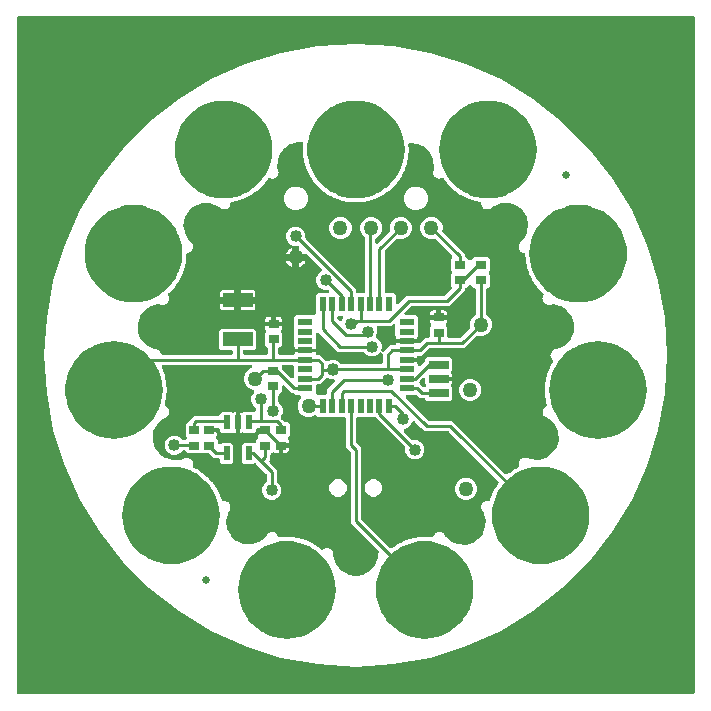
<source format=gbr>
G04 EAGLE Gerber RS-274X export*
G75*
%MOMM*%
%FSLAX34Y34*%
%LPD*%
%INBottom Copper*%
%IPPOS*%
%AMOC8*
5,1,8,0,0,1.08239X$1,22.5*%
G01*
%ADD10R,1.270000X0.558800*%
%ADD11R,0.558800X1.270000*%
%ADD12R,0.900000X0.700000*%
%ADD13R,2.500000X1.200000*%
%ADD14R,1.700000X0.700000*%
%ADD15C,1.270000*%
%ADD16R,0.550000X1.200000*%
%ADD17C,4.572000*%
%ADD18C,0.635000*%
%ADD19C,0.254000*%
%ADD20C,1.016000*%

G36*
X285426Y-286920D02*
X285426Y-286920D01*
X285452Y-286922D01*
X285599Y-286900D01*
X285746Y-286883D01*
X285771Y-286875D01*
X285797Y-286871D01*
X285935Y-286816D01*
X286074Y-286766D01*
X286096Y-286752D01*
X286121Y-286742D01*
X286242Y-286657D01*
X286367Y-286577D01*
X286385Y-286558D01*
X286407Y-286543D01*
X286506Y-286433D01*
X286609Y-286326D01*
X286623Y-286304D01*
X286640Y-286284D01*
X286712Y-286154D01*
X286788Y-286027D01*
X286796Y-286002D01*
X286809Y-285979D01*
X286849Y-285836D01*
X286894Y-285695D01*
X286896Y-285669D01*
X286904Y-285644D01*
X286923Y-285400D01*
X286923Y285400D01*
X286920Y285426D01*
X286922Y285452D01*
X286900Y285599D01*
X286883Y285746D01*
X286875Y285771D01*
X286871Y285797D01*
X286816Y285935D01*
X286766Y286074D01*
X286752Y286096D01*
X286742Y286121D01*
X286657Y286242D01*
X286577Y286367D01*
X286558Y286385D01*
X286543Y286407D01*
X286433Y286506D01*
X286326Y286609D01*
X286304Y286623D01*
X286284Y286640D01*
X286154Y286712D01*
X286027Y286788D01*
X286002Y286796D01*
X285979Y286809D01*
X285836Y286849D01*
X285695Y286894D01*
X285669Y286896D01*
X285644Y286904D01*
X285400Y286923D01*
X-285400Y286923D01*
X-285426Y286920D01*
X-285452Y286922D01*
X-285599Y286900D01*
X-285746Y286883D01*
X-285771Y286875D01*
X-285797Y286871D01*
X-285935Y286816D01*
X-286074Y286766D01*
X-286096Y286752D01*
X-286121Y286742D01*
X-286242Y286657D01*
X-286367Y286577D01*
X-286385Y286558D01*
X-286407Y286543D01*
X-286506Y286433D01*
X-286609Y286326D01*
X-286623Y286304D01*
X-286640Y286284D01*
X-286712Y286154D01*
X-286788Y286027D01*
X-286796Y286002D01*
X-286809Y285979D01*
X-286849Y285836D01*
X-286894Y285695D01*
X-286896Y285669D01*
X-286904Y285644D01*
X-286923Y285400D01*
X-286923Y-285400D01*
X-286920Y-285426D01*
X-286922Y-285452D01*
X-286900Y-285599D01*
X-286883Y-285746D01*
X-286875Y-285771D01*
X-286871Y-285797D01*
X-286816Y-285935D01*
X-286766Y-286074D01*
X-286752Y-286096D01*
X-286742Y-286121D01*
X-286657Y-286242D01*
X-286577Y-286367D01*
X-286558Y-286385D01*
X-286543Y-286407D01*
X-286433Y-286506D01*
X-286326Y-286609D01*
X-286304Y-286623D01*
X-286284Y-286640D01*
X-286154Y-286712D01*
X-286027Y-286788D01*
X-286002Y-286796D01*
X-285979Y-286809D01*
X-285836Y-286849D01*
X-285695Y-286894D01*
X-285669Y-286896D01*
X-285644Y-286904D01*
X-285400Y-286923D01*
X285400Y-286923D01*
X285426Y-286920D01*
G37*
%LPC*%
G36*
X-31780Y-261734D02*
X-31780Y-261734D01*
X-63097Y-255995D01*
X-93494Y-246523D01*
X-122527Y-233456D01*
X-149774Y-216984D01*
X-174836Y-197349D01*
X-197349Y-174836D01*
X-216984Y-149774D01*
X-233456Y-122527D01*
X-246523Y-93494D01*
X-255995Y-63097D01*
X-261734Y-31780D01*
X-263656Y0D01*
X-261734Y31780D01*
X-255995Y63097D01*
X-246523Y93494D01*
X-233456Y122527D01*
X-216984Y149774D01*
X-197349Y174836D01*
X-174836Y197349D01*
X-149774Y216984D01*
X-122527Y233456D01*
X-93494Y246523D01*
X-63097Y255995D01*
X-31780Y261734D01*
X0Y263656D01*
X31780Y261734D01*
X63097Y255995D01*
X93494Y246523D01*
X122527Y233456D01*
X149774Y216985D01*
X174836Y197349D01*
X197349Y174836D01*
X216985Y149773D01*
X233456Y122527D01*
X246523Y93494D01*
X255995Y63097D01*
X261734Y31780D01*
X263656Y0D01*
X261734Y-31780D01*
X255995Y-63097D01*
X246523Y-93494D01*
X233456Y-122527D01*
X216984Y-149774D01*
X197349Y-174836D01*
X174836Y-197349D01*
X149774Y-216985D01*
X122527Y-233456D01*
X93494Y-246523D01*
X63097Y-255995D01*
X31780Y-261734D01*
X0Y-263656D01*
X-31780Y-261734D01*
G37*
%LPD*%
G36*
X127522Y-100765D02*
X127522Y-100765D01*
X127547Y-100764D01*
X127713Y-100761D01*
X127716Y-100761D01*
X127719Y-100760D01*
X127792Y-100742D01*
X127817Y-100740D01*
X127880Y-100719D01*
X127884Y-100718D01*
X128051Y-100676D01*
X128054Y-100675D01*
X128057Y-100674D01*
X128119Y-100642D01*
X128149Y-100632D01*
X128295Y-100551D01*
X128361Y-100517D01*
X128363Y-100515D01*
X128366Y-100513D01*
X128380Y-100501D01*
X129067Y-100043D01*
X129102Y-100013D01*
X129225Y-99921D01*
X129634Y-99563D01*
X129751Y-99523D01*
X129821Y-99490D01*
X129894Y-99466D01*
X130023Y-99394D01*
X130066Y-99374D01*
X130082Y-99361D01*
X130108Y-99347D01*
X133069Y-97369D01*
X133127Y-97319D01*
X133192Y-97277D01*
X133298Y-97174D01*
X133334Y-97143D01*
X133346Y-97127D01*
X133368Y-97106D01*
X133449Y-97013D01*
X133937Y-96772D01*
X133976Y-96747D01*
X134110Y-96673D01*
X134562Y-96371D01*
X134684Y-96346D01*
X134757Y-96323D01*
X134833Y-96309D01*
X134970Y-96254D01*
X135015Y-96240D01*
X135032Y-96230D01*
X135060Y-96219D01*
X137256Y-95136D01*
X137266Y-95130D01*
X137277Y-95125D01*
X137412Y-95035D01*
X137548Y-94947D01*
X137557Y-94939D01*
X137567Y-94932D01*
X137678Y-94813D01*
X137791Y-94697D01*
X137797Y-94686D01*
X137805Y-94678D01*
X137886Y-94537D01*
X137970Y-94398D01*
X137973Y-94386D01*
X137979Y-94376D01*
X138026Y-94221D01*
X138076Y-94066D01*
X138077Y-94054D01*
X138081Y-94042D01*
X138091Y-93881D01*
X138104Y-93718D01*
X138102Y-93707D01*
X138103Y-93695D01*
X138077Y-93535D01*
X138053Y-93374D01*
X138048Y-93363D01*
X138046Y-93351D01*
X137960Y-93122D01*
X137957Y-93114D01*
X137955Y-93105D01*
X137943Y-92978D01*
X137926Y-92922D01*
X137920Y-92888D01*
X137902Y-92845D01*
X137916Y-92024D01*
X137913Y-91988D01*
X137915Y-91926D01*
X137876Y-91092D01*
X137878Y-91083D01*
X137915Y-90960D01*
X137921Y-90902D01*
X137929Y-90868D01*
X137929Y-90822D01*
X138256Y-90069D01*
X138267Y-90034D01*
X138292Y-89978D01*
X138575Y-89193D01*
X138581Y-89185D01*
X138662Y-89086D01*
X138689Y-89034D01*
X138709Y-89006D01*
X138727Y-88964D01*
X139318Y-88393D01*
X139341Y-88365D01*
X139386Y-88323D01*
X139948Y-87705D01*
X139956Y-87701D01*
X140069Y-87640D01*
X140114Y-87603D01*
X140143Y-87585D01*
X140176Y-87552D01*
X140940Y-87251D01*
X140972Y-87234D01*
X141030Y-87212D01*
X141786Y-86857D01*
X141795Y-86855D01*
X141922Y-86843D01*
X141978Y-86826D01*
X142012Y-86820D01*
X142055Y-86802D01*
X142876Y-86816D01*
X142912Y-86813D01*
X142974Y-86815D01*
X143808Y-86776D01*
X143817Y-86778D01*
X143940Y-86815D01*
X143998Y-86821D01*
X144032Y-86829D01*
X144078Y-86829D01*
X144831Y-87156D01*
X144865Y-87166D01*
X144921Y-87192D01*
X145686Y-87468D01*
X145699Y-87471D01*
X145718Y-87479D01*
X148019Y-88251D01*
X148092Y-88266D01*
X148162Y-88291D01*
X148315Y-88314D01*
X148360Y-88323D01*
X148378Y-88323D01*
X148404Y-88327D01*
X154427Y-88721D01*
X154567Y-88714D01*
X154707Y-88713D01*
X154749Y-88705D01*
X154776Y-88704D01*
X154823Y-88690D01*
X154947Y-88665D01*
X160749Y-87002D01*
X160878Y-86948D01*
X161010Y-86900D01*
X161046Y-86878D01*
X161071Y-86868D01*
X161112Y-86839D01*
X161219Y-86774D01*
X166119Y-83249D01*
X166222Y-83155D01*
X166330Y-83065D01*
X166357Y-83032D01*
X166377Y-83014D01*
X166405Y-82973D01*
X166484Y-82876D01*
X169906Y-77903D01*
X169971Y-77779D01*
X170042Y-77659D01*
X170057Y-77618D01*
X170069Y-77595D01*
X170082Y-77547D01*
X170124Y-77428D01*
X171665Y-71592D01*
X171685Y-71453D01*
X171711Y-71316D01*
X171711Y-71274D01*
X171714Y-71247D01*
X171710Y-71197D01*
X171709Y-71072D01*
X171189Y-65058D01*
X171161Y-64921D01*
X171139Y-64783D01*
X171125Y-64743D01*
X171119Y-64716D01*
X171098Y-64671D01*
X171055Y-64553D01*
X168534Y-59068D01*
X168462Y-58949D01*
X168395Y-58826D01*
X168367Y-58794D01*
X168353Y-58771D01*
X168318Y-58735D01*
X168238Y-58638D01*
X164013Y-54327D01*
X163955Y-54281D01*
X163904Y-54226D01*
X163828Y-54173D01*
X163802Y-54149D01*
X163772Y-54133D01*
X163742Y-54108D01*
X163726Y-54100D01*
X163704Y-54085D01*
X161441Y-52737D01*
X161425Y-52730D01*
X161404Y-52716D01*
X160892Y-52430D01*
X160861Y-52417D01*
X160813Y-52389D01*
X160039Y-52014D01*
X159954Y-51929D01*
X159910Y-51900D01*
X159886Y-51879D01*
X159856Y-51862D01*
X159334Y-51202D01*
X159311Y-51179D01*
X159277Y-51135D01*
X158705Y-50492D01*
X158659Y-50380D01*
X158630Y-50336D01*
X158616Y-50308D01*
X158594Y-50281D01*
X158365Y-49471D01*
X158352Y-49440D01*
X158338Y-49387D01*
X158055Y-48574D01*
X158055Y-48453D01*
X158045Y-48402D01*
X158043Y-48370D01*
X158034Y-48337D01*
X158131Y-47501D01*
X158131Y-47467D01*
X158139Y-47413D01*
X158189Y-46554D01*
X158235Y-46443D01*
X158245Y-46391D01*
X158256Y-46361D01*
X158260Y-46327D01*
X158670Y-45592D01*
X158683Y-45561D01*
X158711Y-45513D01*
X159086Y-44739D01*
X159171Y-44654D01*
X159200Y-44610D01*
X159221Y-44586D01*
X159238Y-44556D01*
X159898Y-44034D01*
X159921Y-44011D01*
X159965Y-43977D01*
X160608Y-43405D01*
X160720Y-43359D01*
X160764Y-43330D01*
X160792Y-43316D01*
X160831Y-43285D01*
X160915Y-43229D01*
X160937Y-43220D01*
X161051Y-43138D01*
X161168Y-43062D01*
X161192Y-43037D01*
X161220Y-43017D01*
X161313Y-42912D01*
X161410Y-42811D01*
X161427Y-42781D01*
X161450Y-42755D01*
X161516Y-42632D01*
X161588Y-42512D01*
X161599Y-42479D01*
X161615Y-42448D01*
X161651Y-42313D01*
X161694Y-42180D01*
X161697Y-42145D01*
X161706Y-42112D01*
X161710Y-41972D01*
X161721Y-41833D01*
X161716Y-41790D01*
X161717Y-41763D01*
X161708Y-41714D01*
X161693Y-41590D01*
X161609Y-41165D01*
X161594Y-41121D01*
X161557Y-40972D01*
X161382Y-40457D01*
X161390Y-40334D01*
X161386Y-40257D01*
X161393Y-40180D01*
X161375Y-40033D01*
X161373Y-39985D01*
X161368Y-39967D01*
X161364Y-39937D01*
X160670Y-36444D01*
X160646Y-36371D01*
X160632Y-36295D01*
X160577Y-36158D01*
X160563Y-36113D01*
X160553Y-36096D01*
X160542Y-36068D01*
X160487Y-35956D01*
X160451Y-35414D01*
X160443Y-35368D01*
X160425Y-35216D01*
X160319Y-34683D01*
X160343Y-34561D01*
X160350Y-34484D01*
X160366Y-34409D01*
X160368Y-34261D01*
X160372Y-34214D01*
X160369Y-34194D01*
X160369Y-34164D01*
X160136Y-30611D01*
X160122Y-30535D01*
X160118Y-30458D01*
X160082Y-30315D01*
X160074Y-30268D01*
X160066Y-30250D01*
X160059Y-30221D01*
X160019Y-30103D01*
X160054Y-29561D01*
X160052Y-29514D01*
X160053Y-29463D01*
X160055Y-29442D01*
X160053Y-29433D01*
X160054Y-29361D01*
X160019Y-28819D01*
X160059Y-28701D01*
X160075Y-28626D01*
X160101Y-28553D01*
X160122Y-28407D01*
X160132Y-28361D01*
X160132Y-28341D01*
X160136Y-28311D01*
X160369Y-24758D01*
X160365Y-24681D01*
X160371Y-24604D01*
X160354Y-24457D01*
X160352Y-24410D01*
X160347Y-24391D01*
X160343Y-24361D01*
X160319Y-24239D01*
X160425Y-23706D01*
X160426Y-23697D01*
X160426Y-23696D01*
X160429Y-23659D01*
X160451Y-23508D01*
X160486Y-22966D01*
X160541Y-22854D01*
X160567Y-22782D01*
X160602Y-22713D01*
X160643Y-22571D01*
X160659Y-22526D01*
X160661Y-22507D01*
X160669Y-22478D01*
X161364Y-18985D01*
X161370Y-18908D01*
X161386Y-18833D01*
X161388Y-18685D01*
X161392Y-18638D01*
X161389Y-18618D01*
X161390Y-18588D01*
X161382Y-18465D01*
X161557Y-17950D01*
X161566Y-17904D01*
X161608Y-17757D01*
X161714Y-17224D01*
X161783Y-17120D01*
X161818Y-17052D01*
X161862Y-16988D01*
X161921Y-16853D01*
X161942Y-16810D01*
X161947Y-16791D01*
X161959Y-16764D01*
X163104Y-13392D01*
X163120Y-13316D01*
X163146Y-13244D01*
X163167Y-13097D01*
X163177Y-13051D01*
X163177Y-13032D01*
X163181Y-13002D01*
X163189Y-12878D01*
X163430Y-12390D01*
X163445Y-12347D01*
X163506Y-12206D01*
X163681Y-11691D01*
X163763Y-11598D01*
X163807Y-11534D01*
X163858Y-11477D01*
X163934Y-11350D01*
X163961Y-11311D01*
X163968Y-11293D01*
X163984Y-11267D01*
X165559Y-8073D01*
X165585Y-8001D01*
X165620Y-7932D01*
X165660Y-7790D01*
X165676Y-7745D01*
X165678Y-7726D01*
X165686Y-7697D01*
X165711Y-7575D01*
X166013Y-7123D01*
X166034Y-7082D01*
X166112Y-6950D01*
X166353Y-6462D01*
X166446Y-6381D01*
X166498Y-6323D01*
X166557Y-6273D01*
X166648Y-6158D01*
X166680Y-6122D01*
X166690Y-6105D01*
X166709Y-6082D01*
X166848Y-5873D01*
X166871Y-5828D01*
X166900Y-5789D01*
X166950Y-5674D01*
X167007Y-5563D01*
X167019Y-5515D01*
X167039Y-5469D01*
X167062Y-5346D01*
X167092Y-5225D01*
X167093Y-5175D01*
X167102Y-5126D01*
X167095Y-5001D01*
X167097Y-4876D01*
X167087Y-4828D01*
X167085Y-4778D01*
X167050Y-4658D01*
X167024Y-4535D01*
X167002Y-4491D01*
X166989Y-4443D01*
X166928Y-4334D01*
X166874Y-4221D01*
X166843Y-4182D01*
X166819Y-4138D01*
X166735Y-4046D01*
X166657Y-3948D01*
X166618Y-3917D01*
X166585Y-3880D01*
X166426Y-3762D01*
X166418Y-3753D01*
X166337Y-3652D01*
X166294Y-3616D01*
X166272Y-3591D01*
X166239Y-3568D01*
X165798Y-2864D01*
X165777Y-2837D01*
X165747Y-2786D01*
X165254Y-2096D01*
X165218Y-1972D01*
X165193Y-1923D01*
X165181Y-1891D01*
X165159Y-1857D01*
X165022Y-1038D01*
X165013Y-1004D01*
X165004Y-947D01*
X164813Y-120D01*
X164827Y8D01*
X164823Y63D01*
X164824Y97D01*
X164817Y137D01*
X165004Y946D01*
X165008Y981D01*
X165022Y1038D01*
X165162Y1874D01*
X165224Y1987D01*
X165241Y2040D01*
X165255Y2070D01*
X165264Y2110D01*
X165747Y2786D01*
X165763Y2816D01*
X165798Y2863D01*
X166248Y3583D01*
X166348Y3663D01*
X166384Y3706D01*
X166409Y3728D01*
X166432Y3761D01*
X167136Y4202D01*
X167163Y4223D01*
X167214Y4253D01*
X167904Y4746D01*
X168028Y4782D01*
X168077Y4807D01*
X168109Y4819D01*
X168143Y4841D01*
X168962Y4978D01*
X168995Y4987D01*
X169053Y4996D01*
X169734Y5153D01*
X169748Y5158D01*
X169771Y5162D01*
X172213Y5790D01*
X172282Y5816D01*
X172354Y5834D01*
X172495Y5898D01*
X172538Y5915D01*
X172552Y5924D01*
X172576Y5935D01*
X177827Y8868D01*
X177940Y8949D01*
X178057Y9025D01*
X178088Y9056D01*
X178110Y9072D01*
X178143Y9109D01*
X178232Y9196D01*
X182188Y13726D01*
X182205Y13751D01*
X182208Y13754D01*
X182214Y13764D01*
X182267Y13841D01*
X182351Y13952D01*
X182370Y13991D01*
X182386Y14013D01*
X182404Y14060D01*
X182459Y14172D01*
X184658Y19770D01*
X184693Y19904D01*
X184735Y20037D01*
X184740Y20080D01*
X184747Y20107D01*
X184749Y20157D01*
X184762Y20280D01*
X184947Y26292D01*
X184936Y26430D01*
X184931Y26569D01*
X184921Y26612D01*
X184918Y26639D01*
X184903Y26686D01*
X184874Y26807D01*
X183023Y32530D01*
X182966Y32657D01*
X182914Y32786D01*
X182890Y32822D01*
X182879Y32847D01*
X182848Y32887D01*
X182781Y32991D01*
X179110Y37756D01*
X179014Y37856D01*
X178921Y37960D01*
X178887Y37986D01*
X178868Y38006D01*
X178825Y38033D01*
X178727Y38108D01*
X173666Y41358D01*
X173541Y41420D01*
X173419Y41487D01*
X173378Y41500D01*
X173353Y41512D01*
X173304Y41523D01*
X173186Y41561D01*
X167326Y42916D01*
X167253Y42924D01*
X167181Y42942D01*
X167025Y42950D01*
X166980Y42955D01*
X166963Y42953D01*
X166937Y42955D01*
X164762Y42889D01*
X164750Y42887D01*
X164739Y42888D01*
X164663Y42876D01*
X163657Y42834D01*
X163617Y42828D01*
X163544Y42825D01*
X162765Y42734D01*
X162713Y42743D01*
X162597Y42770D01*
X162527Y42773D01*
X162488Y42779D01*
X162442Y42776D01*
X162413Y42777D01*
X161684Y43044D01*
X161644Y43054D01*
X161576Y43080D01*
X160822Y43294D01*
X160777Y43321D01*
X160680Y43392D01*
X160616Y43421D01*
X160582Y43442D01*
X160539Y43456D01*
X160512Y43469D01*
X159941Y43994D01*
X159908Y44018D01*
X159855Y44068D01*
X159240Y44554D01*
X159209Y44597D01*
X159146Y44699D01*
X159099Y44751D01*
X159076Y44783D01*
X159041Y44813D01*
X159021Y44835D01*
X158695Y45539D01*
X158673Y45573D01*
X158643Y45640D01*
X158261Y46325D01*
X158249Y46376D01*
X158230Y46494D01*
X158206Y46560D01*
X158197Y46599D01*
X158176Y46640D01*
X158166Y46667D01*
X158134Y47442D01*
X158128Y47483D01*
X158125Y47556D01*
X158034Y48334D01*
X158043Y48387D01*
X158070Y48503D01*
X158073Y48573D01*
X158079Y48612D01*
X158076Y48658D01*
X158077Y48687D01*
X158344Y49416D01*
X158354Y49456D01*
X158380Y49524D01*
X158594Y50278D01*
X158621Y50323D01*
X158692Y50420D01*
X158721Y50484D01*
X158742Y50518D01*
X158756Y50561D01*
X158794Y50642D01*
X158809Y50685D01*
X158830Y50713D01*
X158848Y50755D01*
X158872Y50792D01*
X158915Y50915D01*
X158966Y51034D01*
X158974Y51079D01*
X158989Y51121D01*
X159003Y51250D01*
X159025Y51378D01*
X159023Y51423D01*
X159028Y51467D01*
X159013Y51596D01*
X159005Y51726D01*
X158992Y51769D01*
X158987Y51813D01*
X158943Y51935D01*
X158906Y52060D01*
X158884Y52099D01*
X158869Y52141D01*
X158798Y52250D01*
X158734Y52363D01*
X158704Y52396D01*
X158679Y52433D01*
X158509Y52609D01*
X157462Y53527D01*
X157398Y53571D01*
X157341Y53623D01*
X157214Y53699D01*
X157175Y53726D01*
X157157Y53733D01*
X157131Y53748D01*
X157020Y53803D01*
X156661Y54212D01*
X156627Y54243D01*
X156520Y54353D01*
X156111Y54712D01*
X156056Y54823D01*
X156014Y54888D01*
X155981Y54957D01*
X155893Y55076D01*
X155867Y55116D01*
X155853Y55130D01*
X155835Y55154D01*
X153487Y57831D01*
X153430Y57882D01*
X153380Y57941D01*
X153264Y58033D01*
X153229Y58065D01*
X153212Y58074D01*
X153189Y58093D01*
X153085Y58162D01*
X152783Y58614D01*
X152753Y58649D01*
X152662Y58772D01*
X152303Y59181D01*
X152263Y59299D01*
X152230Y59368D01*
X152207Y59442D01*
X152135Y59571D01*
X152114Y59614D01*
X152102Y59629D01*
X152087Y59655D01*
X150109Y62616D01*
X150059Y62675D01*
X150017Y62740D01*
X149914Y62846D01*
X149884Y62882D01*
X149868Y62893D01*
X149847Y62915D01*
X149754Y62997D01*
X149513Y63485D01*
X149488Y63523D01*
X149414Y63657D01*
X149111Y64109D01*
X149087Y64231D01*
X149064Y64305D01*
X149049Y64380D01*
X148995Y64518D01*
X148980Y64563D01*
X148970Y64580D01*
X148959Y64608D01*
X147384Y67801D01*
X147342Y67866D01*
X147309Y67936D01*
X147221Y68054D01*
X147195Y68094D01*
X147181Y68108D01*
X147163Y68132D01*
X147082Y68225D01*
X146907Y68740D01*
X146887Y68782D01*
X146830Y68924D01*
X146590Y69412D01*
X146582Y69536D01*
X146568Y69612D01*
X146564Y69689D01*
X146528Y69832D01*
X146519Y69879D01*
X146512Y69897D01*
X146504Y69926D01*
X145360Y73298D01*
X145327Y73368D01*
X145303Y73441D01*
X145231Y73570D01*
X145210Y73613D01*
X145198Y73628D01*
X145184Y73655D01*
X145115Y73758D01*
X145009Y74291D01*
X144994Y74335D01*
X144957Y74484D01*
X144782Y74999D01*
X144790Y75122D01*
X144786Y75199D01*
X144793Y75276D01*
X144775Y75423D01*
X144773Y75471D01*
X144768Y75489D01*
X144764Y75519D01*
X144070Y79012D01*
X144059Y79044D01*
X144058Y79054D01*
X144049Y79075D01*
X144046Y79085D01*
X144032Y79161D01*
X143977Y79298D01*
X143963Y79343D01*
X143953Y79360D01*
X143942Y79388D01*
X143887Y79500D01*
X143851Y80042D01*
X143843Y80088D01*
X143825Y80240D01*
X143719Y80773D01*
X143743Y80895D01*
X143750Y80972D01*
X143766Y81047D01*
X143768Y81195D01*
X143772Y81242D01*
X143769Y81262D01*
X143769Y81292D01*
X143536Y84845D01*
X143522Y84921D01*
X143518Y84998D01*
X143492Y85103D01*
X143485Y85147D01*
X143478Y85165D01*
X143474Y85188D01*
X143466Y85206D01*
X143459Y85235D01*
X143397Y85416D01*
X143396Y85468D01*
X143391Y85490D01*
X143389Y85513D01*
X143348Y85659D01*
X143310Y85806D01*
X143300Y85826D01*
X143294Y85848D01*
X143220Y85980D01*
X143150Y86115D01*
X143135Y86133D01*
X143124Y86152D01*
X143022Y86265D01*
X142924Y86380D01*
X142905Y86394D01*
X142890Y86411D01*
X142765Y86497D01*
X142643Y86587D01*
X142618Y86598D01*
X142603Y86609D01*
X142560Y86626D01*
X142421Y86691D01*
X142158Y86789D01*
X142054Y86815D01*
X141951Y86851D01*
X141864Y86863D01*
X141820Y86874D01*
X141780Y86874D01*
X141709Y86884D01*
X141705Y86884D01*
X141063Y87194D01*
X141019Y87209D01*
X140937Y87248D01*
X140270Y87498D01*
X140267Y87500D01*
X140180Y87565D01*
X140099Y87636D01*
X140023Y87681D01*
X139987Y87708D01*
X139950Y87724D01*
X139888Y87760D01*
X139884Y87762D01*
X139409Y88293D01*
X139375Y88324D01*
X139313Y88391D01*
X138793Y88878D01*
X138791Y88881D01*
X138736Y88974D01*
X138688Y89071D01*
X138635Y89141D01*
X138612Y89180D01*
X138584Y89209D01*
X138540Y89266D01*
X138538Y89269D01*
X138302Y89942D01*
X138282Y89983D01*
X138251Y90069D01*
X137956Y90718D01*
X137956Y90722D01*
X137940Y90829D01*
X137934Y90936D01*
X137911Y91022D01*
X137905Y91067D01*
X137890Y91104D01*
X137872Y91173D01*
X137870Y91177D01*
X137911Y91888D01*
X137908Y91935D01*
X137912Y92026D01*
X137888Y92738D01*
X137889Y92742D01*
X137915Y92846D01*
X137951Y92949D01*
X137963Y93036D01*
X137974Y93080D01*
X137974Y93120D01*
X137984Y93191D01*
X137984Y93195D01*
X138294Y93837D01*
X138309Y93881D01*
X138348Y93963D01*
X138598Y94630D01*
X138600Y94633D01*
X138665Y94720D01*
X138736Y94801D01*
X138781Y94877D01*
X138808Y94913D01*
X138824Y94950D01*
X138860Y95012D01*
X138862Y95016D01*
X139393Y95490D01*
X139424Y95525D01*
X139491Y95587D01*
X140041Y96175D01*
X140070Y96193D01*
X140071Y96193D01*
X140072Y96194D01*
X140074Y96196D01*
X140252Y96357D01*
X141793Y97994D01*
X141838Y98054D01*
X141891Y98108D01*
X141974Y98236D01*
X142002Y98273D01*
X142009Y98290D01*
X142024Y98313D01*
X144906Y103640D01*
X144959Y103770D01*
X145017Y103898D01*
X145026Y103939D01*
X145036Y103963D01*
X145044Y104012D01*
X145073Y104136D01*
X145980Y110124D01*
X145985Y110265D01*
X145997Y110405D01*
X145992Y110447D01*
X145993Y110473D01*
X145983Y110522D01*
X145968Y110648D01*
X144793Y116590D01*
X144750Y116724D01*
X144713Y116859D01*
X144695Y116897D01*
X144687Y116921D01*
X144661Y116964D01*
X144605Y117078D01*
X141486Y122270D01*
X141400Y122382D01*
X141320Y122497D01*
X141290Y122526D01*
X141274Y122546D01*
X141235Y122578D01*
X141143Y122666D01*
X136450Y126494D01*
X136331Y126570D01*
X136216Y126651D01*
X136178Y126668D01*
X136156Y126682D01*
X136109Y126699D01*
X135993Y126750D01*
X130280Y128762D01*
X130142Y128793D01*
X130007Y128830D01*
X129966Y128833D01*
X129940Y128839D01*
X129890Y128839D01*
X129763Y128848D01*
X123707Y128805D01*
X123567Y128788D01*
X123427Y128777D01*
X123387Y128766D01*
X123361Y128763D01*
X123314Y128745D01*
X123192Y128711D01*
X117508Y126618D01*
X117441Y126584D01*
X117370Y126560D01*
X117239Y126482D01*
X117197Y126461D01*
X117183Y126450D01*
X117159Y126436D01*
X115338Y125157D01*
X115334Y125154D01*
X115330Y125152D01*
X115204Y125038D01*
X114457Y124510D01*
X114425Y124481D01*
X114357Y124433D01*
X113787Y123954D01*
X113709Y123919D01*
X113602Y123881D01*
X113534Y123841D01*
X113494Y123823D01*
X113460Y123797D01*
X113413Y123769D01*
X112690Y123605D01*
X112648Y123591D01*
X112568Y123572D01*
X111858Y123348D01*
X111773Y123346D01*
X111659Y123352D01*
X111581Y123340D01*
X111538Y123339D01*
X111496Y123328D01*
X111442Y123321D01*
X110711Y123446D01*
X110667Y123449D01*
X110586Y123462D01*
X109844Y123527D01*
X109764Y123557D01*
X109662Y123606D01*
X109585Y123626D01*
X109545Y123641D01*
X109502Y123647D01*
X109449Y123661D01*
X108822Y124056D01*
X108783Y124075D01*
X108712Y124119D01*
X108051Y124463D01*
X107989Y124521D01*
X107914Y124606D01*
X107850Y124653D01*
X107819Y124683D01*
X107782Y124705D01*
X107738Y124737D01*
X107310Y125343D01*
X107281Y125375D01*
X107233Y125443D01*
X106754Y126013D01*
X106719Y126091D01*
X106681Y126198D01*
X106641Y126266D01*
X106623Y126306D01*
X106597Y126340D01*
X106569Y126387D01*
X106405Y127110D01*
X106391Y127152D01*
X106372Y127232D01*
X106148Y127942D01*
X106146Y128027D01*
X106152Y128141D01*
X106140Y128219D01*
X106139Y128262D01*
X106128Y128304D01*
X106117Y128383D01*
X106104Y128441D01*
X106108Y128521D01*
X106107Y128527D01*
X106107Y128533D01*
X106077Y128698D01*
X106048Y128864D01*
X106045Y128870D01*
X106044Y128876D01*
X105977Y129029D01*
X105911Y129185D01*
X105908Y129189D01*
X105905Y129195D01*
X105804Y129330D01*
X105705Y129466D01*
X105700Y129470D01*
X105697Y129474D01*
X105568Y129583D01*
X105440Y129693D01*
X105435Y129695D01*
X105431Y129699D01*
X105279Y129776D01*
X105131Y129853D01*
X105126Y129855D01*
X105120Y129858D01*
X104885Y129924D01*
X101442Y130609D01*
X101365Y130616D01*
X101290Y130632D01*
X101142Y130634D01*
X101095Y130638D01*
X101075Y130635D01*
X101045Y130635D01*
X100922Y130627D01*
X100407Y130802D01*
X100361Y130812D01*
X100214Y130854D01*
X99681Y130960D01*
X99578Y131029D01*
X99509Y131064D01*
X99445Y131108D01*
X99310Y131166D01*
X99267Y131188D01*
X99249Y131193D01*
X99221Y131205D01*
X95849Y132349D01*
X95774Y132365D01*
X95701Y132391D01*
X95555Y132413D01*
X95508Y132423D01*
X95489Y132422D01*
X95459Y132427D01*
X95335Y132435D01*
X94847Y132675D01*
X94804Y132691D01*
X94663Y132752D01*
X94148Y132927D01*
X94055Y133008D01*
X93992Y133052D01*
X93934Y133104D01*
X93807Y133180D01*
X93768Y133207D01*
X93750Y133214D01*
X93724Y133229D01*
X90531Y134804D01*
X90458Y134830D01*
X90389Y134865D01*
X90247Y134906D01*
X90203Y134922D01*
X90183Y134924D01*
X90154Y134932D01*
X90032Y134956D01*
X89580Y135259D01*
X89539Y135280D01*
X89408Y135358D01*
X88920Y135599D01*
X88838Y135692D01*
X88781Y135744D01*
X88731Y135802D01*
X88615Y135894D01*
X88580Y135926D01*
X88563Y135936D01*
X88539Y135954D01*
X85578Y137932D01*
X85510Y137968D01*
X85446Y138011D01*
X85310Y138070D01*
X85268Y138092D01*
X85249Y138096D01*
X85222Y138108D01*
X85104Y138148D01*
X84695Y138507D01*
X84657Y138533D01*
X84537Y138628D01*
X84085Y138930D01*
X84016Y139034D01*
X83966Y139092D01*
X83924Y139157D01*
X83821Y139263D01*
X83790Y139299D01*
X83774Y139311D01*
X83754Y139332D01*
X81077Y141680D01*
X81013Y141724D01*
X80956Y141776D01*
X80829Y141852D01*
X80790Y141879D01*
X80772Y141886D01*
X80746Y141901D01*
X80635Y141956D01*
X80276Y142365D01*
X80242Y142396D01*
X80135Y142506D01*
X79726Y142865D01*
X79671Y142976D01*
X79629Y143041D01*
X79596Y143110D01*
X79508Y143229D01*
X79482Y143269D01*
X79468Y143283D01*
X79450Y143307D01*
X77102Y145984D01*
X77045Y146035D01*
X76995Y146094D01*
X76879Y146186D01*
X76844Y146218D01*
X76827Y146227D01*
X76804Y146246D01*
X76700Y146315D01*
X76398Y146767D01*
X76368Y146802D01*
X76277Y146925D01*
X75918Y147334D01*
X75878Y147452D01*
X75845Y147521D01*
X75822Y147595D01*
X75750Y147724D01*
X75729Y147767D01*
X75717Y147782D01*
X75702Y147808D01*
X74666Y149360D01*
X74643Y149386D01*
X74626Y149416D01*
X74531Y149519D01*
X74440Y149625D01*
X74412Y149646D01*
X74389Y149671D01*
X74273Y149749D01*
X74160Y149833D01*
X74128Y149847D01*
X74100Y149866D01*
X73969Y149916D01*
X73841Y149971D01*
X73806Y149977D01*
X73774Y149990D01*
X73635Y150008D01*
X73498Y150033D01*
X73463Y150032D01*
X73428Y150036D01*
X73289Y150023D01*
X73150Y150016D01*
X73116Y150006D01*
X73082Y150003D01*
X72949Y149958D01*
X72815Y149920D01*
X72784Y149903D01*
X72751Y149892D01*
X72654Y149836D01*
X72574Y149809D01*
X72457Y149779D01*
X72396Y149750D01*
X72359Y149737D01*
X72319Y149713D01*
X72298Y149703D01*
X71521Y149598D01*
X71483Y149588D01*
X71412Y149579D01*
X70636Y149415D01*
X70591Y149418D01*
X70471Y149436D01*
X70403Y149432D01*
X70364Y149435D01*
X70318Y149427D01*
X70295Y149426D01*
X69537Y149626D01*
X69497Y149632D01*
X69429Y149650D01*
X68649Y149796D01*
X68609Y149816D01*
X68504Y149878D01*
X68440Y149901D01*
X68405Y149918D01*
X68360Y149929D01*
X68338Y149937D01*
X67714Y150412D01*
X67680Y150432D01*
X67623Y150475D01*
X66959Y150909D01*
X66930Y150943D01*
X66857Y151039D01*
X66806Y151085D01*
X66781Y151114D01*
X66743Y151141D01*
X66726Y151157D01*
X66331Y151835D01*
X66307Y151867D01*
X66272Y151929D01*
X65824Y152583D01*
X65809Y152626D01*
X65779Y152743D01*
X65750Y152804D01*
X65737Y152841D01*
X65713Y152881D01*
X65703Y152902D01*
X65598Y153679D01*
X65588Y153717D01*
X65579Y153788D01*
X65415Y154564D01*
X65418Y154609D01*
X65436Y154729D01*
X65432Y154797D01*
X65435Y154836D01*
X65427Y154882D01*
X65426Y154905D01*
X65626Y155663D01*
X65632Y155703D01*
X65650Y155772D01*
X65837Y156766D01*
X65861Y156860D01*
X66231Y158990D01*
X66236Y159063D01*
X66250Y159135D01*
X66249Y159292D01*
X66252Y159337D01*
X66249Y159354D01*
X66249Y159379D01*
X65742Y165357D01*
X65714Y165493D01*
X65693Y165629D01*
X65678Y165671D01*
X65673Y165699D01*
X65652Y165744D01*
X65610Y165859D01*
X63124Y171319D01*
X63053Y171438D01*
X62987Y171559D01*
X62959Y171594D01*
X62945Y171618D01*
X62910Y171654D01*
X62832Y171748D01*
X58657Y176056D01*
X58550Y176143D01*
X58447Y176236D01*
X58409Y176259D01*
X58387Y176277D01*
X58342Y176299D01*
X58237Y176362D01*
X52857Y179016D01*
X52727Y179063D01*
X52599Y179116D01*
X52555Y179124D01*
X52529Y179134D01*
X52480Y179139D01*
X52359Y179163D01*
X46400Y179856D01*
X46262Y179857D01*
X46124Y179863D01*
X46080Y179857D01*
X46052Y179857D01*
X46003Y179845D01*
X45882Y179828D01*
X45753Y179798D01*
X45680Y179772D01*
X45603Y179755D01*
X45516Y179714D01*
X45425Y179681D01*
X45359Y179639D01*
X45288Y179605D01*
X45213Y179545D01*
X45131Y179493D01*
X45077Y179437D01*
X45016Y179388D01*
X44956Y179312D01*
X44889Y179243D01*
X44848Y179176D01*
X44800Y179115D01*
X44759Y179027D01*
X44709Y178944D01*
X44685Y178870D01*
X44652Y178799D01*
X44632Y178705D01*
X44602Y178613D01*
X44595Y178535D01*
X44579Y178458D01*
X44577Y178313D01*
X44573Y178265D01*
X44576Y178245D01*
X44575Y178214D01*
X44767Y175298D01*
X44780Y175222D01*
X44784Y175145D01*
X44821Y175002D01*
X44829Y174955D01*
X44837Y174937D01*
X44844Y174908D01*
X44884Y174790D01*
X44849Y174248D01*
X44851Y174201D01*
X44849Y174048D01*
X44884Y173506D01*
X44844Y173388D01*
X44828Y173313D01*
X44802Y173240D01*
X44781Y173094D01*
X44771Y173048D01*
X44771Y173028D01*
X44767Y172998D01*
X44534Y169445D01*
X44538Y169368D01*
X44531Y169291D01*
X44549Y169144D01*
X44551Y169097D01*
X44556Y169078D01*
X44560Y169048D01*
X44584Y168926D01*
X44478Y168393D01*
X44474Y168347D01*
X44452Y168195D01*
X44416Y167653D01*
X44361Y167541D01*
X44335Y167469D01*
X44300Y167400D01*
X44260Y167258D01*
X44244Y167213D01*
X44242Y167194D01*
X44233Y167165D01*
X43958Y165777D01*
X43957Y165777D01*
X43655Y164254D01*
X43654Y164254D01*
X43539Y163672D01*
X43532Y163595D01*
X43516Y163520D01*
X43514Y163372D01*
X43510Y163325D01*
X43513Y163305D01*
X43513Y163275D01*
X43521Y163152D01*
X43346Y162637D01*
X43336Y162591D01*
X43294Y162444D01*
X43188Y161911D01*
X43119Y161808D01*
X43084Y161739D01*
X43040Y161675D01*
X42983Y161543D01*
X42981Y161539D01*
X42980Y161536D01*
X42960Y161497D01*
X42955Y161479D01*
X42943Y161451D01*
X41799Y158079D01*
X41783Y158004D01*
X41757Y157931D01*
X41735Y157785D01*
X41725Y157738D01*
X41726Y157719D01*
X41721Y157689D01*
X41713Y157565D01*
X41473Y157077D01*
X41457Y157034D01*
X41396Y156893D01*
X41221Y156378D01*
X41140Y156285D01*
X41096Y156222D01*
X41044Y156164D01*
X40968Y156037D01*
X40941Y155998D01*
X40934Y155980D01*
X40919Y155954D01*
X39344Y152761D01*
X39318Y152688D01*
X39283Y152619D01*
X39242Y152477D01*
X39226Y152433D01*
X39224Y152413D01*
X39216Y152384D01*
X39192Y152262D01*
X38889Y151810D01*
X38868Y151769D01*
X38790Y151638D01*
X38549Y151150D01*
X38456Y151068D01*
X38404Y151011D01*
X38346Y150961D01*
X38254Y150845D01*
X38222Y150810D01*
X38212Y150793D01*
X38194Y150769D01*
X36216Y147808D01*
X36180Y147740D01*
X36137Y147676D01*
X36078Y147540D01*
X36056Y147498D01*
X36052Y147479D01*
X36040Y147452D01*
X36000Y147334D01*
X35641Y146925D01*
X35615Y146887D01*
X35520Y146767D01*
X35218Y146315D01*
X35114Y146246D01*
X35056Y146196D01*
X34991Y146154D01*
X34885Y146051D01*
X34849Y146020D01*
X34837Y146004D01*
X34816Y145984D01*
X32468Y143307D01*
X32424Y143243D01*
X32372Y143186D01*
X32296Y143059D01*
X32269Y143020D01*
X32262Y143002D01*
X32247Y142976D01*
X32192Y142865D01*
X31783Y142506D01*
X31752Y142472D01*
X31642Y142365D01*
X31283Y141956D01*
X31172Y141901D01*
X31107Y141859D01*
X31038Y141826D01*
X30919Y141738D01*
X30879Y141712D01*
X30865Y141698D01*
X30841Y141680D01*
X28164Y139332D01*
X28113Y139275D01*
X28054Y139225D01*
X27962Y139109D01*
X27930Y139074D01*
X27921Y139057D01*
X27902Y139034D01*
X27833Y138930D01*
X27381Y138628D01*
X27346Y138598D01*
X27223Y138507D01*
X26814Y138148D01*
X26696Y138108D01*
X26627Y138075D01*
X26553Y138052D01*
X26424Y137980D01*
X26381Y137959D01*
X26366Y137947D01*
X26340Y137932D01*
X23379Y135954D01*
X23320Y135904D01*
X23255Y135862D01*
X23149Y135759D01*
X23113Y135729D01*
X23102Y135713D01*
X23080Y135692D01*
X22998Y135599D01*
X22510Y135358D01*
X22472Y135333D01*
X22338Y135259D01*
X21886Y134956D01*
X21764Y134932D01*
X21690Y134909D01*
X21615Y134894D01*
X21477Y134840D01*
X21432Y134825D01*
X21415Y134815D01*
X21387Y134804D01*
X18194Y133229D01*
X18129Y133188D01*
X18059Y133154D01*
X17941Y133066D01*
X17901Y133040D01*
X17887Y133026D01*
X17863Y133008D01*
X17770Y132927D01*
X17255Y132752D01*
X17213Y132732D01*
X17071Y132675D01*
X16583Y132435D01*
X16459Y132427D01*
X16383Y132413D01*
X16306Y132409D01*
X16163Y132373D01*
X16116Y132364D01*
X16098Y132357D01*
X16069Y132349D01*
X12697Y131205D01*
X12627Y131172D01*
X12554Y131148D01*
X12425Y131076D01*
X12382Y131055D01*
X12367Y131043D01*
X12340Y131029D01*
X12237Y130960D01*
X11704Y130854D01*
X11660Y130839D01*
X11511Y130802D01*
X10996Y130627D01*
X10873Y130635D01*
X10796Y130631D01*
X10719Y130638D01*
X10572Y130620D01*
X10524Y130618D01*
X10506Y130613D01*
X10476Y130609D01*
X6983Y129915D01*
X6910Y129891D01*
X6834Y129877D01*
X6697Y129822D01*
X6652Y129808D01*
X6635Y129798D01*
X6607Y129787D01*
X6495Y129732D01*
X5953Y129696D01*
X5907Y129688D01*
X5755Y129670D01*
X5222Y129564D01*
X5100Y129588D01*
X5023Y129595D01*
X4948Y129611D01*
X4800Y129613D01*
X4753Y129617D01*
X4733Y129614D01*
X4703Y129614D01*
X1150Y129381D01*
X1074Y129368D01*
X997Y129364D01*
X854Y129327D01*
X807Y129319D01*
X789Y129311D01*
X760Y129304D01*
X642Y129264D01*
X100Y129299D01*
X53Y129297D01*
X-100Y129299D01*
X-642Y129264D01*
X-760Y129304D01*
X-835Y129320D01*
X-908Y129346D01*
X-1054Y129367D01*
X-1101Y129377D01*
X-1120Y129377D01*
X-1150Y129381D01*
X-4703Y129614D01*
X-4780Y129610D01*
X-4857Y129617D01*
X-5004Y129599D01*
X-5051Y129597D01*
X-5070Y129592D01*
X-5100Y129588D01*
X-5222Y129564D01*
X-5755Y129670D01*
X-5801Y129674D01*
X-5953Y129696D01*
X-6495Y129732D01*
X-6607Y129787D01*
X-6679Y129813D01*
X-6748Y129848D01*
X-6890Y129888D01*
X-6935Y129904D01*
X-6954Y129906D01*
X-6983Y129915D01*
X-10476Y130609D01*
X-10553Y130616D01*
X-10628Y130632D01*
X-10776Y130634D01*
X-10823Y130638D01*
X-10843Y130635D01*
X-10873Y130635D01*
X-10996Y130627D01*
X-11511Y130802D01*
X-11557Y130812D01*
X-11704Y130854D01*
X-12237Y130960D01*
X-12340Y131029D01*
X-12409Y131064D01*
X-12473Y131108D01*
X-12608Y131166D01*
X-12651Y131188D01*
X-12669Y131193D01*
X-12697Y131205D01*
X-16069Y132349D01*
X-16144Y132365D01*
X-16217Y132391D01*
X-16363Y132413D01*
X-16410Y132423D01*
X-16429Y132422D01*
X-16459Y132427D01*
X-16583Y132435D01*
X-17071Y132675D01*
X-17114Y132691D01*
X-17255Y132752D01*
X-17770Y132927D01*
X-17863Y133008D01*
X-17926Y133052D01*
X-17984Y133104D01*
X-18111Y133180D01*
X-18150Y133207D01*
X-18168Y133214D01*
X-18194Y133229D01*
X-21387Y134804D01*
X-21460Y134830D01*
X-21529Y134865D01*
X-21671Y134906D01*
X-21715Y134922D01*
X-21735Y134924D01*
X-21764Y134932D01*
X-21886Y134956D01*
X-22338Y135259D01*
X-22379Y135280D01*
X-22510Y135358D01*
X-22998Y135599D01*
X-23080Y135692D01*
X-23137Y135744D01*
X-23187Y135802D01*
X-23303Y135894D01*
X-23338Y135926D01*
X-23355Y135935D01*
X-23379Y135954D01*
X-26340Y137932D01*
X-26408Y137968D01*
X-26472Y138011D01*
X-26607Y138070D01*
X-26650Y138092D01*
X-26669Y138096D01*
X-26696Y138108D01*
X-26814Y138148D01*
X-27223Y138507D01*
X-27261Y138533D01*
X-27381Y138628D01*
X-27833Y138930D01*
X-27902Y139034D01*
X-27952Y139092D01*
X-27994Y139157D01*
X-28097Y139263D01*
X-28128Y139299D01*
X-28144Y139311D01*
X-28164Y139332D01*
X-30841Y141680D01*
X-30905Y141724D01*
X-30962Y141776D01*
X-31089Y141852D01*
X-31128Y141879D01*
X-31146Y141886D01*
X-31172Y141901D01*
X-31283Y141956D01*
X-31642Y142365D01*
X-31676Y142396D01*
X-31783Y142506D01*
X-32192Y142865D01*
X-32247Y142976D01*
X-32289Y143041D01*
X-32322Y143110D01*
X-32410Y143229D01*
X-32436Y143269D01*
X-32450Y143283D01*
X-32468Y143307D01*
X-34816Y145984D01*
X-34873Y146035D01*
X-34923Y146094D01*
X-35039Y146186D01*
X-35074Y146218D01*
X-35091Y146227D01*
X-35114Y146246D01*
X-35218Y146315D01*
X-35520Y146767D01*
X-35550Y146802D01*
X-35641Y146925D01*
X-36000Y147334D01*
X-36040Y147452D01*
X-36073Y147521D01*
X-36096Y147595D01*
X-36168Y147724D01*
X-36189Y147767D01*
X-36201Y147782D01*
X-36216Y147808D01*
X-38194Y150769D01*
X-38244Y150828D01*
X-38286Y150893D01*
X-38389Y150999D01*
X-38419Y151035D01*
X-38435Y151046D01*
X-38456Y151068D01*
X-38549Y151150D01*
X-38790Y151638D01*
X-38815Y151676D01*
X-38889Y151810D01*
X-39192Y152262D01*
X-39216Y152384D01*
X-39239Y152458D01*
X-39254Y152533D01*
X-39308Y152671D01*
X-39323Y152716D01*
X-39333Y152733D01*
X-39344Y152761D01*
X-40919Y155954D01*
X-40960Y156019D01*
X-40994Y156089D01*
X-41082Y156207D01*
X-41108Y156247D01*
X-41122Y156261D01*
X-41140Y156285D01*
X-41221Y156378D01*
X-41396Y156893D01*
X-41416Y156935D01*
X-41473Y157077D01*
X-41713Y157565D01*
X-41721Y157689D01*
X-41735Y157765D01*
X-41739Y157842D01*
X-41775Y157985D01*
X-41784Y158032D01*
X-41791Y158050D01*
X-41799Y158079D01*
X-42943Y161451D01*
X-42976Y161521D01*
X-43000Y161594D01*
X-43072Y161723D01*
X-43093Y161766D01*
X-43105Y161781D01*
X-43119Y161808D01*
X-43188Y161911D01*
X-43294Y162444D01*
X-43309Y162488D01*
X-43346Y162637D01*
X-43521Y163152D01*
X-43513Y163275D01*
X-43517Y163352D01*
X-43510Y163429D01*
X-43528Y163576D01*
X-43530Y163624D01*
X-43535Y163642D01*
X-43539Y163672D01*
X-44233Y167165D01*
X-44257Y167238D01*
X-44271Y167314D01*
X-44326Y167451D01*
X-44340Y167496D01*
X-44350Y167513D01*
X-44361Y167541D01*
X-44416Y167653D01*
X-44452Y168195D01*
X-44460Y168241D01*
X-44478Y168393D01*
X-44584Y168926D01*
X-44560Y169048D01*
X-44553Y169125D01*
X-44537Y169200D01*
X-44535Y169348D01*
X-44531Y169395D01*
X-44534Y169415D01*
X-44534Y169445D01*
X-44767Y172998D01*
X-44781Y173074D01*
X-44785Y173151D01*
X-44821Y173294D01*
X-44829Y173341D01*
X-44837Y173359D01*
X-44844Y173388D01*
X-44884Y173506D01*
X-44849Y174048D01*
X-44851Y174095D01*
X-44849Y174248D01*
X-44884Y174790D01*
X-44844Y174908D01*
X-44828Y174983D01*
X-44802Y175056D01*
X-44781Y175202D01*
X-44771Y175248D01*
X-44771Y175268D01*
X-44767Y175298D01*
X-44538Y178784D01*
X-44541Y178836D01*
X-44535Y178889D01*
X-44550Y179010D01*
X-44556Y179132D01*
X-44570Y179183D01*
X-44576Y179235D01*
X-44618Y179349D01*
X-44651Y179467D01*
X-44677Y179513D01*
X-44695Y179563D01*
X-44761Y179665D01*
X-44821Y179771D01*
X-44856Y179810D01*
X-44885Y179855D01*
X-44973Y179939D01*
X-45055Y180029D01*
X-45099Y180059D01*
X-45137Y180096D01*
X-45242Y180158D01*
X-45342Y180227D01*
X-45391Y180247D01*
X-45437Y180274D01*
X-45553Y180310D01*
X-45666Y180355D01*
X-45718Y180363D01*
X-45769Y180379D01*
X-46008Y180405D01*
X-46011Y180406D01*
X-46012Y180406D01*
X-49633Y180516D01*
X-49750Y180506D01*
X-49868Y180505D01*
X-49940Y180490D01*
X-49980Y180487D01*
X-50023Y180473D01*
X-50108Y180455D01*
X-51813Y179955D01*
X-51823Y179951D01*
X-51838Y179948D01*
X-55610Y178772D01*
X-55706Y178730D01*
X-55806Y178696D01*
X-55886Y178650D01*
X-55929Y178631D01*
X-55960Y178608D01*
X-56018Y178575D01*
X-60395Y175575D01*
X-60484Y175498D01*
X-60579Y175428D01*
X-60628Y175374D01*
X-60658Y175347D01*
X-60685Y175310D01*
X-60743Y175246D01*
X-61680Y174025D01*
X-61680Y174024D01*
X-61681Y174024D01*
X-62849Y172501D01*
X-64018Y170978D01*
X-64105Y170865D01*
X-64165Y170764D01*
X-64233Y170668D01*
X-64263Y170601D01*
X-64284Y170566D01*
X-64298Y170523D01*
X-64333Y170444D01*
X-66169Y165236D01*
X-66195Y165122D01*
X-66230Y165009D01*
X-66238Y164936D01*
X-66247Y164897D01*
X-66247Y164852D01*
X-66256Y164765D01*
X-66385Y159245D01*
X-66380Y159187D01*
X-66383Y159129D01*
X-66355Y158918D01*
X-66353Y158898D01*
X-66352Y158893D01*
X-66351Y158887D01*
X-65932Y156955D01*
X-65879Y156798D01*
X-65828Y156642D01*
X-65828Y156641D01*
X-65680Y155905D01*
X-65665Y155859D01*
X-65645Y155766D01*
X-65443Y155096D01*
X-65445Y155079D01*
X-65444Y154973D01*
X-65452Y154869D01*
X-65441Y154777D01*
X-65440Y154730D01*
X-65431Y154693D01*
X-65423Y154626D01*
X-65420Y154609D01*
X-65555Y153922D01*
X-65559Y153875D01*
X-65576Y153781D01*
X-65646Y153084D01*
X-65654Y153069D01*
X-65693Y152972D01*
X-65741Y152878D01*
X-65766Y152789D01*
X-65783Y152746D01*
X-65789Y152708D01*
X-65807Y152643D01*
X-65811Y152626D01*
X-66198Y152043D01*
X-66220Y152001D01*
X-66272Y151921D01*
X-66603Y151304D01*
X-66617Y151293D01*
X-66690Y151218D01*
X-66770Y151150D01*
X-66827Y151077D01*
X-66860Y151044D01*
X-66879Y151011D01*
X-66921Y150958D01*
X-66931Y150943D01*
X-67512Y150554D01*
X-67548Y150523D01*
X-67627Y150468D01*
X-68169Y150026D01*
X-68185Y150021D01*
X-68282Y149979D01*
X-68382Y149947D01*
X-68463Y149901D01*
X-68505Y149883D01*
X-68536Y149860D01*
X-68595Y149827D01*
X-68609Y149818D01*
X-69295Y149680D01*
X-69340Y149665D01*
X-69434Y149645D01*
X-70105Y149443D01*
X-70121Y149445D01*
X-70227Y149444D01*
X-70331Y149452D01*
X-70423Y149441D01*
X-70470Y149440D01*
X-70507Y149431D01*
X-70574Y149423D01*
X-70591Y149420D01*
X-71278Y149555D01*
X-71325Y149559D01*
X-71419Y149576D01*
X-72116Y149646D01*
X-72131Y149654D01*
X-72228Y149693D01*
X-72322Y149741D01*
X-72411Y149766D01*
X-72454Y149783D01*
X-72492Y149789D01*
X-72557Y149807D01*
X-72579Y149812D01*
X-72589Y149820D01*
X-72725Y149884D01*
X-72858Y149952D01*
X-72882Y149958D01*
X-72905Y149968D01*
X-73051Y150000D01*
X-73196Y150036D01*
X-73221Y150036D01*
X-73245Y150041D01*
X-73395Y150038D01*
X-73545Y150040D01*
X-73569Y150035D01*
X-73594Y150035D01*
X-73739Y149998D01*
X-73885Y149966D01*
X-73907Y149955D01*
X-73932Y149949D01*
X-74065Y149880D01*
X-74200Y149816D01*
X-74219Y149801D01*
X-74241Y149789D01*
X-74355Y149692D01*
X-74472Y149599D01*
X-74487Y149579D01*
X-74506Y149563D01*
X-74658Y149371D01*
X-75702Y147808D01*
X-75738Y147740D01*
X-75781Y147676D01*
X-75840Y147541D01*
X-75862Y147498D01*
X-75866Y147479D01*
X-75878Y147452D01*
X-75918Y147334D01*
X-76277Y146925D01*
X-76303Y146887D01*
X-76398Y146767D01*
X-76700Y146315D01*
X-76804Y146246D01*
X-76862Y146196D01*
X-76927Y146154D01*
X-77033Y146051D01*
X-77069Y146020D01*
X-77081Y146004D01*
X-77102Y145984D01*
X-79450Y143307D01*
X-79494Y143243D01*
X-79546Y143186D01*
X-79622Y143059D01*
X-79649Y143020D01*
X-79656Y143002D01*
X-79671Y142976D01*
X-79726Y142865D01*
X-80135Y142506D01*
X-80166Y142472D01*
X-80276Y142365D01*
X-80635Y141956D01*
X-80746Y141901D01*
X-80811Y141859D01*
X-80880Y141826D01*
X-80999Y141738D01*
X-81039Y141712D01*
X-81053Y141698D01*
X-81077Y141680D01*
X-83754Y139332D01*
X-83805Y139275D01*
X-83864Y139225D01*
X-83956Y139109D01*
X-83988Y139074D01*
X-83997Y139057D01*
X-84016Y139034D01*
X-84085Y138930D01*
X-84537Y138628D01*
X-84572Y138598D01*
X-84695Y138507D01*
X-85104Y138148D01*
X-85222Y138108D01*
X-85291Y138075D01*
X-85365Y138052D01*
X-85494Y137980D01*
X-85537Y137959D01*
X-85552Y137947D01*
X-85578Y137932D01*
X-88539Y135954D01*
X-88598Y135904D01*
X-88663Y135862D01*
X-88769Y135759D01*
X-88805Y135729D01*
X-88816Y135713D01*
X-88838Y135692D01*
X-88920Y135599D01*
X-89408Y135358D01*
X-89446Y135333D01*
X-89580Y135259D01*
X-90032Y134956D01*
X-90154Y134932D01*
X-90228Y134909D01*
X-90303Y134894D01*
X-90441Y134840D01*
X-90486Y134825D01*
X-90503Y134815D01*
X-90531Y134804D01*
X-93724Y133229D01*
X-93789Y133188D01*
X-93859Y133154D01*
X-93977Y133066D01*
X-94017Y133040D01*
X-94031Y133026D01*
X-94055Y133008D01*
X-94148Y132927D01*
X-94663Y132752D01*
X-94705Y132732D01*
X-94847Y132675D01*
X-95335Y132435D01*
X-95459Y132427D01*
X-95535Y132413D01*
X-95612Y132409D01*
X-95755Y132373D01*
X-95802Y132364D01*
X-95820Y132357D01*
X-95849Y132349D01*
X-99221Y131205D01*
X-99291Y131172D01*
X-99364Y131148D01*
X-99493Y131076D01*
X-99536Y131055D01*
X-99551Y131043D01*
X-99578Y131029D01*
X-99681Y130960D01*
X-100214Y130854D01*
X-100258Y130839D01*
X-100407Y130802D01*
X-100922Y130627D01*
X-101045Y130635D01*
X-101122Y130631D01*
X-101199Y130638D01*
X-101346Y130620D01*
X-101394Y130618D01*
X-101412Y130613D01*
X-101442Y130609D01*
X-104900Y129921D01*
X-105061Y129870D01*
X-105224Y129818D01*
X-105228Y129816D01*
X-105231Y129815D01*
X-105378Y129727D01*
X-105524Y129640D01*
X-105527Y129638D01*
X-105530Y129636D01*
X-105651Y129518D01*
X-105776Y129399D01*
X-105778Y129396D01*
X-105781Y129393D01*
X-105873Y129249D01*
X-105966Y129107D01*
X-105967Y129103D01*
X-105969Y129100D01*
X-106028Y128936D01*
X-106084Y128779D01*
X-106085Y128775D01*
X-106086Y128772D01*
X-106106Y128600D01*
X-106126Y128433D01*
X-106125Y128429D01*
X-106126Y128425D01*
X-106124Y128410D01*
X-106115Y128298D01*
X-106122Y128242D01*
X-106145Y128119D01*
X-106145Y128056D01*
X-106149Y128019D01*
X-106144Y127972D01*
X-106144Y127963D01*
X-106385Y127195D01*
X-106392Y127157D01*
X-106412Y127095D01*
X-106603Y126302D01*
X-106615Y126279D01*
X-106684Y126175D01*
X-106707Y126117D01*
X-106725Y126085D01*
X-106739Y126039D01*
X-106742Y126030D01*
X-107258Y125413D01*
X-107279Y125381D01*
X-107322Y125331D01*
X-107802Y124671D01*
X-107822Y124656D01*
X-107925Y124585D01*
X-107969Y124541D01*
X-107998Y124518D01*
X-108028Y124481D01*
X-108034Y124474D01*
X-108747Y124101D01*
X-108779Y124080D01*
X-108837Y124050D01*
X-109533Y123624D01*
X-109558Y123617D01*
X-109680Y123592D01*
X-109738Y123567D01*
X-109773Y123557D01*
X-109815Y123534D01*
X-109823Y123531D01*
X-110625Y123459D01*
X-110662Y123452D01*
X-110728Y123447D01*
X-111534Y123319D01*
X-111558Y123322D01*
X-111681Y123345D01*
X-111744Y123345D01*
X-111781Y123349D01*
X-111828Y123344D01*
X-111837Y123344D01*
X-112605Y123585D01*
X-112643Y123592D01*
X-112705Y123612D01*
X-113498Y123803D01*
X-113521Y123815D01*
X-113625Y123884D01*
X-113683Y123907D01*
X-113715Y123925D01*
X-113761Y123939D01*
X-113770Y123942D01*
X-114387Y124458D01*
X-114418Y124479D01*
X-114468Y124522D01*
X-115321Y125142D01*
X-115331Y125147D01*
X-115344Y125158D01*
X-117151Y126421D01*
X-117217Y126457D01*
X-117278Y126501D01*
X-117418Y126565D01*
X-117458Y126587D01*
X-117475Y126592D01*
X-117500Y126603D01*
X-123180Y128684D01*
X-123316Y128717D01*
X-123451Y128756D01*
X-123493Y128760D01*
X-123519Y128766D01*
X-123568Y128766D01*
X-123695Y128777D01*
X-129743Y128813D01*
X-129883Y128798D01*
X-130023Y128789D01*
X-130063Y128778D01*
X-130090Y128776D01*
X-130137Y128759D01*
X-130259Y128727D01*
X-135963Y126714D01*
X-136089Y126652D01*
X-136218Y126597D01*
X-136253Y126573D01*
X-136276Y126561D01*
X-136315Y126529D01*
X-136419Y126458D01*
X-137555Y125531D01*
X-141106Y122634D01*
X-141204Y122533D01*
X-141306Y122437D01*
X-141331Y122403D01*
X-141349Y122384D01*
X-141375Y122341D01*
X-141448Y122238D01*
X-144564Y117054D01*
X-144623Y116926D01*
X-144686Y116801D01*
X-144698Y116760D01*
X-144709Y116736D01*
X-144718Y116687D01*
X-144753Y116566D01*
X-145265Y113987D01*
X-145870Y110940D01*
X-145931Y110633D01*
X-145942Y110493D01*
X-145960Y110354D01*
X-145957Y110312D01*
X-145959Y110285D01*
X-145952Y110236D01*
X-145943Y110110D01*
X-145044Y104128D01*
X-145007Y103993D01*
X-144977Y103856D01*
X-144960Y103817D01*
X-144953Y103792D01*
X-144929Y103748D01*
X-144878Y103632D01*
X-142008Y98307D01*
X-141965Y98246D01*
X-141930Y98180D01*
X-141835Y98060D01*
X-141808Y98022D01*
X-141795Y98010D01*
X-141778Y97988D01*
X-140247Y96356D01*
X-140246Y96355D01*
X-140114Y96243D01*
X-140069Y96205D01*
X-139487Y95582D01*
X-139452Y95552D01*
X-139391Y95488D01*
X-138854Y95006D01*
X-138798Y94917D01*
X-138748Y94820D01*
X-138695Y94753D01*
X-138671Y94715D01*
X-138642Y94686D01*
X-138598Y94631D01*
X-138345Y93957D01*
X-138324Y93916D01*
X-138292Y93833D01*
X-137981Y93184D01*
X-137963Y93079D01*
X-137954Y92970D01*
X-137931Y92888D01*
X-137923Y92844D01*
X-137907Y92806D01*
X-137888Y92739D01*
X-137912Y92019D01*
X-137909Y91973D01*
X-137911Y91885D01*
X-137872Y91165D01*
X-137895Y91062D01*
X-137929Y90958D01*
X-137938Y90873D01*
X-137948Y90829D01*
X-137948Y90788D01*
X-137956Y90718D01*
X-138254Y90063D01*
X-138268Y90019D01*
X-138304Y89938D01*
X-138543Y89259D01*
X-138605Y89172D01*
X-138675Y89089D01*
X-138717Y89014D01*
X-138743Y88977D01*
X-138758Y88939D01*
X-138792Y88878D01*
X-139318Y88387D01*
X-139348Y88352D01*
X-139412Y88291D01*
X-139894Y87754D01*
X-139983Y87698D01*
X-140080Y87648D01*
X-140147Y87595D01*
X-140185Y87571D01*
X-140214Y87542D01*
X-140269Y87498D01*
X-140943Y87245D01*
X-140984Y87224D01*
X-141067Y87192D01*
X-141716Y86881D01*
X-141821Y86863D01*
X-141930Y86854D01*
X-142012Y86831D01*
X-142056Y86823D01*
X-142094Y86807D01*
X-142165Y86787D01*
X-142421Y86691D01*
X-142557Y86621D01*
X-142693Y86556D01*
X-142711Y86542D01*
X-142732Y86532D01*
X-142848Y86433D01*
X-142966Y86339D01*
X-142980Y86321D01*
X-142998Y86307D01*
X-143088Y86185D01*
X-143182Y86066D01*
X-143192Y86045D01*
X-143205Y86027D01*
X-143265Y85888D01*
X-143330Y85750D01*
X-143335Y85728D01*
X-143344Y85707D01*
X-143371Y85558D01*
X-143403Y85409D01*
X-143403Y85399D01*
X-143459Y85235D01*
X-143475Y85160D01*
X-143501Y85087D01*
X-143505Y85058D01*
X-143509Y85045D01*
X-143512Y85010D01*
X-143522Y84941D01*
X-143532Y84895D01*
X-143532Y84875D01*
X-143536Y84845D01*
X-143769Y81292D01*
X-143765Y81215D01*
X-143772Y81138D01*
X-143754Y80991D01*
X-143752Y80944D01*
X-143747Y80925D01*
X-143743Y80895D01*
X-143719Y80773D01*
X-143778Y80475D01*
X-143825Y80240D01*
X-143829Y80194D01*
X-143851Y80042D01*
X-143887Y79500D01*
X-143942Y79388D01*
X-143968Y79316D01*
X-144003Y79247D01*
X-144043Y79105D01*
X-144059Y79060D01*
X-144061Y79041D01*
X-144070Y79012D01*
X-144081Y78952D01*
X-144687Y75906D01*
X-144687Y75905D01*
X-144764Y75519D01*
X-144771Y75442D01*
X-144787Y75367D01*
X-144789Y75219D01*
X-144793Y75172D01*
X-144790Y75152D01*
X-144790Y75122D01*
X-144782Y74999D01*
X-144957Y74484D01*
X-144967Y74438D01*
X-145009Y74291D01*
X-145115Y73758D01*
X-145184Y73655D01*
X-145219Y73586D01*
X-145263Y73522D01*
X-145321Y73387D01*
X-145343Y73344D01*
X-145348Y73326D01*
X-145360Y73298D01*
X-146504Y69926D01*
X-146520Y69851D01*
X-146546Y69778D01*
X-146568Y69632D01*
X-146578Y69585D01*
X-146577Y69566D01*
X-146582Y69536D01*
X-146590Y69412D01*
X-146830Y68924D01*
X-146846Y68881D01*
X-146907Y68740D01*
X-147082Y68225D01*
X-147163Y68132D01*
X-147207Y68069D01*
X-147259Y68011D01*
X-147335Y67884D01*
X-147362Y67845D01*
X-147369Y67827D01*
X-147384Y67801D01*
X-148959Y64608D01*
X-148985Y64535D01*
X-149020Y64466D01*
X-149061Y64324D01*
X-149077Y64280D01*
X-149079Y64260D01*
X-149087Y64231D01*
X-149111Y64109D01*
X-149414Y63657D01*
X-149435Y63616D01*
X-149513Y63485D01*
X-149754Y62997D01*
X-149847Y62915D01*
X-149899Y62858D01*
X-149957Y62808D01*
X-150049Y62692D01*
X-150081Y62657D01*
X-150090Y62640D01*
X-150109Y62616D01*
X-152087Y59655D01*
X-152123Y59587D01*
X-152166Y59523D01*
X-152225Y59388D01*
X-152247Y59345D01*
X-152251Y59326D01*
X-152263Y59299D01*
X-152303Y59181D01*
X-152662Y58772D01*
X-152688Y58734D01*
X-152783Y58614D01*
X-153085Y58162D01*
X-153189Y58093D01*
X-153247Y58043D01*
X-153312Y58001D01*
X-153418Y57898D01*
X-153454Y57867D01*
X-153466Y57851D01*
X-153487Y57831D01*
X-155835Y55154D01*
X-155879Y55090D01*
X-155931Y55033D01*
X-156007Y54906D01*
X-156034Y54867D01*
X-156041Y54849D01*
X-156056Y54823D01*
X-156111Y54712D01*
X-156520Y54353D01*
X-156551Y54319D01*
X-156661Y54212D01*
X-157020Y53803D01*
X-157131Y53748D01*
X-157196Y53706D01*
X-157265Y53673D01*
X-157384Y53585D01*
X-157424Y53559D01*
X-157437Y53545D01*
X-157462Y53527D01*
X-158509Y52609D01*
X-158539Y52576D01*
X-158574Y52548D01*
X-158656Y52447D01*
X-158743Y52351D01*
X-158765Y52311D01*
X-158793Y52277D01*
X-158849Y52159D01*
X-158912Y52046D01*
X-158924Y52003D01*
X-158944Y51963D01*
X-158972Y51836D01*
X-159008Y51711D01*
X-159010Y51666D01*
X-159020Y51622D01*
X-159018Y51492D01*
X-159024Y51363D01*
X-159016Y51319D01*
X-159016Y51274D01*
X-158985Y51147D01*
X-158962Y51020D01*
X-158944Y50979D01*
X-158933Y50935D01*
X-158875Y50819D01*
X-158823Y50700D01*
X-158807Y50680D01*
X-158799Y50657D01*
X-158744Y50547D01*
X-158737Y50531D01*
X-158732Y50518D01*
X-158731Y50516D01*
X-158696Y50433D01*
X-158660Y50379D01*
X-158643Y50346D01*
X-158612Y50309D01*
X-158604Y50296D01*
X-158383Y49532D01*
X-158368Y49496D01*
X-158350Y49430D01*
X-158073Y48674D01*
X-158070Y48640D01*
X-158069Y48517D01*
X-158056Y48453D01*
X-158054Y48416D01*
X-158040Y48370D01*
X-158036Y48355D01*
X-158125Y47565D01*
X-158125Y47526D01*
X-158133Y47458D01*
X-158167Y46653D01*
X-158177Y46621D01*
X-158224Y46506D01*
X-158236Y46442D01*
X-158248Y46407D01*
X-158252Y46360D01*
X-158255Y46344D01*
X-158640Y45648D01*
X-158654Y45612D01*
X-158688Y45553D01*
X-159027Y44822D01*
X-159049Y44796D01*
X-159136Y44708D01*
X-159172Y44654D01*
X-159197Y44625D01*
X-159218Y44584D01*
X-159227Y44571D01*
X-159849Y44074D01*
X-159876Y44047D01*
X-159930Y44005D01*
X-160523Y43459D01*
X-160553Y43444D01*
X-160667Y43396D01*
X-160721Y43360D01*
X-160754Y43343D01*
X-160791Y43312D01*
X-160804Y43304D01*
X-161568Y43083D01*
X-161604Y43068D01*
X-161670Y43050D01*
X-162426Y42773D01*
X-162460Y42770D01*
X-162583Y42769D01*
X-162647Y42756D01*
X-162684Y42754D01*
X-162730Y42740D01*
X-162745Y42736D01*
X-163536Y42825D01*
X-163575Y42825D01*
X-163642Y42833D01*
X-164711Y42878D01*
X-164754Y42882D01*
X-166905Y42938D01*
X-166978Y42931D01*
X-167051Y42935D01*
X-167207Y42911D01*
X-167252Y42907D01*
X-167268Y42902D01*
X-167293Y42898D01*
X-173132Y41525D01*
X-173262Y41478D01*
X-173394Y41438D01*
X-173433Y41417D01*
X-173460Y41407D01*
X-173502Y41380D01*
X-173609Y41322D01*
X-178648Y38068D01*
X-178755Y37980D01*
X-178866Y37897D01*
X-178896Y37864D01*
X-178917Y37847D01*
X-178947Y37807D01*
X-179030Y37716D01*
X-182682Y32959D01*
X-182754Y32840D01*
X-182830Y32725D01*
X-182847Y32684D01*
X-182862Y32660D01*
X-182877Y32612D01*
X-182924Y32499D01*
X-184767Y26791D01*
X-184794Y26656D01*
X-184827Y26521D01*
X-184830Y26477D01*
X-184835Y26449D01*
X-184833Y26400D01*
X-184840Y26277D01*
X-184658Y20282D01*
X-184638Y20145D01*
X-184625Y20007D01*
X-184612Y19965D01*
X-184608Y19937D01*
X-184589Y19890D01*
X-184554Y19773D01*
X-182370Y14187D01*
X-182305Y14065D01*
X-182246Y13940D01*
X-182220Y13904D01*
X-182207Y13879D01*
X-182174Y13842D01*
X-182101Y13743D01*
X-178167Y9215D01*
X-178065Y9122D01*
X-177968Y9024D01*
X-177931Y8999D01*
X-177910Y8980D01*
X-177867Y8955D01*
X-177765Y8887D01*
X-172539Y5943D01*
X-172472Y5915D01*
X-172408Y5878D01*
X-172260Y5826D01*
X-172218Y5808D01*
X-172201Y5805D01*
X-172177Y5797D01*
X-170071Y5246D01*
X-170063Y5244D01*
X-170055Y5242D01*
X-169941Y5227D01*
X-169001Y4988D01*
X-168959Y4983D01*
X-168885Y4963D01*
X-168127Y4833D01*
X-168068Y4805D01*
X-167967Y4746D01*
X-167897Y4722D01*
X-167860Y4705D01*
X-167816Y4695D01*
X-167780Y4682D01*
X-167168Y4226D01*
X-167131Y4205D01*
X-167070Y4159D01*
X-166420Y3748D01*
X-166377Y3700D01*
X-166305Y3607D01*
X-166250Y3558D01*
X-166223Y3528D01*
X-166186Y3502D01*
X-166157Y3476D01*
X-165766Y2820D01*
X-165741Y2787D01*
X-165702Y2721D01*
X-165265Y2102D01*
X-165264Y2097D01*
X-165234Y2023D01*
X-165206Y1918D01*
X-165174Y1852D01*
X-165160Y1814D01*
X-165136Y1776D01*
X-165135Y1775D01*
X-165135Y1774D01*
X-165135Y1773D01*
X-165119Y1741D01*
X-165102Y1623D01*
X-165079Y1535D01*
X-165065Y1445D01*
X-165034Y1367D01*
X-165013Y1286D01*
X-164970Y1206D01*
X-164936Y1121D01*
X-164888Y1052D01*
X-164849Y978D01*
X-164789Y910D01*
X-164737Y835D01*
X-164675Y779D01*
X-164620Y716D01*
X-164546Y663D01*
X-164479Y602D01*
X-164405Y561D01*
X-164337Y512D01*
X-164253Y477D01*
X-164174Y433D01*
X-164093Y410D01*
X-164015Y378D01*
X-163926Y363D01*
X-163838Y338D01*
X-163721Y329D01*
X-163672Y321D01*
X-163642Y323D01*
X-163594Y319D01*
X-105842Y319D01*
X-105816Y322D01*
X-105790Y320D01*
X-105643Y342D01*
X-105496Y359D01*
X-105471Y367D01*
X-105445Y371D01*
X-105307Y426D01*
X-105168Y476D01*
X-105146Y490D01*
X-105121Y500D01*
X-105000Y585D01*
X-104875Y665D01*
X-104857Y684D01*
X-104835Y699D01*
X-104736Y809D01*
X-104633Y916D01*
X-104619Y938D01*
X-104602Y958D01*
X-104530Y1088D01*
X-104454Y1215D01*
X-104446Y1240D01*
X-104433Y1263D01*
X-104393Y1406D01*
X-104348Y1547D01*
X-104346Y1573D01*
X-104338Y1598D01*
X-104319Y1842D01*
X-104319Y2928D01*
X-104322Y2954D01*
X-104320Y2980D01*
X-104342Y3127D01*
X-104359Y3274D01*
X-104367Y3299D01*
X-104371Y3325D01*
X-104426Y3462D01*
X-104476Y3602D01*
X-104490Y3624D01*
X-104500Y3649D01*
X-104585Y3770D01*
X-104665Y3895D01*
X-104684Y3913D01*
X-104699Y3935D01*
X-104809Y4034D01*
X-104916Y4137D01*
X-104938Y4151D01*
X-104958Y4168D01*
X-105088Y4240D01*
X-105215Y4316D01*
X-105240Y4324D01*
X-105263Y4337D01*
X-105406Y4377D01*
X-105547Y4422D01*
X-105573Y4424D01*
X-105598Y4432D01*
X-105842Y4451D01*
X-113763Y4451D01*
X-115549Y6237D01*
X-115549Y20763D01*
X-113763Y22549D01*
X-86237Y22549D01*
X-84451Y20763D01*
X-84451Y6237D01*
X-86237Y4451D01*
X-94158Y4451D01*
X-94184Y4448D01*
X-94210Y4450D01*
X-94357Y4428D01*
X-94504Y4411D01*
X-94529Y4403D01*
X-94555Y4399D01*
X-94693Y4344D01*
X-94832Y4294D01*
X-94854Y4280D01*
X-94879Y4270D01*
X-95000Y4185D01*
X-95125Y4105D01*
X-95143Y4086D01*
X-95165Y4071D01*
X-95264Y3961D01*
X-95367Y3854D01*
X-95381Y3832D01*
X-95398Y3812D01*
X-95470Y3682D01*
X-95546Y3555D01*
X-95554Y3530D01*
X-95567Y3507D01*
X-95607Y3364D01*
X-95652Y3223D01*
X-95654Y3197D01*
X-95662Y3172D01*
X-95681Y2928D01*
X-95681Y1842D01*
X-95678Y1816D01*
X-95680Y1790D01*
X-95658Y1643D01*
X-95641Y1496D01*
X-95633Y1471D01*
X-95629Y1445D01*
X-95574Y1307D01*
X-95524Y1168D01*
X-95510Y1146D01*
X-95500Y1121D01*
X-95415Y1000D01*
X-95335Y875D01*
X-95316Y857D01*
X-95301Y835D01*
X-95191Y736D01*
X-95084Y633D01*
X-95062Y619D01*
X-95042Y602D01*
X-94912Y530D01*
X-94785Y454D01*
X-94760Y446D01*
X-94737Y433D01*
X-94594Y393D01*
X-94453Y348D01*
X-94427Y346D01*
X-94402Y338D01*
X-94158Y319D01*
X-75842Y319D01*
X-75816Y322D01*
X-75790Y320D01*
X-75643Y342D01*
X-75496Y359D01*
X-75471Y367D01*
X-75445Y371D01*
X-75307Y426D01*
X-75168Y476D01*
X-75146Y490D01*
X-75121Y500D01*
X-75000Y585D01*
X-74875Y665D01*
X-74857Y684D01*
X-74835Y699D01*
X-74736Y809D01*
X-74633Y916D01*
X-74619Y938D01*
X-74602Y958D01*
X-74530Y1088D01*
X-74454Y1215D01*
X-74446Y1240D01*
X-74433Y1263D01*
X-74393Y1406D01*
X-74348Y1547D01*
X-74346Y1573D01*
X-74338Y1598D01*
X-74319Y1842D01*
X-74319Y5428D01*
X-74322Y5454D01*
X-74320Y5480D01*
X-74342Y5627D01*
X-74359Y5774D01*
X-74367Y5799D01*
X-74371Y5825D01*
X-74426Y5963D01*
X-74476Y6102D01*
X-74490Y6124D01*
X-74500Y6149D01*
X-74585Y6270D01*
X-74665Y6395D01*
X-74684Y6413D01*
X-74699Y6435D01*
X-74809Y6534D01*
X-74916Y6637D01*
X-74938Y6651D01*
X-74958Y6668D01*
X-75088Y6740D01*
X-75215Y6816D01*
X-75240Y6824D01*
X-75263Y6837D01*
X-75382Y6871D01*
X-77249Y8737D01*
X-77249Y18263D01*
X-76229Y19282D01*
X-76213Y19303D01*
X-76193Y19320D01*
X-76105Y19439D01*
X-76013Y19555D01*
X-76002Y19579D01*
X-75986Y19600D01*
X-75927Y19736D01*
X-75864Y19870D01*
X-75858Y19896D01*
X-75848Y19920D01*
X-75822Y20066D01*
X-75791Y20211D01*
X-75791Y20237D01*
X-75786Y20263D01*
X-75794Y20411D01*
X-75797Y20559D01*
X-75803Y20585D01*
X-75804Y20611D01*
X-75845Y20754D01*
X-75882Y20897D01*
X-75894Y20921D01*
X-75901Y20946D01*
X-75973Y21076D01*
X-76041Y21207D01*
X-76058Y21227D01*
X-76071Y21250D01*
X-76229Y21436D01*
X-76233Y21440D01*
X-76568Y22019D01*
X-76741Y22665D01*
X-76741Y24751D01*
X-69926Y24751D01*
X-69900Y24754D01*
X-69874Y24752D01*
X-69729Y24773D01*
X-69718Y24770D01*
X-69474Y24751D01*
X-62659Y24751D01*
X-62659Y22665D01*
X-62832Y22019D01*
X-63167Y21440D01*
X-63171Y21436D01*
X-63187Y21416D01*
X-63207Y21399D01*
X-63295Y21279D01*
X-63387Y21163D01*
X-63398Y21140D01*
X-63414Y21118D01*
X-63473Y20982D01*
X-63536Y20848D01*
X-63542Y20823D01*
X-63552Y20798D01*
X-63578Y20652D01*
X-63609Y20507D01*
X-63609Y20481D01*
X-63614Y20455D01*
X-63606Y20307D01*
X-63603Y20159D01*
X-63597Y20134D01*
X-63596Y20107D01*
X-63555Y19965D01*
X-63518Y19821D01*
X-63506Y19798D01*
X-63499Y19773D01*
X-63427Y19643D01*
X-63359Y19511D01*
X-63342Y19491D01*
X-63329Y19468D01*
X-63171Y19282D01*
X-62151Y18263D01*
X-62151Y8737D01*
X-63937Y6951D01*
X-64158Y6951D01*
X-64184Y6948D01*
X-64210Y6950D01*
X-64357Y6928D01*
X-64504Y6911D01*
X-64529Y6903D01*
X-64555Y6899D01*
X-64693Y6844D01*
X-64832Y6794D01*
X-64854Y6780D01*
X-64879Y6770D01*
X-65000Y6685D01*
X-65125Y6605D01*
X-65143Y6586D01*
X-65165Y6571D01*
X-65264Y6461D01*
X-65367Y6354D01*
X-65381Y6332D01*
X-65398Y6312D01*
X-65470Y6182D01*
X-65546Y6055D01*
X-65554Y6030D01*
X-65567Y6007D01*
X-65607Y5864D01*
X-65652Y5723D01*
X-65654Y5697D01*
X-65662Y5672D01*
X-65681Y5428D01*
X-65681Y1842D01*
X-65678Y1816D01*
X-65680Y1790D01*
X-65658Y1643D01*
X-65641Y1496D01*
X-65633Y1471D01*
X-65629Y1445D01*
X-65574Y1307D01*
X-65524Y1168D01*
X-65510Y1146D01*
X-65500Y1121D01*
X-65415Y1000D01*
X-65335Y875D01*
X-65316Y857D01*
X-65301Y835D01*
X-65191Y736D01*
X-65084Y633D01*
X-65062Y619D01*
X-65042Y602D01*
X-64912Y530D01*
X-64785Y454D01*
X-64760Y446D01*
X-64737Y433D01*
X-64594Y393D01*
X-64453Y348D01*
X-64427Y346D01*
X-64402Y338D01*
X-64158Y319D01*
X-53340Y319D01*
X-53314Y322D01*
X-53288Y320D01*
X-53141Y342D01*
X-52994Y359D01*
X-52969Y367D01*
X-52943Y371D01*
X-52805Y426D01*
X-52666Y476D01*
X-52644Y490D01*
X-52619Y500D01*
X-52498Y585D01*
X-52373Y665D01*
X-52355Y684D01*
X-52333Y699D01*
X-52234Y809D01*
X-52131Y916D01*
X-52117Y938D01*
X-52100Y958D01*
X-52028Y1088D01*
X-51952Y1215D01*
X-51944Y1240D01*
X-51931Y1263D01*
X-51891Y1406D01*
X-51846Y1547D01*
X-51844Y1573D01*
X-51836Y1598D01*
X-51817Y1842D01*
X-51817Y2477D01*
X-42926Y2477D01*
X-34035Y2477D01*
X-34035Y1842D01*
X-34032Y1816D01*
X-34034Y1790D01*
X-34012Y1643D01*
X-33995Y1496D01*
X-33987Y1471D01*
X-33983Y1445D01*
X-33928Y1307D01*
X-33878Y1168D01*
X-33864Y1146D01*
X-33854Y1121D01*
X-33769Y999D01*
X-33689Y875D01*
X-33670Y857D01*
X-33655Y835D01*
X-33545Y736D01*
X-33438Y633D01*
X-33416Y619D01*
X-33396Y602D01*
X-33266Y530D01*
X-33139Y454D01*
X-33114Y446D01*
X-33091Y433D01*
X-32948Y393D01*
X-32807Y348D01*
X-32781Y346D01*
X-32756Y338D01*
X-32512Y319D01*
X-30211Y319D01*
X-27657Y-2235D01*
X-25340Y-4553D01*
X-25280Y-4600D01*
X-25226Y-4655D01*
X-25144Y-4708D01*
X-25067Y-4769D01*
X-24997Y-4802D01*
X-24933Y-4843D01*
X-24840Y-4876D01*
X-24751Y-4918D01*
X-24677Y-4934D01*
X-24605Y-4960D01*
X-24507Y-4971D01*
X-24411Y-4992D01*
X-24334Y-4990D01*
X-24258Y-4999D01*
X-24161Y-4987D01*
X-24062Y-4986D01*
X-23988Y-4967D01*
X-23912Y-4958D01*
X-23770Y-4912D01*
X-23724Y-4901D01*
X-23707Y-4892D01*
X-23680Y-4883D01*
X-21237Y-3871D01*
X-18003Y-3871D01*
X-15015Y-5109D01*
X-12889Y-7235D01*
X-12790Y-7314D01*
X-12696Y-7398D01*
X-12654Y-7422D01*
X-12616Y-7452D01*
X-12502Y-7506D01*
X-12391Y-7567D01*
X-12345Y-7580D01*
X-12301Y-7601D01*
X-12178Y-7627D01*
X-12056Y-7662D01*
X-11995Y-7667D01*
X-11960Y-7674D01*
X-11912Y-7673D01*
X-11812Y-7681D01*
X21158Y-7681D01*
X21184Y-7678D01*
X21210Y-7680D01*
X21357Y-7658D01*
X21504Y-7641D01*
X21529Y-7633D01*
X21555Y-7629D01*
X21693Y-7574D01*
X21832Y-7524D01*
X21854Y-7510D01*
X21879Y-7500D01*
X22000Y-7415D01*
X22125Y-7335D01*
X22143Y-7316D01*
X22165Y-7301D01*
X22264Y-7191D01*
X22367Y-7084D01*
X22381Y-7062D01*
X22398Y-7042D01*
X22470Y-6912D01*
X22546Y-6785D01*
X22554Y-6760D01*
X22567Y-6737D01*
X22607Y-6594D01*
X22652Y-6453D01*
X22654Y-6427D01*
X22662Y-6402D01*
X22681Y-6158D01*
X22681Y808D01*
X22670Y908D01*
X22668Y1008D01*
X22650Y1080D01*
X22641Y1154D01*
X22608Y1249D01*
X22583Y1346D01*
X22549Y1412D01*
X22524Y1482D01*
X22469Y1567D01*
X22423Y1656D01*
X22375Y1713D01*
X22335Y1775D01*
X22263Y1845D01*
X22198Y1921D01*
X22138Y1966D01*
X22084Y2017D01*
X21998Y2069D01*
X21917Y2129D01*
X21849Y2158D01*
X21785Y2196D01*
X21689Y2227D01*
X21597Y2267D01*
X21524Y2280D01*
X21453Y2302D01*
X21353Y2311D01*
X21254Y2328D01*
X21180Y2324D01*
X21106Y2330D01*
X21006Y2316D01*
X20906Y2310D01*
X20835Y2290D01*
X20761Y2279D01*
X20668Y2242D01*
X20571Y2214D01*
X20506Y2177D01*
X20437Y2150D01*
X20355Y2093D01*
X20267Y2044D01*
X20191Y1979D01*
X20151Y1951D01*
X20127Y1925D01*
X20081Y1885D01*
X18305Y109D01*
X15317Y-1129D01*
X12083Y-1129D01*
X9095Y109D01*
X6969Y2235D01*
X6870Y2314D01*
X6776Y2398D01*
X6734Y2422D01*
X6696Y2452D01*
X6582Y2506D01*
X6471Y2567D01*
X6425Y2580D01*
X6381Y2601D01*
X6258Y2627D01*
X6136Y2662D01*
X6075Y2667D01*
X6040Y2674D01*
X5992Y2673D01*
X5892Y2681D01*
X-14789Y2681D01*
X-30927Y18819D01*
X-31005Y18882D01*
X-31078Y18952D01*
X-31142Y18990D01*
X-31200Y19036D01*
X-31291Y19079D01*
X-31377Y19130D01*
X-31448Y19153D01*
X-31515Y19185D01*
X-31613Y19206D01*
X-31709Y19237D01*
X-31783Y19243D01*
X-31856Y19258D01*
X-31956Y19257D01*
X-32056Y19265D01*
X-32130Y19254D01*
X-32204Y19252D01*
X-32301Y19228D01*
X-32401Y19213D01*
X-32470Y19185D01*
X-32542Y19167D01*
X-32632Y19121D01*
X-32725Y19084D01*
X-32786Y19042D01*
X-32852Y19008D01*
X-32929Y18942D01*
X-33011Y18885D01*
X-33061Y18830D01*
X-33117Y18782D01*
X-33177Y18701D01*
X-33244Y18626D01*
X-33280Y18561D01*
X-33325Y18502D01*
X-33364Y18409D01*
X-33413Y18321D01*
X-33433Y18250D01*
X-33463Y18181D01*
X-33480Y18083D01*
X-33491Y18046D01*
X-33498Y18022D01*
X-33499Y18017D01*
X-33508Y17986D01*
X-33516Y17886D01*
X-33524Y17838D01*
X-33522Y17803D01*
X-33527Y17742D01*
X-33527Y7943D01*
X-33589Y7881D01*
X-33668Y7782D01*
X-33752Y7688D01*
X-33776Y7646D01*
X-33806Y7608D01*
X-33860Y7494D01*
X-33921Y7383D01*
X-33934Y7337D01*
X-33955Y7293D01*
X-33981Y7170D01*
X-34016Y7048D01*
X-34021Y6987D01*
X-34028Y6952D01*
X-34027Y6904D01*
X-34035Y6804D01*
X-34035Y5523D01*
X-42926Y5523D01*
X-51817Y5523D01*
X-51817Y6804D01*
X-51831Y6930D01*
X-51838Y7056D01*
X-51851Y7102D01*
X-51857Y7150D01*
X-51899Y7269D01*
X-51934Y7391D01*
X-51958Y7433D01*
X-51974Y7479D01*
X-52043Y7585D01*
X-52104Y7695D01*
X-52144Y7741D01*
X-52163Y7771D01*
X-52198Y7805D01*
X-52263Y7881D01*
X-52325Y7943D01*
X-52325Y32057D01*
X-50539Y33843D01*
X-35366Y33843D01*
X-35340Y33846D01*
X-35314Y33844D01*
X-35167Y33866D01*
X-35020Y33883D01*
X-34995Y33891D01*
X-34969Y33895D01*
X-34831Y33950D01*
X-34692Y34000D01*
X-34670Y34014D01*
X-34645Y34024D01*
X-34524Y34109D01*
X-34399Y34189D01*
X-34381Y34208D01*
X-34359Y34223D01*
X-34260Y34333D01*
X-34157Y34440D01*
X-34143Y34462D01*
X-34126Y34482D01*
X-34054Y34612D01*
X-33978Y34739D01*
X-33970Y34764D01*
X-33957Y34787D01*
X-33917Y34930D01*
X-33872Y35071D01*
X-33870Y35097D01*
X-33862Y35122D01*
X-33843Y35366D01*
X-33843Y50539D01*
X-32057Y52325D01*
X-24010Y52325D01*
X-23841Y52344D01*
X-23671Y52363D01*
X-23667Y52364D01*
X-23664Y52365D01*
X-23504Y52422D01*
X-23342Y52479D01*
X-23339Y52481D01*
X-23335Y52482D01*
X-23191Y52575D01*
X-23049Y52666D01*
X-23046Y52669D01*
X-23043Y52671D01*
X-22922Y52795D01*
X-22805Y52916D01*
X-22803Y52919D01*
X-22800Y52922D01*
X-22712Y53070D01*
X-22625Y53214D01*
X-22624Y53218D01*
X-22622Y53221D01*
X-22570Y53383D01*
X-22517Y53545D01*
X-22517Y53549D01*
X-22515Y53553D01*
X-22502Y53721D01*
X-22487Y53892D01*
X-22488Y53896D01*
X-22487Y53900D01*
X-22513Y54070D01*
X-22537Y54237D01*
X-22539Y54241D01*
X-22539Y54245D01*
X-22603Y54406D01*
X-22664Y54562D01*
X-22666Y54565D01*
X-22668Y54569D01*
X-22764Y54707D01*
X-22862Y54849D01*
X-22865Y54852D01*
X-22867Y54855D01*
X-22992Y54967D01*
X-23119Y55084D01*
X-23123Y55086D01*
X-23126Y55088D01*
X-23139Y55096D01*
X-23329Y55210D01*
X-23381Y55230D01*
X-23425Y55254D01*
X-23431Y55257D01*
X-23545Y55289D01*
X-23656Y55330D01*
X-23712Y55336D01*
X-23766Y55352D01*
X-23987Y55369D01*
X-24002Y55371D01*
X-24005Y55371D01*
X-24010Y55371D01*
X-27017Y55371D01*
X-30005Y56609D01*
X-32291Y58895D01*
X-33529Y61883D01*
X-33529Y65117D01*
X-32291Y68105D01*
X-30005Y70391D01*
X-29632Y70546D01*
X-29501Y70618D01*
X-29367Y70687D01*
X-29348Y70703D01*
X-29327Y70715D01*
X-29216Y70816D01*
X-29101Y70913D01*
X-29087Y70933D01*
X-29069Y70949D01*
X-28984Y71073D01*
X-28894Y71194D01*
X-28885Y71216D01*
X-28871Y71236D01*
X-28816Y71376D01*
X-28756Y71514D01*
X-28752Y71537D01*
X-28743Y71560D01*
X-28721Y71709D01*
X-28694Y71857D01*
X-28696Y71881D01*
X-28692Y71905D01*
X-28705Y72055D01*
X-28712Y72205D01*
X-28719Y72228D01*
X-28721Y72252D01*
X-28767Y72395D01*
X-28809Y72540D01*
X-28821Y72561D01*
X-28828Y72584D01*
X-28906Y72712D01*
X-28979Y72844D01*
X-28998Y72866D01*
X-29008Y72882D01*
X-29041Y72916D01*
X-29138Y73030D01*
X-41409Y85301D01*
X-41508Y85380D01*
X-41602Y85464D01*
X-41644Y85488D01*
X-41682Y85518D01*
X-41796Y85572D01*
X-41907Y85633D01*
X-41953Y85646D01*
X-41997Y85667D01*
X-42120Y85693D01*
X-42242Y85728D01*
X-42303Y85732D01*
X-42337Y85740D01*
X-42385Y85739D01*
X-42486Y85747D01*
X-47953Y85747D01*
X-47953Y91148D01*
X-47956Y91174D01*
X-47954Y91200D01*
X-47976Y91347D01*
X-47993Y91494D01*
X-48001Y91519D01*
X-48005Y91545D01*
X-48060Y91683D01*
X-48110Y91822D01*
X-48124Y91844D01*
X-48134Y91869D01*
X-48219Y91990D01*
X-48299Y92115D01*
X-48318Y92133D01*
X-48333Y92155D01*
X-48443Y92254D01*
X-48550Y92357D01*
X-48572Y92371D01*
X-48592Y92388D01*
X-48722Y92460D01*
X-48849Y92536D01*
X-48874Y92544D01*
X-48897Y92557D01*
X-49040Y92597D01*
X-49181Y92642D01*
X-49207Y92644D01*
X-49232Y92652D01*
X-49476Y92671D01*
X-52524Y92671D01*
X-52550Y92668D01*
X-52576Y92670D01*
X-52723Y92648D01*
X-52870Y92631D01*
X-52895Y92623D01*
X-52921Y92619D01*
X-53059Y92564D01*
X-53198Y92514D01*
X-53220Y92500D01*
X-53245Y92490D01*
X-53366Y92405D01*
X-53491Y92325D01*
X-53509Y92306D01*
X-53531Y92291D01*
X-53630Y92181D01*
X-53733Y92074D01*
X-53747Y92052D01*
X-53764Y92032D01*
X-53768Y92026D01*
X-53766Y92146D01*
X-53757Y92279D01*
X-53763Y92319D01*
X-53763Y92360D01*
X-53792Y92491D01*
X-53813Y92623D01*
X-53829Y92661D01*
X-53837Y92701D01*
X-53895Y92822D01*
X-53946Y92946D01*
X-53969Y92979D01*
X-53987Y93015D01*
X-54071Y93120D01*
X-54148Y93229D01*
X-54179Y93256D01*
X-54204Y93288D01*
X-54310Y93371D01*
X-54410Y93459D01*
X-54446Y93478D01*
X-54478Y93504D01*
X-54696Y93615D01*
X-55405Y93909D01*
X-57691Y96195D01*
X-58929Y99183D01*
X-58929Y102417D01*
X-57691Y105405D01*
X-55405Y107691D01*
X-52417Y108929D01*
X-49183Y108929D01*
X-46195Y107691D01*
X-43909Y105405D01*
X-42671Y102417D01*
X-42671Y99410D01*
X-42657Y99284D01*
X-42650Y99158D01*
X-42637Y99112D01*
X-42631Y99064D01*
X-42589Y98945D01*
X-42554Y98823D01*
X-42530Y98781D01*
X-42514Y98736D01*
X-42445Y98629D01*
X-42384Y98519D01*
X-42344Y98473D01*
X-42325Y98443D01*
X-42290Y98409D01*
X-42225Y98333D01*
X319Y55789D01*
X319Y53848D01*
X322Y53822D01*
X320Y53796D01*
X342Y53649D01*
X359Y53502D01*
X367Y53477D01*
X371Y53451D01*
X426Y53313D01*
X476Y53174D01*
X490Y53152D01*
X500Y53127D01*
X585Y53006D01*
X665Y52881D01*
X684Y52863D01*
X699Y52841D01*
X809Y52742D01*
X916Y52639D01*
X938Y52625D01*
X958Y52608D01*
X1088Y52536D01*
X1215Y52460D01*
X1240Y52452D01*
X1263Y52439D01*
X1406Y52399D01*
X1547Y52354D01*
X1573Y52352D01*
X1598Y52344D01*
X1842Y52325D01*
X6158Y52325D01*
X6184Y52328D01*
X6210Y52326D01*
X6357Y52348D01*
X6504Y52365D01*
X6529Y52373D01*
X6555Y52377D01*
X6693Y52432D01*
X6832Y52482D01*
X6854Y52496D01*
X6879Y52506D01*
X7000Y52591D01*
X7125Y52671D01*
X7143Y52690D01*
X7165Y52705D01*
X7264Y52815D01*
X7367Y52922D01*
X7381Y52944D01*
X7398Y52964D01*
X7470Y53094D01*
X7546Y53221D01*
X7554Y53246D01*
X7567Y53269D01*
X7607Y53412D01*
X7652Y53553D01*
X7654Y53579D01*
X7662Y53604D01*
X7681Y53848D01*
X7681Y99096D01*
X7667Y99222D01*
X7660Y99348D01*
X7647Y99394D01*
X7641Y99442D01*
X7599Y99561D01*
X7564Y99683D01*
X7540Y99725D01*
X7524Y99770D01*
X7455Y99877D01*
X7394Y99987D01*
X7354Y100033D01*
X7335Y100063D01*
X7300Y100097D01*
X7235Y100173D01*
X5032Y102376D01*
X3601Y105831D01*
X3601Y109569D01*
X5032Y113024D01*
X7676Y115668D01*
X11131Y117099D01*
X14869Y117099D01*
X18324Y115668D01*
X20968Y113024D01*
X22399Y109569D01*
X22399Y105831D01*
X20968Y102376D01*
X18324Y99732D01*
X17259Y99291D01*
X17192Y99254D01*
X17121Y99226D01*
X17040Y99170D01*
X16954Y99122D01*
X16898Y99070D01*
X16835Y99027D01*
X16769Y98954D01*
X16696Y98888D01*
X16653Y98825D01*
X16602Y98768D01*
X16554Y98682D01*
X16498Y98601D01*
X16470Y98530D01*
X16433Y98463D01*
X16406Y98368D01*
X16370Y98277D01*
X16359Y98201D01*
X16338Y98128D01*
X16326Y97979D01*
X16319Y97932D01*
X16321Y97913D01*
X16319Y97884D01*
X16319Y95804D01*
X16330Y95704D01*
X16332Y95604D01*
X16350Y95531D01*
X16359Y95458D01*
X16392Y95363D01*
X16417Y95266D01*
X16451Y95199D01*
X16476Y95129D01*
X16531Y95045D01*
X16577Y94956D01*
X16625Y94899D01*
X16665Y94837D01*
X16737Y94767D01*
X16802Y94690D01*
X16862Y94646D01*
X16916Y94594D01*
X17002Y94543D01*
X17083Y94483D01*
X17151Y94454D01*
X17215Y94416D01*
X17311Y94385D01*
X17403Y94345D01*
X17476Y94332D01*
X17547Y94309D01*
X17647Y94301D01*
X17746Y94284D01*
X17820Y94287D01*
X17894Y94281D01*
X17994Y94296D01*
X18094Y94301D01*
X18165Y94322D01*
X18239Y94333D01*
X18332Y94370D01*
X18429Y94398D01*
X18494Y94434D01*
X18563Y94462D01*
X18645Y94519D01*
X18733Y94568D01*
X18809Y94633D01*
X18849Y94661D01*
X18873Y94687D01*
X18919Y94727D01*
X28298Y104106D01*
X28345Y104165D01*
X28400Y104219D01*
X28453Y104302D01*
X28515Y104379D01*
X28547Y104448D01*
X28589Y104512D01*
X28621Y104605D01*
X28663Y104694D01*
X28680Y104768D01*
X28705Y104840D01*
X28716Y104938D01*
X28737Y105034D01*
X28736Y105111D01*
X28744Y105187D01*
X28733Y105285D01*
X28731Y105383D01*
X28712Y105457D01*
X28703Y105533D01*
X28657Y105675D01*
X28646Y105721D01*
X28637Y105738D01*
X28628Y105766D01*
X28601Y105830D01*
X28601Y109569D01*
X30032Y113024D01*
X32676Y115668D01*
X36131Y117099D01*
X39869Y117099D01*
X43324Y115668D01*
X45968Y113024D01*
X47399Y109569D01*
X47399Y105831D01*
X45968Y102376D01*
X43324Y99732D01*
X39869Y98301D01*
X36130Y98301D01*
X36066Y98328D01*
X35992Y98349D01*
X35922Y98379D01*
X35825Y98397D01*
X35730Y98424D01*
X35654Y98428D01*
X35579Y98441D01*
X35481Y98436D01*
X35382Y98441D01*
X35307Y98427D01*
X35231Y98423D01*
X35136Y98396D01*
X35040Y98378D01*
X34969Y98348D01*
X34896Y98327D01*
X34810Y98279D01*
X34720Y98239D01*
X34659Y98194D01*
X34592Y98156D01*
X34478Y98060D01*
X34440Y98031D01*
X34428Y98017D01*
X34406Y97998D01*
X24765Y88357D01*
X24686Y88258D01*
X24602Y88164D01*
X24578Y88122D01*
X24548Y88084D01*
X24494Y87970D01*
X24433Y87859D01*
X24420Y87813D01*
X24399Y87769D01*
X24373Y87646D01*
X24338Y87524D01*
X24333Y87463D01*
X24326Y87428D01*
X24327Y87380D01*
X24319Y87280D01*
X24319Y53848D01*
X24322Y53822D01*
X24320Y53796D01*
X24342Y53649D01*
X24359Y53502D01*
X24367Y53477D01*
X24371Y53451D01*
X24426Y53313D01*
X24476Y53174D01*
X24490Y53152D01*
X24500Y53127D01*
X24585Y53006D01*
X24665Y52881D01*
X24684Y52863D01*
X24699Y52841D01*
X24809Y52742D01*
X24916Y52639D01*
X24938Y52625D01*
X24958Y52608D01*
X25088Y52536D01*
X25215Y52460D01*
X25240Y52452D01*
X25263Y52439D01*
X25406Y52399D01*
X25547Y52354D01*
X25573Y52352D01*
X25598Y52344D01*
X25842Y52325D01*
X32057Y52325D01*
X33843Y50539D01*
X33843Y44628D01*
X33854Y44528D01*
X33856Y44428D01*
X33874Y44355D01*
X33883Y44282D01*
X33916Y44187D01*
X33941Y44090D01*
X33975Y44023D01*
X34000Y43953D01*
X34055Y43869D01*
X34101Y43780D01*
X34149Y43723D01*
X34189Y43661D01*
X34261Y43591D01*
X34326Y43514D01*
X34386Y43470D01*
X34440Y43418D01*
X34526Y43367D01*
X34607Y43307D01*
X34675Y43278D01*
X34739Y43240D01*
X34835Y43209D01*
X34927Y43169D01*
X35000Y43156D01*
X35071Y43133D01*
X35171Y43125D01*
X35270Y43108D01*
X35344Y43111D01*
X35418Y43105D01*
X35518Y43120D01*
X35618Y43125D01*
X35689Y43146D01*
X35763Y43157D01*
X35856Y43194D01*
X35953Y43222D01*
X36018Y43258D01*
X36087Y43286D01*
X36169Y43343D01*
X36257Y43392D01*
X36333Y43457D01*
X36373Y43485D01*
X36397Y43511D01*
X36443Y43551D01*
X40235Y47343D01*
X43211Y50319D01*
X74580Y50319D01*
X74706Y50333D01*
X74832Y50340D01*
X74878Y50353D01*
X74926Y50359D01*
X75045Y50401D01*
X75167Y50436D01*
X75209Y50460D01*
X75254Y50476D01*
X75361Y50545D01*
X75471Y50606D01*
X75517Y50646D01*
X75547Y50665D01*
X75581Y50700D01*
X75657Y50765D01*
X80863Y55971D01*
X80880Y55991D01*
X80900Y56008D01*
X80988Y56128D01*
X81080Y56244D01*
X81091Y56268D01*
X81107Y56289D01*
X81165Y56425D01*
X81229Y56559D01*
X81234Y56585D01*
X81245Y56609D01*
X81271Y56755D01*
X81302Y56900D01*
X81302Y56926D01*
X81306Y56952D01*
X81299Y57100D01*
X81296Y57248D01*
X81290Y57274D01*
X81289Y57300D01*
X81248Y57442D01*
X81211Y57586D01*
X81199Y57610D01*
X81192Y57635D01*
X81120Y57764D01*
X81052Y57896D01*
X81035Y57916D01*
X81022Y57939D01*
X80863Y58125D01*
X80251Y58737D01*
X80251Y68263D01*
X80911Y68923D01*
X80928Y68943D01*
X80948Y68960D01*
X81036Y69080D01*
X81128Y69196D01*
X81139Y69220D01*
X81155Y69241D01*
X81213Y69377D01*
X81277Y69511D01*
X81282Y69537D01*
X81293Y69561D01*
X81319Y69707D01*
X81350Y69852D01*
X81350Y69878D01*
X81354Y69904D01*
X81347Y70052D01*
X81344Y70200D01*
X81338Y70226D01*
X81337Y70252D01*
X81296Y70394D01*
X81259Y70538D01*
X81247Y70562D01*
X81240Y70587D01*
X81168Y70716D01*
X81100Y70848D01*
X81083Y70868D01*
X81070Y70891D01*
X80911Y71077D01*
X80251Y71737D01*
X80251Y81263D01*
X81213Y82225D01*
X81230Y82245D01*
X81250Y82262D01*
X81338Y82382D01*
X81430Y82498D01*
X81441Y82522D01*
X81457Y82543D01*
X81516Y82679D01*
X81579Y82813D01*
X81584Y82839D01*
X81595Y82863D01*
X81621Y83009D01*
X81652Y83154D01*
X81652Y83180D01*
X81656Y83206D01*
X81649Y83354D01*
X81646Y83502D01*
X81640Y83528D01*
X81639Y83554D01*
X81597Y83696D01*
X81561Y83840D01*
X81549Y83863D01*
X81542Y83889D01*
X81469Y84018D01*
X81402Y84150D01*
X81385Y84170D01*
X81372Y84193D01*
X81213Y84379D01*
X67594Y97998D01*
X67535Y98045D01*
X67481Y98100D01*
X67398Y98153D01*
X67321Y98215D01*
X67252Y98247D01*
X67188Y98289D01*
X67095Y98321D01*
X67006Y98363D01*
X66932Y98380D01*
X66860Y98405D01*
X66762Y98416D01*
X66666Y98437D01*
X66589Y98436D01*
X66513Y98444D01*
X66415Y98433D01*
X66317Y98431D01*
X66243Y98412D01*
X66167Y98403D01*
X66025Y98357D01*
X65979Y98346D01*
X65962Y98337D01*
X65934Y98328D01*
X65870Y98301D01*
X62131Y98301D01*
X58676Y99732D01*
X56032Y102376D01*
X54601Y105831D01*
X54601Y109569D01*
X56032Y113024D01*
X58676Y115668D01*
X62131Y117099D01*
X65869Y117099D01*
X69324Y115668D01*
X71968Y113024D01*
X73399Y109569D01*
X73399Y105830D01*
X73372Y105766D01*
X73351Y105692D01*
X73321Y105622D01*
X73303Y105525D01*
X73276Y105430D01*
X73272Y105354D01*
X73259Y105279D01*
X73264Y105181D01*
X73259Y105082D01*
X73273Y105007D01*
X73277Y104931D01*
X73304Y104836D01*
X73322Y104740D01*
X73352Y104669D01*
X73373Y104596D01*
X73421Y104510D01*
X73461Y104420D01*
X73506Y104359D01*
X73544Y104292D01*
X73640Y104178D01*
X73669Y104140D01*
X73683Y104128D01*
X73702Y104106D01*
X92119Y85689D01*
X92119Y84572D01*
X92122Y84546D01*
X92120Y84520D01*
X92142Y84373D01*
X92159Y84226D01*
X92167Y84201D01*
X92171Y84175D01*
X92226Y84037D01*
X92276Y83898D01*
X92290Y83876D01*
X92300Y83851D01*
X92385Y83730D01*
X92465Y83605D01*
X92484Y83587D01*
X92499Y83565D01*
X92609Y83466D01*
X92716Y83363D01*
X92738Y83349D01*
X92758Y83332D01*
X92888Y83260D01*
X93015Y83184D01*
X93040Y83176D01*
X93063Y83163D01*
X93206Y83123D01*
X93347Y83078D01*
X93373Y83076D01*
X93398Y83068D01*
X93556Y83056D01*
X95773Y80839D01*
X95793Y80822D01*
X95810Y80802D01*
X95930Y80714D01*
X96046Y80622D01*
X96070Y80611D01*
X96091Y80595D01*
X96227Y80536D01*
X96361Y80473D01*
X96387Y80468D01*
X96411Y80457D01*
X96557Y80431D01*
X96702Y80400D01*
X96728Y80400D01*
X96754Y80396D01*
X96902Y80403D01*
X97050Y80406D01*
X97076Y80412D01*
X97102Y80413D01*
X97244Y80455D01*
X97388Y80491D01*
X97411Y80503D01*
X97437Y80510D01*
X97566Y80583D01*
X97698Y80650D01*
X97718Y80667D01*
X97741Y80680D01*
X97927Y80839D01*
X100137Y83049D01*
X111663Y83049D01*
X113449Y81263D01*
X113449Y71737D01*
X112789Y71077D01*
X112772Y71057D01*
X112752Y71040D01*
X112664Y70920D01*
X112572Y70804D01*
X112561Y70780D01*
X112545Y70759D01*
X112487Y70623D01*
X112423Y70489D01*
X112418Y70463D01*
X112407Y70439D01*
X112381Y70293D01*
X112350Y70148D01*
X112350Y70122D01*
X112346Y70096D01*
X112353Y69948D01*
X112356Y69800D01*
X112362Y69774D01*
X112363Y69748D01*
X112404Y69606D01*
X112441Y69462D01*
X112453Y69438D01*
X112460Y69413D01*
X112532Y69284D01*
X112600Y69152D01*
X112617Y69132D01*
X112630Y69109D01*
X112789Y68923D01*
X113449Y68263D01*
X113449Y58737D01*
X111657Y56945D01*
X111543Y56928D01*
X111396Y56911D01*
X111371Y56903D01*
X111345Y56899D01*
X111207Y56844D01*
X111068Y56794D01*
X111046Y56780D01*
X111021Y56770D01*
X110900Y56685D01*
X110775Y56605D01*
X110757Y56586D01*
X110735Y56571D01*
X110636Y56461D01*
X110533Y56354D01*
X110519Y56332D01*
X110502Y56312D01*
X110430Y56182D01*
X110354Y56055D01*
X110346Y56030D01*
X110333Y56007D01*
X110293Y55864D01*
X110248Y55723D01*
X110246Y55697D01*
X110238Y55672D01*
X110219Y55428D01*
X110219Y35302D01*
X110227Y35226D01*
X110226Y35150D01*
X110247Y35054D01*
X110259Y34956D01*
X110284Y34884D01*
X110301Y34809D01*
X110343Y34720D01*
X110376Y34628D01*
X110418Y34564D01*
X110450Y34495D01*
X110512Y34418D01*
X110565Y34335D01*
X110620Y34282D01*
X110668Y34222D01*
X110745Y34161D01*
X110816Y34093D01*
X110881Y34053D01*
X110941Y34006D01*
X111074Y33938D01*
X111115Y33914D01*
X111133Y33908D01*
X111159Y33895D01*
X111224Y33868D01*
X113868Y31224D01*
X115299Y27769D01*
X115299Y24031D01*
X113868Y20576D01*
X111224Y17932D01*
X107769Y16501D01*
X104030Y16501D01*
X103966Y16528D01*
X103892Y16549D01*
X103822Y16579D01*
X103725Y16597D01*
X103630Y16624D01*
X103554Y16628D01*
X103479Y16641D01*
X103381Y16636D01*
X103282Y16641D01*
X103207Y16627D01*
X103131Y16623D01*
X103036Y16596D01*
X102940Y16578D01*
X102869Y16548D01*
X102796Y16527D01*
X102710Y16479D01*
X102620Y16439D01*
X102559Y16394D01*
X102492Y16356D01*
X102378Y16260D01*
X102340Y16231D01*
X102328Y16217D01*
X102306Y16198D01*
X91789Y5681D01*
X62420Y5681D01*
X62294Y5667D01*
X62168Y5660D01*
X62122Y5647D01*
X62074Y5641D01*
X61955Y5599D01*
X61833Y5564D01*
X61791Y5540D01*
X61746Y5524D01*
X61639Y5455D01*
X61529Y5394D01*
X61483Y5354D01*
X61453Y5335D01*
X61419Y5300D01*
X61343Y5235D01*
X55789Y-319D01*
X53340Y-319D01*
X53314Y-322D01*
X53288Y-320D01*
X53141Y-342D01*
X52994Y-359D01*
X52969Y-367D01*
X52943Y-371D01*
X52805Y-426D01*
X52666Y-476D01*
X52644Y-490D01*
X52619Y-500D01*
X52498Y-585D01*
X52373Y-665D01*
X52355Y-684D01*
X52333Y-699D01*
X52234Y-809D01*
X52131Y-916D01*
X52117Y-938D01*
X52100Y-958D01*
X52028Y-1088D01*
X51952Y-1215D01*
X51944Y-1240D01*
X51931Y-1263D01*
X51891Y-1406D01*
X51846Y-1547D01*
X51844Y-1573D01*
X51836Y-1598D01*
X51817Y-1842D01*
X51817Y-2477D01*
X42926Y-2477D01*
X42900Y-2480D01*
X42874Y-2477D01*
X42727Y-2499D01*
X42580Y-2516D01*
X42555Y-2525D01*
X42529Y-2529D01*
X42392Y-2584D01*
X42252Y-2634D01*
X42230Y-2648D01*
X42206Y-2658D01*
X42084Y-2742D01*
X41959Y-2823D01*
X41941Y-2842D01*
X41919Y-2857D01*
X41820Y-2967D01*
X41717Y-3074D01*
X41704Y-3096D01*
X41686Y-3116D01*
X41614Y-3246D01*
X41538Y-3373D01*
X41530Y-3398D01*
X41517Y-3421D01*
X41477Y-3564D01*
X41432Y-3705D01*
X41430Y-3731D01*
X41423Y-3756D01*
X41403Y-4000D01*
X41406Y-4026D01*
X41404Y-4052D01*
X41426Y-4199D01*
X41443Y-4346D01*
X41452Y-4371D01*
X41456Y-4397D01*
X41510Y-4535D01*
X41560Y-4674D01*
X41575Y-4697D01*
X41584Y-4721D01*
X41669Y-4842D01*
X41749Y-4967D01*
X41768Y-4986D01*
X41783Y-5007D01*
X41893Y-5106D01*
X42000Y-5209D01*
X42023Y-5223D01*
X42042Y-5240D01*
X42172Y-5312D01*
X42299Y-5388D01*
X42324Y-5396D01*
X42347Y-5409D01*
X42490Y-5449D01*
X42631Y-5495D01*
X42657Y-5497D01*
X42683Y-5504D01*
X42926Y-5523D01*
X51817Y-5523D01*
X51817Y-6804D01*
X51831Y-6930D01*
X51838Y-7056D01*
X51851Y-7102D01*
X51857Y-7150D01*
X51899Y-7270D01*
X51934Y-7391D01*
X51958Y-7433D01*
X51974Y-7479D01*
X52043Y-7585D01*
X52104Y-7695D01*
X52144Y-7741D01*
X52163Y-7771D01*
X52198Y-7805D01*
X52263Y-7881D01*
X52332Y-7950D01*
X52336Y-7990D01*
X52338Y-8090D01*
X52356Y-8163D01*
X52365Y-8236D01*
X52398Y-8331D01*
X52423Y-8428D01*
X52457Y-8495D01*
X52482Y-8565D01*
X52537Y-8649D01*
X52583Y-8738D01*
X52631Y-8795D01*
X52671Y-8857D01*
X52743Y-8927D01*
X52808Y-9004D01*
X52868Y-9048D01*
X52922Y-9100D01*
X53008Y-9151D01*
X53089Y-9211D01*
X53157Y-9240D01*
X53221Y-9278D01*
X53317Y-9309D01*
X53409Y-9349D01*
X53482Y-9362D01*
X53553Y-9385D01*
X53653Y-9393D01*
X53752Y-9410D01*
X53826Y-9407D01*
X53900Y-9413D01*
X54000Y-9398D01*
X54100Y-9393D01*
X54171Y-9372D01*
X54245Y-9361D01*
X54338Y-9324D01*
X54435Y-9296D01*
X54500Y-9260D01*
X54569Y-9232D01*
X54651Y-9175D01*
X54739Y-9126D01*
X54815Y-9061D01*
X54855Y-9033D01*
X54879Y-9007D01*
X54925Y-8967D01*
X58005Y-5887D01*
X58084Y-5788D01*
X58168Y-5694D01*
X58192Y-5652D01*
X58222Y-5614D01*
X58276Y-5500D01*
X58337Y-5389D01*
X58350Y-5343D01*
X58371Y-5299D01*
X58397Y-5176D01*
X58432Y-5054D01*
X58437Y-4993D01*
X58444Y-4958D01*
X58443Y-4910D01*
X58451Y-4810D01*
X58451Y-3237D01*
X60237Y-1451D01*
X79763Y-1451D01*
X81549Y-3237D01*
X81549Y-12763D01*
X80934Y-13377D01*
X80934Y-13378D01*
X80933Y-13379D01*
X80831Y-13508D01*
X80718Y-13650D01*
X80717Y-13651D01*
X80716Y-13652D01*
X80644Y-13805D01*
X80569Y-13965D01*
X80569Y-13967D01*
X80568Y-13968D01*
X80531Y-14140D01*
X80496Y-14306D01*
X80496Y-14307D01*
X80495Y-14309D01*
X80499Y-14494D01*
X80502Y-14654D01*
X80502Y-14656D01*
X80502Y-14657D01*
X80546Y-14832D01*
X80587Y-14992D01*
X80587Y-14994D01*
X80587Y-14995D01*
X80692Y-15216D01*
X80868Y-15519D01*
X81041Y-16165D01*
X81041Y-18251D01*
X70226Y-18251D01*
X70200Y-18254D01*
X70174Y-18252D01*
X70027Y-18274D01*
X69880Y-18291D01*
X69855Y-18299D01*
X69829Y-18303D01*
X69692Y-18358D01*
X69552Y-18408D01*
X69530Y-18422D01*
X69505Y-18432D01*
X69384Y-18517D01*
X69259Y-18597D01*
X69241Y-18616D01*
X69219Y-18631D01*
X69120Y-18741D01*
X69017Y-18848D01*
X69003Y-18870D01*
X68986Y-18890D01*
X68914Y-19020D01*
X68838Y-19147D01*
X68830Y-19172D01*
X68817Y-19195D01*
X68777Y-19338D01*
X68732Y-19479D01*
X68730Y-19505D01*
X68723Y-19530D01*
X68703Y-19774D01*
X68703Y-20226D01*
X68706Y-20252D01*
X68704Y-20278D01*
X68726Y-20425D01*
X68743Y-20572D01*
X68752Y-20597D01*
X68756Y-20623D01*
X68810Y-20761D01*
X68860Y-20900D01*
X68875Y-20922D01*
X68884Y-20947D01*
X68969Y-21068D01*
X69049Y-21193D01*
X69068Y-21211D01*
X69083Y-21233D01*
X69193Y-21332D01*
X69300Y-21435D01*
X69323Y-21449D01*
X69342Y-21466D01*
X69472Y-21538D01*
X69599Y-21614D01*
X69624Y-21622D01*
X69647Y-21635D01*
X69790Y-21675D01*
X69931Y-21720D01*
X69957Y-21722D01*
X69982Y-21730D01*
X70226Y-21749D01*
X81041Y-21749D01*
X81041Y-23835D01*
X80868Y-24481D01*
X80692Y-24784D01*
X80692Y-24785D01*
X80691Y-24787D01*
X80624Y-24941D01*
X80554Y-25104D01*
X80554Y-25105D01*
X80553Y-25107D01*
X80521Y-25283D01*
X80492Y-25447D01*
X80492Y-25448D01*
X80491Y-25450D01*
X80500Y-25621D01*
X80509Y-25795D01*
X80509Y-25796D01*
X80509Y-25798D01*
X80555Y-25958D01*
X80605Y-26130D01*
X80605Y-26131D01*
X80606Y-26132D01*
X80694Y-26290D01*
X80774Y-26434D01*
X80775Y-26435D01*
X80776Y-26437D01*
X80934Y-26623D01*
X81549Y-27237D01*
X81549Y-36763D01*
X79763Y-38549D01*
X60237Y-38549D01*
X58453Y-36765D01*
X58354Y-36686D01*
X58260Y-36602D01*
X58218Y-36578D01*
X58180Y-36548D01*
X58066Y-36494D01*
X57955Y-36433D01*
X57909Y-36420D01*
X57865Y-36399D01*
X57742Y-36373D01*
X57620Y-36338D01*
X57559Y-36333D01*
X57524Y-36326D01*
X57476Y-36327D01*
X57376Y-36319D01*
X54211Y-36319D01*
X52181Y-34289D01*
X52082Y-34210D01*
X51988Y-34126D01*
X51946Y-34102D01*
X51908Y-34072D01*
X51794Y-34018D01*
X51683Y-33957D01*
X51637Y-33944D01*
X51593Y-33923D01*
X51470Y-33897D01*
X51348Y-33862D01*
X51287Y-33857D01*
X51252Y-33850D01*
X51204Y-33851D01*
X51104Y-33843D01*
X43628Y-33843D01*
X43528Y-33854D01*
X43428Y-33856D01*
X43355Y-33874D01*
X43282Y-33883D01*
X43187Y-33916D01*
X43090Y-33941D01*
X43023Y-33975D01*
X42953Y-34000D01*
X42869Y-34055D01*
X42780Y-34101D01*
X42723Y-34149D01*
X42661Y-34189D01*
X42591Y-34261D01*
X42514Y-34326D01*
X42470Y-34386D01*
X42418Y-34440D01*
X42367Y-34526D01*
X42307Y-34607D01*
X42278Y-34675D01*
X42240Y-34739D01*
X42209Y-34835D01*
X42169Y-34927D01*
X42156Y-35000D01*
X42133Y-35071D01*
X42125Y-35171D01*
X42108Y-35270D01*
X42111Y-35344D01*
X42105Y-35418D01*
X42120Y-35518D01*
X42125Y-35618D01*
X42146Y-35689D01*
X42157Y-35763D01*
X42194Y-35856D01*
X42222Y-35953D01*
X42258Y-36018D01*
X42286Y-36087D01*
X42343Y-36169D01*
X42392Y-36257D01*
X42457Y-36333D01*
X42485Y-36373D01*
X42511Y-36397D01*
X42551Y-36443D01*
X61343Y-55235D01*
X61442Y-55314D01*
X61536Y-55398D01*
X61578Y-55422D01*
X61616Y-55452D01*
X61730Y-55506D01*
X61841Y-55567D01*
X61887Y-55580D01*
X61931Y-55601D01*
X62054Y-55627D01*
X62176Y-55662D01*
X62237Y-55667D01*
X62272Y-55674D01*
X62320Y-55673D01*
X62420Y-55681D01*
X81789Y-55681D01*
X126436Y-100328D01*
X126438Y-100330D01*
X126440Y-100333D01*
X126504Y-100383D01*
X126514Y-100393D01*
X126544Y-100414D01*
X126575Y-100439D01*
X126709Y-100545D01*
X126712Y-100546D01*
X126714Y-100548D01*
X126789Y-100583D01*
X126801Y-100591D01*
X126835Y-100605D01*
X126870Y-100621D01*
X127024Y-100694D01*
X127027Y-100694D01*
X127030Y-100696D01*
X127110Y-100713D01*
X127125Y-100719D01*
X127167Y-100725D01*
X127202Y-100732D01*
X127365Y-100767D01*
X127368Y-100767D01*
X127371Y-100768D01*
X127450Y-100766D01*
X127470Y-100769D01*
X127522Y-100765D01*
G37*
G36*
X60Y-186916D02*
X60Y-186916D01*
X87Y-186917D01*
X136Y-186909D01*
X261Y-186897D01*
X6204Y-185863D01*
X6338Y-185824D01*
X6474Y-185790D01*
X6513Y-185772D01*
X6539Y-185765D01*
X6582Y-185740D01*
X6696Y-185687D01*
X11941Y-182707D01*
X12054Y-182625D01*
X12170Y-182547D01*
X12200Y-182517D01*
X12222Y-182501D01*
X12255Y-182463D01*
X12344Y-182375D01*
X16275Y-177799D01*
X16353Y-177684D01*
X16437Y-177572D01*
X16455Y-177533D01*
X16470Y-177511D01*
X16488Y-177464D01*
X16542Y-177351D01*
X18697Y-171716D01*
X18715Y-171644D01*
X18743Y-171575D01*
X18761Y-171480D01*
X18770Y-171451D01*
X18773Y-171420D01*
X18783Y-171379D01*
X18784Y-171361D01*
X18789Y-171335D01*
X19030Y-169084D01*
X19030Y-169072D01*
X19033Y-169055D01*
X19119Y-168075D01*
X19118Y-168038D01*
X19125Y-167973D01*
X19142Y-167152D01*
X19148Y-167132D01*
X19193Y-167015D01*
X19203Y-166954D01*
X19214Y-166919D01*
X19217Y-166871D01*
X19233Y-166780D01*
X19233Y-166779D01*
X19239Y-166748D01*
X19250Y-166719D01*
X19269Y-166577D01*
X19295Y-166436D01*
X19293Y-166405D01*
X19297Y-166374D01*
X19284Y-166231D01*
X19277Y-166088D01*
X19268Y-166058D01*
X19265Y-166027D01*
X19220Y-165891D01*
X19180Y-165754D01*
X19165Y-165726D01*
X19155Y-165696D01*
X19080Y-165574D01*
X19010Y-165449D01*
X18985Y-165420D01*
X18972Y-165399D01*
X18937Y-165364D01*
X18851Y-165263D01*
X-4319Y-142093D01*
X-4319Y-82420D01*
X-4333Y-82294D01*
X-4340Y-82168D01*
X-4353Y-82122D01*
X-4359Y-82074D01*
X-4401Y-81955D01*
X-4436Y-81833D01*
X-4460Y-81791D01*
X-4476Y-81746D01*
X-4545Y-81639D01*
X-4606Y-81529D01*
X-4646Y-81483D01*
X-4665Y-81453D01*
X-4700Y-81419D01*
X-4765Y-81343D01*
X-8319Y-77789D01*
X-8319Y-53848D01*
X-8321Y-53829D01*
X-8320Y-53814D01*
X-8321Y-53807D01*
X-8320Y-53796D01*
X-8342Y-53649D01*
X-8359Y-53502D01*
X-8367Y-53477D01*
X-8371Y-53451D01*
X-8426Y-53313D01*
X-8476Y-53174D01*
X-8490Y-53152D01*
X-8500Y-53127D01*
X-8585Y-53006D01*
X-8665Y-52881D01*
X-8684Y-52863D01*
X-8699Y-52841D01*
X-8809Y-52742D01*
X-8916Y-52639D01*
X-8938Y-52625D01*
X-8958Y-52608D01*
X-9088Y-52536D01*
X-9215Y-52460D01*
X-9240Y-52452D01*
X-9263Y-52439D01*
X-9406Y-52399D01*
X-9547Y-52354D01*
X-9573Y-52352D01*
X-9598Y-52344D01*
X-9842Y-52325D01*
X-32057Y-52325D01*
X-33094Y-51287D01*
X-33154Y-51240D01*
X-33208Y-51185D01*
X-33290Y-51132D01*
X-33367Y-51071D01*
X-33436Y-51038D01*
X-33501Y-50997D01*
X-33594Y-50964D01*
X-33682Y-50922D01*
X-33757Y-50906D01*
X-33829Y-50880D01*
X-33927Y-50869D01*
X-34023Y-50848D01*
X-34099Y-50850D01*
X-34176Y-50841D01*
X-34273Y-50853D01*
X-34372Y-50854D01*
X-34446Y-50873D01*
X-34522Y-50882D01*
X-34664Y-50928D01*
X-34710Y-50939D01*
X-34727Y-50948D01*
X-34754Y-50957D01*
X-38057Y-52325D01*
X-41795Y-52325D01*
X-45250Y-50894D01*
X-47894Y-48250D01*
X-49325Y-44795D01*
X-49325Y-41057D01*
X-47894Y-37602D01*
X-46735Y-36443D01*
X-46672Y-36364D01*
X-46603Y-36292D01*
X-46564Y-36228D01*
X-46518Y-36170D01*
X-46475Y-36079D01*
X-46424Y-35993D01*
X-46401Y-35922D01*
X-46369Y-35855D01*
X-46348Y-35757D01*
X-46318Y-35661D01*
X-46312Y-35587D01*
X-46296Y-35514D01*
X-46298Y-35414D01*
X-46290Y-35314D01*
X-46301Y-35240D01*
X-46302Y-35166D01*
X-46326Y-35069D01*
X-46341Y-34969D01*
X-46369Y-34900D01*
X-46387Y-34828D01*
X-46433Y-34739D01*
X-46470Y-34645D01*
X-46513Y-34584D01*
X-46547Y-34518D01*
X-46612Y-34442D01*
X-46669Y-34359D01*
X-46724Y-34309D01*
X-46772Y-34253D01*
X-46853Y-34193D01*
X-46928Y-34126D01*
X-46993Y-34090D01*
X-47053Y-34045D01*
X-47145Y-34006D01*
X-47233Y-33957D01*
X-47304Y-33937D01*
X-47373Y-33907D01*
X-47472Y-33890D01*
X-47568Y-33862D01*
X-47668Y-33854D01*
X-47716Y-33846D01*
X-47751Y-33848D01*
X-47812Y-33843D01*
X-50539Y-33843D01*
X-51617Y-32765D01*
X-51716Y-32686D01*
X-51810Y-32602D01*
X-51852Y-32578D01*
X-51890Y-32548D01*
X-52004Y-32494D01*
X-52115Y-32433D01*
X-52161Y-32420D01*
X-52205Y-32399D01*
X-52328Y-32373D01*
X-52450Y-32338D01*
X-52511Y-32333D01*
X-52546Y-32326D01*
X-52594Y-32327D01*
X-52694Y-32319D01*
X-53789Y-32319D01*
X-60151Y-25957D01*
X-60229Y-25894D01*
X-60302Y-25824D01*
X-60366Y-25786D01*
X-60424Y-25740D01*
X-60515Y-25697D01*
X-60601Y-25646D01*
X-60672Y-25623D01*
X-60739Y-25591D01*
X-60837Y-25570D01*
X-60933Y-25539D01*
X-61007Y-25533D01*
X-61080Y-25518D01*
X-61180Y-25519D01*
X-61280Y-25511D01*
X-61354Y-25522D01*
X-61428Y-25524D01*
X-61525Y-25548D01*
X-61625Y-25563D01*
X-61694Y-25591D01*
X-61766Y-25609D01*
X-61856Y-25655D01*
X-61949Y-25692D01*
X-62010Y-25734D01*
X-62076Y-25768D01*
X-62153Y-25834D01*
X-62235Y-25891D01*
X-62285Y-25946D01*
X-62341Y-25994D01*
X-62401Y-26075D01*
X-62468Y-26150D01*
X-62504Y-26215D01*
X-62549Y-26274D01*
X-62588Y-26367D01*
X-62637Y-26455D01*
X-62657Y-26526D01*
X-62687Y-26594D01*
X-62704Y-26693D01*
X-62732Y-26790D01*
X-62740Y-26890D01*
X-62748Y-26938D01*
X-62746Y-26973D01*
X-62751Y-27034D01*
X-62751Y-31263D01*
X-64712Y-33223D01*
X-64729Y-33230D01*
X-64850Y-33315D01*
X-64975Y-33395D01*
X-64993Y-33414D01*
X-65015Y-33429D01*
X-65114Y-33539D01*
X-65217Y-33646D01*
X-65231Y-33668D01*
X-65248Y-33688D01*
X-65320Y-33818D01*
X-65396Y-33945D01*
X-65404Y-33970D01*
X-65417Y-33993D01*
X-65457Y-34136D01*
X-65502Y-34277D01*
X-65504Y-34303D01*
X-65512Y-34328D01*
X-65531Y-34572D01*
X-65531Y-39182D01*
X-65517Y-39308D01*
X-65510Y-39434D01*
X-65497Y-39480D01*
X-65491Y-39528D01*
X-65449Y-39647D01*
X-65414Y-39769D01*
X-65390Y-39811D01*
X-65374Y-39856D01*
X-65305Y-39963D01*
X-65244Y-40073D01*
X-65204Y-40119D01*
X-65185Y-40149D01*
X-65150Y-40183D01*
X-65085Y-40259D01*
X-62959Y-42385D01*
X-61721Y-45373D01*
X-61721Y-48607D01*
X-62959Y-51595D01*
X-63051Y-51687D01*
X-63067Y-51707D01*
X-63088Y-51725D01*
X-63176Y-51844D01*
X-63268Y-51960D01*
X-63279Y-51984D01*
X-63295Y-52005D01*
X-63353Y-52141D01*
X-63417Y-52275D01*
X-63422Y-52301D01*
X-63433Y-52325D01*
X-63459Y-52471D01*
X-63490Y-52616D01*
X-63490Y-52642D01*
X-63494Y-52668D01*
X-63487Y-52816D01*
X-63484Y-52964D01*
X-63478Y-52990D01*
X-63476Y-53016D01*
X-63436Y-53158D01*
X-63399Y-53302D01*
X-63387Y-53326D01*
X-63380Y-53351D01*
X-63308Y-53480D01*
X-63240Y-53612D01*
X-63223Y-53632D01*
X-63210Y-53655D01*
X-63051Y-53841D01*
X-62235Y-54657D01*
X-60387Y-56505D01*
X-60288Y-56584D01*
X-60194Y-56668D01*
X-60152Y-56692D01*
X-60114Y-56722D01*
X-60000Y-56776D01*
X-59889Y-56837D01*
X-59843Y-56850D01*
X-59799Y-56871D01*
X-59676Y-56897D01*
X-59554Y-56932D01*
X-59493Y-56937D01*
X-59458Y-56944D01*
X-59410Y-56943D01*
X-59310Y-56951D01*
X-57837Y-56951D01*
X-56051Y-58737D01*
X-56051Y-68263D01*
X-57071Y-69282D01*
X-57087Y-69303D01*
X-57107Y-69320D01*
X-57195Y-69439D01*
X-57287Y-69555D01*
X-57298Y-69579D01*
X-57314Y-69600D01*
X-57373Y-69736D01*
X-57436Y-69870D01*
X-57442Y-69896D01*
X-57452Y-69920D01*
X-57478Y-70066D01*
X-57509Y-70211D01*
X-57509Y-70237D01*
X-57514Y-70263D01*
X-57506Y-70411D01*
X-57503Y-70559D01*
X-57497Y-70585D01*
X-57496Y-70611D01*
X-57455Y-70754D01*
X-57418Y-70897D01*
X-57406Y-70921D01*
X-57399Y-70946D01*
X-57327Y-71076D01*
X-57259Y-71207D01*
X-57242Y-71227D01*
X-57229Y-71250D01*
X-57071Y-71436D01*
X-57067Y-71440D01*
X-56732Y-72019D01*
X-56559Y-72665D01*
X-56559Y-74751D01*
X-63374Y-74751D01*
X-63400Y-74754D01*
X-63426Y-74752D01*
X-63573Y-74774D01*
X-63720Y-74791D01*
X-63745Y-74799D01*
X-63771Y-74803D01*
X-63908Y-74858D01*
X-64048Y-74908D01*
X-64070Y-74922D01*
X-64095Y-74932D01*
X-64216Y-75017D01*
X-64341Y-75097D01*
X-64359Y-75116D01*
X-64381Y-75131D01*
X-64480Y-75241D01*
X-64583Y-75348D01*
X-64597Y-75370D01*
X-64614Y-75390D01*
X-64651Y-75457D01*
X-64668Y-75469D01*
X-64793Y-75549D01*
X-64811Y-75568D01*
X-64833Y-75583D01*
X-64932Y-75693D01*
X-65035Y-75800D01*
X-65049Y-75823D01*
X-65066Y-75842D01*
X-65138Y-75972D01*
X-65214Y-76099D01*
X-65222Y-76124D01*
X-65235Y-76147D01*
X-65275Y-76290D01*
X-65320Y-76431D01*
X-65322Y-76457D01*
X-65330Y-76482D01*
X-65349Y-76726D01*
X-65349Y-82541D01*
X-68434Y-82541D01*
X-69079Y-82368D01*
X-69228Y-82346D01*
X-69377Y-82319D01*
X-69401Y-82320D01*
X-69424Y-82317D01*
X-69574Y-82329D01*
X-69725Y-82337D01*
X-69748Y-82344D01*
X-69771Y-82345D01*
X-69915Y-82392D01*
X-70060Y-82434D01*
X-70081Y-82445D01*
X-70103Y-82452D01*
X-70233Y-82530D01*
X-70364Y-82604D01*
X-70386Y-82622D01*
X-70402Y-82632D01*
X-70435Y-82664D01*
X-70551Y-82762D01*
X-70843Y-83055D01*
X-70957Y-83072D01*
X-71104Y-83089D01*
X-71129Y-83097D01*
X-71155Y-83101D01*
X-71293Y-83156D01*
X-71432Y-83206D01*
X-71454Y-83220D01*
X-71479Y-83230D01*
X-71600Y-83315D01*
X-71725Y-83395D01*
X-71743Y-83414D01*
X-71765Y-83429D01*
X-71864Y-83539D01*
X-71967Y-83646D01*
X-71981Y-83668D01*
X-71998Y-83688D01*
X-72070Y-83818D01*
X-72146Y-83945D01*
X-72154Y-83970D01*
X-72167Y-83993D01*
X-72207Y-84136D01*
X-72252Y-84277D01*
X-72254Y-84303D01*
X-72262Y-84328D01*
X-72281Y-84572D01*
X-72281Y-88389D01*
X-72815Y-88923D01*
X-72832Y-88943D01*
X-72852Y-88960D01*
X-72940Y-89079D01*
X-73032Y-89196D01*
X-73043Y-89220D01*
X-73059Y-89241D01*
X-73117Y-89377D01*
X-73181Y-89511D01*
X-73186Y-89537D01*
X-73197Y-89561D01*
X-73223Y-89707D01*
X-73254Y-89852D01*
X-73254Y-89878D01*
X-73258Y-89904D01*
X-73251Y-90052D01*
X-73248Y-90200D01*
X-73242Y-90226D01*
X-73240Y-90252D01*
X-73199Y-90394D01*
X-73163Y-90538D01*
X-73151Y-90561D01*
X-73144Y-90587D01*
X-73071Y-90716D01*
X-73004Y-90848D01*
X-72987Y-90868D01*
X-72974Y-90891D01*
X-72815Y-91077D01*
X-66801Y-97091D01*
X-66801Y-106492D01*
X-66787Y-106618D01*
X-66780Y-106744D01*
X-66767Y-106790D01*
X-66761Y-106838D01*
X-66719Y-106957D01*
X-66684Y-107079D01*
X-66660Y-107121D01*
X-66644Y-107166D01*
X-66575Y-107273D01*
X-66514Y-107383D01*
X-66474Y-107429D01*
X-66455Y-107459D01*
X-66420Y-107493D01*
X-66355Y-107569D01*
X-64229Y-109695D01*
X-62991Y-112683D01*
X-62991Y-115917D01*
X-64229Y-118905D01*
X-66515Y-121191D01*
X-69503Y-122429D01*
X-72737Y-122429D01*
X-75725Y-121191D01*
X-78011Y-118905D01*
X-79249Y-115917D01*
X-79249Y-112683D01*
X-78011Y-109695D01*
X-75885Y-107569D01*
X-75806Y-107470D01*
X-75722Y-107376D01*
X-75698Y-107334D01*
X-75668Y-107296D01*
X-75614Y-107182D01*
X-75553Y-107071D01*
X-75540Y-107025D01*
X-75519Y-106981D01*
X-75493Y-106858D01*
X-75458Y-106736D01*
X-75453Y-106675D01*
X-75446Y-106640D01*
X-75447Y-106592D01*
X-75439Y-106492D01*
X-75439Y-101300D01*
X-75453Y-101174D01*
X-75460Y-101048D01*
X-75473Y-101002D01*
X-75479Y-100954D01*
X-75521Y-100835D01*
X-75556Y-100713D01*
X-75580Y-100671D01*
X-75596Y-100626D01*
X-75665Y-100519D01*
X-75726Y-100409D01*
X-75766Y-100363D01*
X-75785Y-100333D01*
X-75820Y-100299D01*
X-75885Y-100223D01*
X-84195Y-91912D01*
X-84216Y-91896D01*
X-84233Y-91876D01*
X-84352Y-91788D01*
X-84468Y-91696D01*
X-84492Y-91684D01*
X-84513Y-91669D01*
X-84649Y-91610D01*
X-84784Y-91547D01*
X-84809Y-91541D01*
X-84833Y-91531D01*
X-84980Y-91504D01*
X-85124Y-91473D01*
X-85150Y-91474D01*
X-85176Y-91469D01*
X-85325Y-91477D01*
X-85473Y-91479D01*
X-85498Y-91486D01*
X-85524Y-91487D01*
X-85667Y-91528D01*
X-85811Y-91564D01*
X-85834Y-91576D01*
X-85859Y-91584D01*
X-85989Y-91656D01*
X-86120Y-91724D01*
X-86140Y-91741D01*
X-86163Y-91754D01*
X-86350Y-91912D01*
X-86487Y-92050D01*
X-94513Y-92050D01*
X-96299Y-90264D01*
X-96299Y-75738D01*
X-94513Y-73952D01*
X-86381Y-73952D01*
X-86299Y-74001D01*
X-86228Y-74024D01*
X-86161Y-74056D01*
X-86063Y-74077D01*
X-85967Y-74108D01*
X-85893Y-74114D01*
X-85820Y-74129D01*
X-85720Y-74128D01*
X-85620Y-74136D01*
X-85546Y-74125D01*
X-85472Y-74123D01*
X-85375Y-74099D01*
X-85275Y-74084D01*
X-85206Y-74056D01*
X-85134Y-74038D01*
X-85045Y-73992D01*
X-84951Y-73955D01*
X-84890Y-73913D01*
X-84824Y-73879D01*
X-84748Y-73814D01*
X-84665Y-73756D01*
X-84615Y-73701D01*
X-84559Y-73653D01*
X-84499Y-73572D01*
X-84432Y-73497D01*
X-84396Y-73432D01*
X-84352Y-73373D01*
X-84312Y-73280D01*
X-84263Y-73192D01*
X-84243Y-73121D01*
X-84213Y-73053D01*
X-84196Y-72954D01*
X-84168Y-72857D01*
X-84160Y-72757D01*
X-84152Y-72710D01*
X-84154Y-72674D01*
X-84149Y-72613D01*
X-84149Y-71737D01*
X-83129Y-70718D01*
X-83113Y-70697D01*
X-83093Y-70680D01*
X-83005Y-70561D01*
X-82913Y-70445D01*
X-82902Y-70421D01*
X-82886Y-70400D01*
X-82827Y-70264D01*
X-82764Y-70130D01*
X-82758Y-70104D01*
X-82748Y-70080D01*
X-82722Y-69934D01*
X-82691Y-69789D01*
X-82691Y-69763D01*
X-82686Y-69737D01*
X-82694Y-69588D01*
X-82697Y-69441D01*
X-82703Y-69415D01*
X-82704Y-69389D01*
X-82745Y-69246D01*
X-82782Y-69103D01*
X-82794Y-69079D01*
X-82801Y-69054D01*
X-82873Y-68925D01*
X-82941Y-68793D01*
X-82958Y-68773D01*
X-82971Y-68750D01*
X-83130Y-68564D01*
X-83133Y-68560D01*
X-83468Y-67981D01*
X-83641Y-67335D01*
X-83641Y-66879D01*
X-83652Y-66779D01*
X-83654Y-66679D01*
X-83672Y-66606D01*
X-83681Y-66533D01*
X-83714Y-66438D01*
X-83739Y-66341D01*
X-83773Y-66275D01*
X-83798Y-66204D01*
X-83853Y-66120D01*
X-83899Y-66031D01*
X-83947Y-65974D01*
X-83987Y-65912D01*
X-84059Y-65842D01*
X-84124Y-65765D01*
X-84184Y-65721D01*
X-84238Y-65669D01*
X-84324Y-65618D01*
X-84405Y-65558D01*
X-84473Y-65529D01*
X-84537Y-65491D01*
X-84632Y-65460D01*
X-84725Y-65420D01*
X-84798Y-65407D01*
X-84869Y-65384D01*
X-84969Y-65376D01*
X-85068Y-65359D01*
X-85142Y-65362D01*
X-85216Y-65356D01*
X-85315Y-65371D01*
X-85416Y-65376D01*
X-85487Y-65397D01*
X-85561Y-65408D01*
X-85654Y-65445D01*
X-85751Y-65473D01*
X-85816Y-65509D01*
X-85885Y-65537D01*
X-85967Y-65594D01*
X-86055Y-65643D01*
X-86131Y-65708D01*
X-86171Y-65736D01*
X-86195Y-65762D01*
X-86241Y-65802D01*
X-86487Y-66048D01*
X-94513Y-66048D01*
X-94799Y-65761D01*
X-94917Y-65667D01*
X-95033Y-65570D01*
X-95054Y-65559D01*
X-95072Y-65545D01*
X-95209Y-65480D01*
X-95343Y-65411D01*
X-95366Y-65406D01*
X-95387Y-65396D01*
X-95535Y-65364D01*
X-95682Y-65328D01*
X-95705Y-65327D01*
X-95728Y-65322D01*
X-95879Y-65325D01*
X-96030Y-65323D01*
X-96058Y-65328D01*
X-96077Y-65328D01*
X-96122Y-65340D01*
X-96271Y-65367D01*
X-96916Y-65540D01*
X-98477Y-65540D01*
X-98477Y-56999D01*
X-98477Y-48458D01*
X-96916Y-48458D01*
X-96271Y-48631D01*
X-96122Y-48653D01*
X-95973Y-48680D01*
X-95949Y-48679D01*
X-95926Y-48682D01*
X-95776Y-48670D01*
X-95625Y-48662D01*
X-95602Y-48655D01*
X-95579Y-48654D01*
X-95435Y-48607D01*
X-95290Y-48565D01*
X-95269Y-48554D01*
X-95247Y-48547D01*
X-95117Y-48469D01*
X-94986Y-48395D01*
X-94964Y-48377D01*
X-94948Y-48367D01*
X-94915Y-48335D01*
X-94799Y-48237D01*
X-94513Y-47950D01*
X-86182Y-47950D01*
X-86156Y-47947D01*
X-86130Y-47949D01*
X-85983Y-47927D01*
X-85836Y-47910D01*
X-85811Y-47902D01*
X-85785Y-47898D01*
X-85647Y-47843D01*
X-85508Y-47793D01*
X-85486Y-47779D01*
X-85461Y-47769D01*
X-85340Y-47684D01*
X-85215Y-47604D01*
X-85197Y-47585D01*
X-85175Y-47570D01*
X-85076Y-47460D01*
X-84973Y-47353D01*
X-84959Y-47331D01*
X-84942Y-47311D01*
X-84870Y-47181D01*
X-84794Y-47054D01*
X-84786Y-47029D01*
X-84773Y-47006D01*
X-84733Y-46863D01*
X-84688Y-46722D01*
X-84686Y-46696D01*
X-84678Y-46671D01*
X-84659Y-46427D01*
X-84659Y-45268D01*
X-84673Y-45142D01*
X-84680Y-45016D01*
X-84693Y-44970D01*
X-84699Y-44922D01*
X-84741Y-44803D01*
X-84776Y-44681D01*
X-84800Y-44639D01*
X-84816Y-44594D01*
X-84885Y-44487D01*
X-84946Y-44377D01*
X-84986Y-44331D01*
X-85005Y-44301D01*
X-85040Y-44267D01*
X-85105Y-44191D01*
X-87231Y-42065D01*
X-88469Y-39077D01*
X-88469Y-35843D01*
X-87231Y-32855D01*
X-86369Y-31993D01*
X-86275Y-31875D01*
X-86179Y-31761D01*
X-86168Y-31739D01*
X-86153Y-31720D01*
X-86088Y-31584D01*
X-86020Y-31451D01*
X-86014Y-31427D01*
X-86004Y-31405D01*
X-85972Y-31258D01*
X-85936Y-31112D01*
X-85935Y-31088D01*
X-85930Y-31065D01*
X-85933Y-30915D01*
X-85931Y-30764D01*
X-85936Y-30740D01*
X-85936Y-30716D01*
X-85973Y-30571D01*
X-86005Y-30423D01*
X-86015Y-30402D01*
X-86021Y-30378D01*
X-86090Y-30245D01*
X-86155Y-30109D01*
X-86170Y-30090D01*
X-86181Y-30068D01*
X-86278Y-29954D01*
X-86372Y-29836D01*
X-86391Y-29821D01*
X-86407Y-29803D01*
X-86527Y-29714D01*
X-86646Y-29620D01*
X-86672Y-29607D01*
X-86687Y-29596D01*
X-86730Y-29577D01*
X-86863Y-29509D01*
X-90584Y-27968D01*
X-93228Y-25324D01*
X-94659Y-21869D01*
X-94659Y-18131D01*
X-93228Y-14676D01*
X-90584Y-12032D01*
X-88694Y-11249D01*
X-88650Y-11225D01*
X-88603Y-11208D01*
X-88498Y-11140D01*
X-88389Y-11080D01*
X-88352Y-11046D01*
X-88310Y-11019D01*
X-88223Y-10929D01*
X-88131Y-10846D01*
X-88103Y-10804D01*
X-88068Y-10768D01*
X-88004Y-10661D01*
X-87933Y-10559D01*
X-87915Y-10512D01*
X-87889Y-10469D01*
X-87851Y-10351D01*
X-87805Y-10235D01*
X-87798Y-10185D01*
X-87782Y-10137D01*
X-87773Y-10013D01*
X-87754Y-9890D01*
X-87759Y-9840D01*
X-87755Y-9790D01*
X-87773Y-9667D01*
X-87783Y-9543D01*
X-87799Y-9495D01*
X-87806Y-9445D01*
X-87852Y-9330D01*
X-87890Y-9211D01*
X-87916Y-9168D01*
X-87935Y-9121D01*
X-88006Y-9019D01*
X-88070Y-8913D01*
X-88105Y-8876D01*
X-88134Y-8835D01*
X-88226Y-8752D01*
X-88313Y-8663D01*
X-88355Y-8635D01*
X-88393Y-8602D01*
X-88502Y-8542D01*
X-88606Y-8474D01*
X-88654Y-8457D01*
X-88698Y-8433D01*
X-88818Y-8399D01*
X-88935Y-8358D01*
X-88985Y-8352D01*
X-89033Y-8338D01*
X-89277Y-8319D01*
X-162989Y-8319D01*
X-163015Y-8322D01*
X-163040Y-8320D01*
X-163187Y-8342D01*
X-163335Y-8359D01*
X-163359Y-8367D01*
X-163385Y-8371D01*
X-163523Y-8426D01*
X-163663Y-8476D01*
X-163685Y-8490D01*
X-163709Y-8500D01*
X-163831Y-8585D01*
X-163956Y-8665D01*
X-163974Y-8684D01*
X-163995Y-8699D01*
X-164095Y-8809D01*
X-164198Y-8916D01*
X-164211Y-8938D01*
X-164229Y-8957D01*
X-164301Y-9087D01*
X-164377Y-9215D01*
X-164385Y-9240D01*
X-164397Y-9262D01*
X-164438Y-9405D01*
X-164483Y-9547D01*
X-164485Y-9573D01*
X-164492Y-9598D01*
X-164499Y-9746D01*
X-164511Y-9894D01*
X-164507Y-9920D01*
X-164509Y-9946D01*
X-164481Y-10092D01*
X-164459Y-10239D01*
X-164450Y-10263D01*
X-164445Y-10288D01*
X-164355Y-10516D01*
X-163984Y-11267D01*
X-163943Y-11332D01*
X-163909Y-11402D01*
X-163821Y-11520D01*
X-163795Y-11560D01*
X-163781Y-11574D01*
X-163763Y-11598D01*
X-163682Y-11691D01*
X-163507Y-12206D01*
X-163487Y-12248D01*
X-163430Y-12390D01*
X-163190Y-12878D01*
X-163182Y-13002D01*
X-163168Y-13078D01*
X-163164Y-13155D01*
X-163128Y-13298D01*
X-163119Y-13345D01*
X-163112Y-13363D01*
X-163104Y-13392D01*
X-161960Y-16764D01*
X-161927Y-16834D01*
X-161903Y-16907D01*
X-161831Y-17036D01*
X-161810Y-17079D01*
X-161798Y-17094D01*
X-161784Y-17121D01*
X-161715Y-17224D01*
X-161609Y-17757D01*
X-161594Y-17801D01*
X-161557Y-17950D01*
X-161382Y-18465D01*
X-161390Y-18588D01*
X-161386Y-18665D01*
X-161393Y-18742D01*
X-161375Y-18889D01*
X-161373Y-18937D01*
X-161368Y-18955D01*
X-161364Y-18985D01*
X-160670Y-22478D01*
X-160646Y-22551D01*
X-160632Y-22627D01*
X-160577Y-22764D01*
X-160563Y-22809D01*
X-160553Y-22826D01*
X-160542Y-22854D01*
X-160487Y-22966D01*
X-160451Y-23508D01*
X-160443Y-23554D01*
X-160425Y-23706D01*
X-160319Y-24239D01*
X-160343Y-24361D01*
X-160350Y-24438D01*
X-160366Y-24513D01*
X-160368Y-24661D01*
X-160372Y-24708D01*
X-160369Y-24728D01*
X-160369Y-24758D01*
X-160136Y-28311D01*
X-160123Y-28387D01*
X-160119Y-28464D01*
X-160082Y-28607D01*
X-160074Y-28654D01*
X-160066Y-28672D01*
X-160059Y-28701D01*
X-160019Y-28819D01*
X-160054Y-29361D01*
X-160052Y-29408D01*
X-160054Y-29541D01*
X-160055Y-29546D01*
X-160054Y-29548D01*
X-160054Y-29561D01*
X-160019Y-30103D01*
X-160059Y-30221D01*
X-160075Y-30296D01*
X-160101Y-30369D01*
X-160122Y-30515D01*
X-160132Y-30561D01*
X-160132Y-30581D01*
X-160136Y-30611D01*
X-160369Y-34164D01*
X-160365Y-34241D01*
X-160372Y-34318D01*
X-160354Y-34465D01*
X-160352Y-34512D01*
X-160347Y-34531D01*
X-160343Y-34561D01*
X-160319Y-34683D01*
X-160425Y-35216D01*
X-160429Y-35262D01*
X-160451Y-35414D01*
X-160487Y-35956D01*
X-160542Y-36068D01*
X-160568Y-36140D01*
X-160603Y-36209D01*
X-160643Y-36351D01*
X-160659Y-36396D01*
X-160661Y-36415D01*
X-160670Y-36444D01*
X-160743Y-36815D01*
X-161349Y-39861D01*
X-161349Y-39862D01*
X-161364Y-39937D01*
X-161371Y-40014D01*
X-161387Y-40089D01*
X-161389Y-40237D01*
X-161393Y-40284D01*
X-161390Y-40304D01*
X-161390Y-40334D01*
X-161382Y-40457D01*
X-161557Y-40972D01*
X-161567Y-41018D01*
X-161609Y-41165D01*
X-161682Y-41532D01*
X-161684Y-41567D01*
X-161693Y-41600D01*
X-161698Y-41727D01*
X-161711Y-41857D01*
X-161709Y-41868D01*
X-161710Y-41879D01*
X-161705Y-41914D01*
X-161706Y-41948D01*
X-161682Y-42073D01*
X-161664Y-42203D01*
X-161660Y-42213D01*
X-161659Y-42224D01*
X-161646Y-42257D01*
X-161639Y-42290D01*
X-161587Y-42407D01*
X-161541Y-42529D01*
X-161535Y-42538D01*
X-161531Y-42548D01*
X-161510Y-42577D01*
X-161496Y-42608D01*
X-161419Y-42710D01*
X-161346Y-42818D01*
X-161338Y-42825D01*
X-161332Y-42834D01*
X-161306Y-42858D01*
X-161285Y-42885D01*
X-161102Y-43047D01*
X-160820Y-43259D01*
X-160736Y-43308D01*
X-160656Y-43366D01*
X-160562Y-43410D01*
X-160519Y-43435D01*
X-160487Y-43445D01*
X-160435Y-43469D01*
X-160389Y-43486D01*
X-159898Y-43940D01*
X-159858Y-43970D01*
X-159777Y-44041D01*
X-159242Y-44442D01*
X-159218Y-44485D01*
X-159158Y-44562D01*
X-159107Y-44646D01*
X-159036Y-44723D01*
X-159007Y-44762D01*
X-158981Y-44784D01*
X-158942Y-44826D01*
X-158906Y-44860D01*
X-158627Y-45467D01*
X-158601Y-45509D01*
X-158553Y-45607D01*
X-158213Y-46182D01*
X-158206Y-46230D01*
X-158181Y-46325D01*
X-158166Y-46422D01*
X-158130Y-46520D01*
X-158118Y-46567D01*
X-158102Y-46598D01*
X-158082Y-46651D01*
X-158062Y-46696D01*
X-158036Y-47364D01*
X-158029Y-47413D01*
X-158022Y-47521D01*
X-157927Y-48183D01*
X-157940Y-48230D01*
X-157953Y-48327D01*
X-157976Y-48422D01*
X-157980Y-48527D01*
X-157987Y-48575D01*
X-157984Y-48609D01*
X-157986Y-48667D01*
X-157984Y-48716D01*
X-158216Y-49343D01*
X-158228Y-49391D01*
X-158263Y-49493D01*
X-158429Y-50141D01*
X-158459Y-50180D01*
X-158508Y-50264D01*
X-158566Y-50344D01*
X-158610Y-50438D01*
X-158635Y-50481D01*
X-158645Y-50513D01*
X-158669Y-50565D01*
X-158686Y-50611D01*
X-159140Y-51102D01*
X-159170Y-51142D01*
X-159241Y-51223D01*
X-159642Y-51758D01*
X-159685Y-51782D01*
X-159762Y-51842D01*
X-159846Y-51893D01*
X-159923Y-51964D01*
X-159962Y-51993D01*
X-159984Y-52019D01*
X-160026Y-52058D01*
X-160059Y-52094D01*
X-160667Y-52373D01*
X-160709Y-52399D01*
X-160807Y-52447D01*
X-161442Y-52823D01*
X-161523Y-52843D01*
X-161534Y-52848D01*
X-161542Y-52850D01*
X-161570Y-52865D01*
X-161744Y-52946D01*
X-163754Y-54092D01*
X-163816Y-54138D01*
X-163884Y-54175D01*
X-163997Y-54270D01*
X-164036Y-54298D01*
X-164048Y-54313D01*
X-164071Y-54332D01*
X-168408Y-58618D01*
X-168497Y-58729D01*
X-168591Y-58837D01*
X-168611Y-58870D01*
X-168626Y-58890D01*
X-168647Y-58934D01*
X-168713Y-59049D01*
X-171326Y-64558D01*
X-171372Y-64693D01*
X-171424Y-64826D01*
X-171430Y-64864D01*
X-171438Y-64888D01*
X-171443Y-64937D01*
X-171466Y-65067D01*
X-172040Y-71137D01*
X-172037Y-71280D01*
X-172040Y-71423D01*
X-172034Y-71461D01*
X-172033Y-71486D01*
X-172021Y-71534D01*
X-171998Y-71664D01*
X-170584Y-77104D01*
X-170583Y-77108D01*
X-170582Y-77112D01*
X-170581Y-77114D01*
X-170581Y-77116D01*
X-170499Y-77346D01*
X-170126Y-78175D01*
X-170119Y-78187D01*
X-170114Y-78201D01*
X-169992Y-78413D01*
X-166788Y-83068D01*
X-166694Y-83176D01*
X-166605Y-83287D01*
X-166575Y-83312D01*
X-166559Y-83331D01*
X-166519Y-83360D01*
X-166418Y-83445D01*
X-161454Y-86985D01*
X-161329Y-87054D01*
X-161207Y-87128D01*
X-161170Y-87141D01*
X-161149Y-87153D01*
X-161101Y-87167D01*
X-160977Y-87212D01*
X-155102Y-88844D01*
X-154961Y-88867D01*
X-154821Y-88895D01*
X-154782Y-88895D01*
X-154758Y-88899D01*
X-154708Y-88895D01*
X-154576Y-88895D01*
X-148498Y-88423D01*
X-148422Y-88408D01*
X-148346Y-88403D01*
X-148202Y-88365D01*
X-148156Y-88356D01*
X-148138Y-88348D01*
X-148109Y-88341D01*
X-145971Y-87587D01*
X-145970Y-87586D01*
X-145969Y-87586D01*
X-145840Y-87523D01*
X-145755Y-87481D01*
X-144958Y-87202D01*
X-144916Y-87182D01*
X-144831Y-87152D01*
X-144180Y-86856D01*
X-144179Y-86856D01*
X-144071Y-86840D01*
X-143963Y-86833D01*
X-143879Y-86811D01*
X-143834Y-86804D01*
X-143796Y-86789D01*
X-143726Y-86771D01*
X-143725Y-86771D01*
X-143011Y-86811D01*
X-142965Y-86808D01*
X-142875Y-86812D01*
X-142160Y-86788D01*
X-142159Y-86789D01*
X-142054Y-86815D01*
X-141950Y-86850D01*
X-141864Y-86862D01*
X-141821Y-86873D01*
X-141780Y-86874D01*
X-141708Y-86884D01*
X-141707Y-86884D01*
X-141062Y-87194D01*
X-141019Y-87209D01*
X-140937Y-87247D01*
X-140268Y-87499D01*
X-140267Y-87500D01*
X-140179Y-87564D01*
X-140098Y-87636D01*
X-140023Y-87680D01*
X-139987Y-87707D01*
X-139950Y-87723D01*
X-139887Y-87760D01*
X-139886Y-87760D01*
X-139409Y-88294D01*
X-139375Y-88324D01*
X-139314Y-88391D01*
X-138791Y-88880D01*
X-138735Y-88974D01*
X-138687Y-89071D01*
X-138635Y-89140D01*
X-138612Y-89179D01*
X-138583Y-89208D01*
X-138539Y-89266D01*
X-138539Y-89267D01*
X-138302Y-89942D01*
X-138282Y-89984D01*
X-138252Y-90069D01*
X-137956Y-90720D01*
X-137956Y-90721D01*
X-137940Y-90829D01*
X-137933Y-90937D01*
X-137911Y-91021D01*
X-137904Y-91066D01*
X-137889Y-91104D01*
X-137871Y-91174D01*
X-137871Y-91175D01*
X-137911Y-91889D01*
X-137908Y-91935D01*
X-137912Y-92025D01*
X-137888Y-92740D01*
X-137889Y-92741D01*
X-137915Y-92846D01*
X-137950Y-92950D01*
X-137962Y-93036D01*
X-137973Y-93079D01*
X-137974Y-93120D01*
X-137984Y-93192D01*
X-137985Y-93222D01*
X-138009Y-93297D01*
X-138060Y-93444D01*
X-138062Y-93462D01*
X-138068Y-93480D01*
X-138080Y-93635D01*
X-138097Y-93790D01*
X-138094Y-93809D01*
X-138096Y-93828D01*
X-138073Y-93981D01*
X-138053Y-94136D01*
X-138047Y-94154D01*
X-138044Y-94172D01*
X-137986Y-94317D01*
X-137932Y-94463D01*
X-137922Y-94479D01*
X-137915Y-94496D01*
X-137826Y-94624D01*
X-137740Y-94754D01*
X-137727Y-94767D01*
X-137716Y-94782D01*
X-137600Y-94887D01*
X-137487Y-94993D01*
X-137471Y-95003D01*
X-137457Y-95016D01*
X-137247Y-95141D01*
X-135061Y-96219D01*
X-134988Y-96245D01*
X-134919Y-96280D01*
X-134777Y-96321D01*
X-134733Y-96337D01*
X-134713Y-96339D01*
X-134684Y-96347D01*
X-134562Y-96371D01*
X-134110Y-96674D01*
X-134069Y-96695D01*
X-133938Y-96773D01*
X-133450Y-97014D01*
X-133368Y-97107D01*
X-133311Y-97159D01*
X-133261Y-97217D01*
X-133145Y-97309D01*
X-133110Y-97341D01*
X-133093Y-97350D01*
X-133069Y-97369D01*
X-130108Y-99347D01*
X-130040Y-99383D01*
X-129976Y-99426D01*
X-129841Y-99485D01*
X-129798Y-99507D01*
X-129779Y-99511D01*
X-129752Y-99523D01*
X-129634Y-99563D01*
X-129225Y-99922D01*
X-129187Y-99948D01*
X-129067Y-100043D01*
X-128615Y-100345D01*
X-128546Y-100449D01*
X-128496Y-100507D01*
X-128454Y-100572D01*
X-128351Y-100678D01*
X-128320Y-100714D01*
X-128304Y-100726D01*
X-128284Y-100747D01*
X-125607Y-103095D01*
X-125543Y-103139D01*
X-125486Y-103191D01*
X-125359Y-103267D01*
X-125320Y-103294D01*
X-125302Y-103301D01*
X-125276Y-103316D01*
X-125165Y-103371D01*
X-124806Y-103780D01*
X-124772Y-103811D01*
X-124665Y-103921D01*
X-124256Y-104280D01*
X-124201Y-104391D01*
X-124159Y-104456D01*
X-124126Y-104525D01*
X-124038Y-104644D01*
X-124012Y-104684D01*
X-123998Y-104698D01*
X-123980Y-104722D01*
X-121632Y-107399D01*
X-121575Y-107450D01*
X-121525Y-107509D01*
X-121409Y-107601D01*
X-121374Y-107633D01*
X-121357Y-107642D01*
X-121334Y-107661D01*
X-121230Y-107730D01*
X-120928Y-108182D01*
X-120898Y-108217D01*
X-120807Y-108340D01*
X-120448Y-108749D01*
X-120408Y-108867D01*
X-120375Y-108936D01*
X-120352Y-109010D01*
X-120280Y-109139D01*
X-120259Y-109182D01*
X-120247Y-109197D01*
X-120232Y-109223D01*
X-118254Y-112184D01*
X-118204Y-112243D01*
X-118162Y-112308D01*
X-118059Y-112414D01*
X-118029Y-112450D01*
X-118013Y-112461D01*
X-117992Y-112483D01*
X-117899Y-112565D01*
X-117658Y-113053D01*
X-117633Y-113091D01*
X-117559Y-113225D01*
X-117256Y-113677D01*
X-117232Y-113799D01*
X-117209Y-113873D01*
X-117194Y-113948D01*
X-117140Y-114086D01*
X-117125Y-114131D01*
X-117115Y-114148D01*
X-117104Y-114176D01*
X-115529Y-117369D01*
X-115488Y-117434D01*
X-115454Y-117504D01*
X-115366Y-117622D01*
X-115340Y-117662D01*
X-115326Y-117676D01*
X-115308Y-117700D01*
X-115227Y-117793D01*
X-115052Y-118308D01*
X-115032Y-118350D01*
X-114975Y-118492D01*
X-114735Y-118980D01*
X-114727Y-119104D01*
X-114713Y-119180D01*
X-114709Y-119257D01*
X-114673Y-119400D01*
X-114664Y-119447D01*
X-114657Y-119465D01*
X-114649Y-119494D01*
X-113676Y-122360D01*
X-113672Y-122368D01*
X-113670Y-122378D01*
X-113597Y-122527D01*
X-113527Y-122675D01*
X-113521Y-122682D01*
X-113517Y-122691D01*
X-113414Y-122818D01*
X-113311Y-122948D01*
X-113303Y-122954D01*
X-113297Y-122961D01*
X-113167Y-123062D01*
X-113037Y-123164D01*
X-113029Y-123168D01*
X-113021Y-123174D01*
X-112871Y-123243D01*
X-112722Y-123313D01*
X-112713Y-123315D01*
X-112704Y-123319D01*
X-112544Y-123351D01*
X-112382Y-123386D01*
X-112372Y-123386D01*
X-112363Y-123388D01*
X-112198Y-123383D01*
X-112033Y-123380D01*
X-112024Y-123378D01*
X-112014Y-123378D01*
X-111869Y-123344D01*
X-111798Y-123342D01*
X-111676Y-123347D01*
X-111609Y-123337D01*
X-111571Y-123336D01*
X-111526Y-123324D01*
X-111504Y-123321D01*
X-110728Y-123446D01*
X-110688Y-123448D01*
X-110619Y-123460D01*
X-109826Y-123529D01*
X-109786Y-123544D01*
X-109676Y-123596D01*
X-109610Y-123612D01*
X-109574Y-123626D01*
X-109528Y-123632D01*
X-109506Y-123637D01*
X-108837Y-124050D01*
X-108801Y-124066D01*
X-108741Y-124104D01*
X-108036Y-124471D01*
X-108005Y-124501D01*
X-107923Y-124591D01*
X-107868Y-124630D01*
X-107840Y-124657D01*
X-107800Y-124680D01*
X-107782Y-124694D01*
X-107322Y-125331D01*
X-107295Y-125360D01*
X-107254Y-125418D01*
X-106743Y-126027D01*
X-106725Y-126066D01*
X-106684Y-126181D01*
X-106649Y-126238D01*
X-106633Y-126273D01*
X-106605Y-126311D01*
X-106593Y-126330D01*
X-106412Y-127095D01*
X-106398Y-127132D01*
X-106382Y-127201D01*
X-106143Y-127959D01*
X-106142Y-128002D01*
X-106147Y-128124D01*
X-106137Y-128191D01*
X-106136Y-128229D01*
X-106124Y-128274D01*
X-106121Y-128296D01*
X-106246Y-129072D01*
X-106248Y-129112D01*
X-106260Y-129181D01*
X-106329Y-129974D01*
X-106344Y-130014D01*
X-106396Y-130124D01*
X-106412Y-130190D01*
X-106426Y-130226D01*
X-106432Y-130272D01*
X-106437Y-130294D01*
X-106850Y-130963D01*
X-106867Y-130999D01*
X-106904Y-131059D01*
X-107378Y-131970D01*
X-107421Y-132040D01*
X-108398Y-133979D01*
X-108423Y-134049D01*
X-108458Y-134115D01*
X-108502Y-134263D01*
X-108518Y-134306D01*
X-108520Y-134324D01*
X-108527Y-134350D01*
X-109770Y-140240D01*
X-109783Y-140378D01*
X-109803Y-140517D01*
X-109800Y-140560D01*
X-109803Y-140587D01*
X-109796Y-140636D01*
X-109789Y-140762D01*
X-108970Y-146725D01*
X-108935Y-146861D01*
X-108907Y-146997D01*
X-108890Y-147037D01*
X-108883Y-147063D01*
X-108860Y-147107D01*
X-108811Y-147223D01*
X-106026Y-152559D01*
X-105948Y-152675D01*
X-105875Y-152794D01*
X-105846Y-152826D01*
X-105831Y-152848D01*
X-105794Y-152882D01*
X-105709Y-152974D01*
X-101285Y-157057D01*
X-101206Y-157115D01*
X-101151Y-157164D01*
X-101120Y-157182D01*
X-101063Y-157227D01*
X-101026Y-157246D01*
X-101004Y-157262D01*
X-100958Y-157282D01*
X-100847Y-157340D01*
X-95304Y-159689D01*
X-95170Y-159728D01*
X-95038Y-159774D01*
X-94995Y-159780D01*
X-94970Y-159787D01*
X-94920Y-159790D01*
X-94795Y-159807D01*
X-88785Y-160146D01*
X-88645Y-160138D01*
X-88506Y-160136D01*
X-88464Y-160127D01*
X-88437Y-160126D01*
X-88389Y-160112D01*
X-88267Y-160086D01*
X-82495Y-158375D01*
X-82367Y-158320D01*
X-82235Y-158271D01*
X-82199Y-158249D01*
X-82174Y-158238D01*
X-82134Y-158209D01*
X-82027Y-158143D01*
X-77172Y-154584D01*
X-77118Y-154533D01*
X-77057Y-154490D01*
X-76951Y-154378D01*
X-76917Y-154347D01*
X-76907Y-154332D01*
X-76889Y-154313D01*
X-75250Y-152285D01*
X-75247Y-152281D01*
X-75246Y-152280D01*
X-75242Y-152273D01*
X-75241Y-152271D01*
X-75224Y-152253D01*
X-74855Y-151770D01*
X-74838Y-151741D01*
X-74803Y-151697D01*
X-74328Y-150993D01*
X-74316Y-150981D01*
X-74225Y-150913D01*
X-74190Y-150873D01*
X-74165Y-150853D01*
X-74144Y-150824D01*
X-73418Y-150403D01*
X-73391Y-150383D01*
X-73342Y-150356D01*
X-72626Y-149882D01*
X-72507Y-149852D01*
X-72460Y-149829D01*
X-72429Y-149819D01*
X-72398Y-149801D01*
X-71566Y-149690D01*
X-71534Y-149682D01*
X-71478Y-149675D01*
X-70636Y-149512D01*
X-70515Y-149529D01*
X-70462Y-149527D01*
X-70430Y-149529D01*
X-70394Y-149524D01*
X-69583Y-149740D01*
X-69550Y-149745D01*
X-69496Y-149760D01*
X-68656Y-149931D01*
X-68550Y-149994D01*
X-68500Y-150012D01*
X-68472Y-150026D01*
X-68437Y-150035D01*
X-67770Y-150545D01*
X-67741Y-150562D01*
X-67697Y-150597D01*
X-66986Y-151077D01*
X-66913Y-151175D01*
X-66873Y-151210D01*
X-66853Y-151235D01*
X-66824Y-151256D01*
X-66403Y-151982D01*
X-66383Y-152009D01*
X-66356Y-152058D01*
X-65882Y-152774D01*
X-65852Y-152893D01*
X-65829Y-152940D01*
X-65819Y-152971D01*
X-65794Y-153014D01*
X-65764Y-153076D01*
X-65762Y-153084D01*
X-65737Y-153181D01*
X-65703Y-153247D01*
X-65678Y-153317D01*
X-65623Y-153401D01*
X-65577Y-153490D01*
X-65529Y-153547D01*
X-65488Y-153610D01*
X-65416Y-153679D01*
X-65351Y-153756D01*
X-65291Y-153800D01*
X-65237Y-153851D01*
X-65151Y-153903D01*
X-65070Y-153962D01*
X-65002Y-153992D01*
X-64938Y-154030D01*
X-64842Y-154060D01*
X-64750Y-154100D01*
X-64677Y-154113D01*
X-64606Y-154136D01*
X-64506Y-154144D01*
X-64407Y-154161D01*
X-64333Y-154157D01*
X-64258Y-154163D01*
X-64105Y-154145D01*
X-64059Y-154143D01*
X-64042Y-154138D01*
X-64016Y-154135D01*
X-63543Y-154041D01*
X-63421Y-154065D01*
X-63344Y-154071D01*
X-63269Y-154087D01*
X-63121Y-154090D01*
X-63074Y-154094D01*
X-63054Y-154091D01*
X-63024Y-154091D01*
X-59471Y-153858D01*
X-59395Y-153844D01*
X-59318Y-153840D01*
X-59175Y-153804D01*
X-59128Y-153796D01*
X-59110Y-153788D01*
X-59081Y-153781D01*
X-58963Y-153741D01*
X-58421Y-153776D01*
X-58374Y-153774D01*
X-58221Y-153776D01*
X-57679Y-153741D01*
X-57561Y-153781D01*
X-57486Y-153797D01*
X-57413Y-153823D01*
X-57267Y-153844D01*
X-57220Y-153854D01*
X-57201Y-153854D01*
X-57171Y-153858D01*
X-53618Y-154091D01*
X-53541Y-154088D01*
X-53464Y-154094D01*
X-53317Y-154077D01*
X-53270Y-154074D01*
X-53251Y-154069D01*
X-53221Y-154065D01*
X-53099Y-154041D01*
X-52566Y-154147D01*
X-52520Y-154151D01*
X-52368Y-154173D01*
X-51826Y-154209D01*
X-51714Y-154264D01*
X-51678Y-154277D01*
X-51661Y-154286D01*
X-51633Y-154294D01*
X-51573Y-154325D01*
X-51431Y-154365D01*
X-51386Y-154381D01*
X-51367Y-154383D01*
X-51338Y-154392D01*
X-47845Y-155086D01*
X-47768Y-155093D01*
X-47693Y-155109D01*
X-47545Y-155111D01*
X-47498Y-155115D01*
X-47479Y-155112D01*
X-47448Y-155112D01*
X-47325Y-155104D01*
X-46809Y-155279D01*
X-46764Y-155289D01*
X-46617Y-155331D01*
X-46084Y-155437D01*
X-45981Y-155506D01*
X-45912Y-155541D01*
X-45848Y-155585D01*
X-45713Y-155643D01*
X-45671Y-155665D01*
X-45652Y-155670D01*
X-45624Y-155682D01*
X-42252Y-156826D01*
X-42177Y-156842D01*
X-42104Y-156868D01*
X-41958Y-156890D01*
X-41911Y-156900D01*
X-41892Y-156899D01*
X-41862Y-156904D01*
X-41738Y-156912D01*
X-41250Y-157152D01*
X-41207Y-157168D01*
X-41066Y-157229D01*
X-40551Y-157404D01*
X-40458Y-157485D01*
X-40395Y-157529D01*
X-40337Y-157581D01*
X-40210Y-157657D01*
X-40171Y-157684D01*
X-40153Y-157691D01*
X-40127Y-157706D01*
X-36934Y-159281D01*
X-36861Y-159307D01*
X-36792Y-159342D01*
X-36650Y-159383D01*
X-36606Y-159399D01*
X-36586Y-159401D01*
X-36557Y-159409D01*
X-36435Y-159433D01*
X-35983Y-159736D01*
X-35942Y-159757D01*
X-35811Y-159835D01*
X-35323Y-160076D01*
X-35241Y-160169D01*
X-35184Y-160221D01*
X-35134Y-160279D01*
X-35018Y-160371D01*
X-34983Y-160403D01*
X-34966Y-160413D01*
X-34942Y-160431D01*
X-31981Y-162409D01*
X-31913Y-162445D01*
X-31849Y-162488D01*
X-31713Y-162547D01*
X-31671Y-162569D01*
X-31652Y-162573D01*
X-31625Y-162585D01*
X-31507Y-162625D01*
X-31098Y-162984D01*
X-31060Y-163010D01*
X-30940Y-163105D01*
X-30488Y-163407D01*
X-30419Y-163511D01*
X-30369Y-163569D01*
X-30327Y-163634D01*
X-30224Y-163740D01*
X-30193Y-163776D01*
X-30178Y-163788D01*
X-30157Y-163810D01*
X-29542Y-164348D01*
X-29510Y-164371D01*
X-29481Y-164399D01*
X-29367Y-164470D01*
X-29256Y-164546D01*
X-29219Y-164561D01*
X-29185Y-164582D01*
X-29057Y-164625D01*
X-28932Y-164674D01*
X-28892Y-164680D01*
X-28854Y-164693D01*
X-28720Y-164706D01*
X-28587Y-164725D01*
X-28547Y-164722D01*
X-28507Y-164726D01*
X-28374Y-164708D01*
X-28240Y-164697D01*
X-28202Y-164684D01*
X-28162Y-164679D01*
X-28036Y-164631D01*
X-27908Y-164590D01*
X-27874Y-164569D01*
X-27836Y-164555D01*
X-27725Y-164480D01*
X-27609Y-164410D01*
X-27581Y-164382D01*
X-27548Y-164360D01*
X-27416Y-164228D01*
X-27399Y-164216D01*
X-27288Y-164151D01*
X-27245Y-164113D01*
X-27217Y-164094D01*
X-27187Y-164063D01*
X-26430Y-163730D01*
X-26400Y-163713D01*
X-26345Y-163689D01*
X-25596Y-163304D01*
X-25593Y-163303D01*
X-25465Y-163285D01*
X-25411Y-163267D01*
X-25378Y-163260D01*
X-25338Y-163242D01*
X-24512Y-163225D01*
X-24477Y-163220D01*
X-24417Y-163220D01*
X-23578Y-163150D01*
X-23575Y-163150D01*
X-23450Y-163183D01*
X-23393Y-163186D01*
X-23360Y-163193D01*
X-23316Y-163191D01*
X-22546Y-163492D01*
X-22512Y-163501D01*
X-22456Y-163523D01*
X-21654Y-163780D01*
X-21651Y-163782D01*
X-21548Y-163860D01*
X-21497Y-163884D01*
X-21469Y-163903D01*
X-21428Y-163919D01*
X-20832Y-164491D01*
X-20804Y-164512D01*
X-20761Y-164554D01*
X-20118Y-165098D01*
X-20116Y-165101D01*
X-20051Y-165212D01*
X-20013Y-165255D01*
X-19994Y-165283D01*
X-19963Y-165313D01*
X-19630Y-166070D01*
X-19613Y-166100D01*
X-19589Y-166155D01*
X-19204Y-166904D01*
X-19203Y-166907D01*
X-19185Y-167035D01*
X-19167Y-167089D01*
X-19160Y-167122D01*
X-19142Y-167162D01*
X-19125Y-167988D01*
X-19120Y-168023D01*
X-19120Y-168083D01*
X-19058Y-168828D01*
X-19055Y-168842D01*
X-19054Y-168864D01*
X-18789Y-171335D01*
X-18772Y-171408D01*
X-18766Y-171482D01*
X-18748Y-171541D01*
X-18747Y-171553D01*
X-18740Y-171570D01*
X-18722Y-171630D01*
X-18712Y-171675D01*
X-18704Y-171691D01*
X-18697Y-171716D01*
X-16542Y-177351D01*
X-16477Y-177475D01*
X-16419Y-177602D01*
X-16393Y-177636D01*
X-16381Y-177660D01*
X-16349Y-177698D01*
X-16275Y-177799D01*
X-12344Y-182375D01*
X-12241Y-182470D01*
X-12143Y-182570D01*
X-12108Y-182594D01*
X-12088Y-182612D01*
X-12045Y-182637D01*
X-11941Y-182707D01*
X-6696Y-185687D01*
X-6567Y-185742D01*
X-6441Y-185802D01*
X-6400Y-185813D01*
X-6375Y-185823D01*
X-6326Y-185832D01*
X-6204Y-185863D01*
X-261Y-186897D01*
X-121Y-186905D01*
X18Y-186919D01*
X60Y-186916D01*
G37*
G36*
X29992Y-163469D02*
X29992Y-163469D01*
X30115Y-163467D01*
X30165Y-163455D01*
X30216Y-163450D01*
X30334Y-163412D01*
X30453Y-163382D01*
X30499Y-163359D01*
X30548Y-163343D01*
X30761Y-163224D01*
X30940Y-163105D01*
X30975Y-163075D01*
X31098Y-162983D01*
X31507Y-162625D01*
X31624Y-162585D01*
X31694Y-162552D01*
X31767Y-162528D01*
X31896Y-162456D01*
X31939Y-162436D01*
X31955Y-162423D01*
X31981Y-162409D01*
X34942Y-160431D01*
X35000Y-160381D01*
X35065Y-160339D01*
X35171Y-160236D01*
X35207Y-160205D01*
X35219Y-160189D01*
X35241Y-160168D01*
X35322Y-160075D01*
X35810Y-159834D01*
X35849Y-159809D01*
X35983Y-159735D01*
X36435Y-159433D01*
X36557Y-159408D01*
X36630Y-159385D01*
X36706Y-159371D01*
X36843Y-159316D01*
X36888Y-159302D01*
X36905Y-159292D01*
X36933Y-159281D01*
X37882Y-158813D01*
X40127Y-157706D01*
X40192Y-157664D01*
X40261Y-157631D01*
X40380Y-157543D01*
X40420Y-157517D01*
X40434Y-157503D01*
X40458Y-157485D01*
X40551Y-157403D01*
X41066Y-157228D01*
X41108Y-157208D01*
X41250Y-157152D01*
X41738Y-156911D01*
X41862Y-156903D01*
X41938Y-156889D01*
X42015Y-156885D01*
X42158Y-156849D01*
X42205Y-156841D01*
X42223Y-156833D01*
X42252Y-156826D01*
X45624Y-155681D01*
X45693Y-155648D01*
X45767Y-155624D01*
X45896Y-155552D01*
X45939Y-155532D01*
X45954Y-155520D01*
X45980Y-155505D01*
X46084Y-155436D01*
X46617Y-155330D01*
X46662Y-155316D01*
X46810Y-155279D01*
X47325Y-155104D01*
X47448Y-155112D01*
X47526Y-155108D01*
X47602Y-155114D01*
X47749Y-155097D01*
X47796Y-155095D01*
X47815Y-155089D01*
X47845Y-155086D01*
X51338Y-154391D01*
X51411Y-154368D01*
X51487Y-154354D01*
X51624Y-154299D01*
X51670Y-154285D01*
X51686Y-154274D01*
X51714Y-154263D01*
X51755Y-154243D01*
X51826Y-154208D01*
X52368Y-154173D01*
X52414Y-154165D01*
X52566Y-154147D01*
X53099Y-154041D01*
X53221Y-154065D01*
X53298Y-154071D01*
X53373Y-154087D01*
X53521Y-154090D01*
X53568Y-154094D01*
X53588Y-154091D01*
X53618Y-154091D01*
X57171Y-153858D01*
X57247Y-153844D01*
X57324Y-153840D01*
X57467Y-153804D01*
X57514Y-153796D01*
X57532Y-153788D01*
X57561Y-153781D01*
X57679Y-153741D01*
X58221Y-153776D01*
X58268Y-153774D01*
X58421Y-153776D01*
X58963Y-153741D01*
X59081Y-153781D01*
X59156Y-153797D01*
X59229Y-153823D01*
X59375Y-153844D01*
X59422Y-153854D01*
X59441Y-153854D01*
X59471Y-153858D01*
X63024Y-154091D01*
X63101Y-154087D01*
X63178Y-154094D01*
X63325Y-154076D01*
X63372Y-154074D01*
X63391Y-154069D01*
X63421Y-154065D01*
X63543Y-154041D01*
X64010Y-154134D01*
X64088Y-154140D01*
X64164Y-154157D01*
X64261Y-154155D01*
X64358Y-154163D01*
X64435Y-154151D01*
X64513Y-154149D01*
X64606Y-154126D01*
X64702Y-154111D01*
X64775Y-154083D01*
X64850Y-154063D01*
X64936Y-154019D01*
X65026Y-153983D01*
X65091Y-153939D01*
X65160Y-153903D01*
X65233Y-153840D01*
X65313Y-153784D01*
X65365Y-153727D01*
X65424Y-153676D01*
X65482Y-153598D01*
X65547Y-153526D01*
X65584Y-153458D01*
X65631Y-153395D01*
X65669Y-153306D01*
X65716Y-153221D01*
X65737Y-153146D01*
X65747Y-153123D01*
X65784Y-153058D01*
X65828Y-152955D01*
X65881Y-152856D01*
X65905Y-152778D01*
X65922Y-152738D01*
X65929Y-152696D01*
X65947Y-152638D01*
X66365Y-152036D01*
X66386Y-151996D01*
X66434Y-151926D01*
X66800Y-151288D01*
X66867Y-151224D01*
X66953Y-151152D01*
X67005Y-151089D01*
X67036Y-151059D01*
X67059Y-151023D01*
X67098Y-150976D01*
X67714Y-150579D01*
X67749Y-150551D01*
X67820Y-150505D01*
X68403Y-150056D01*
X68489Y-150021D01*
X68596Y-149989D01*
X68668Y-149950D01*
X68709Y-149934D01*
X68744Y-149910D01*
X68797Y-149881D01*
X69519Y-149751D01*
X69561Y-149738D01*
X69645Y-149722D01*
X70355Y-149530D01*
X70448Y-149531D01*
X70559Y-149542D01*
X70641Y-149534D01*
X70684Y-149535D01*
X70726Y-149526D01*
X70786Y-149520D01*
X71503Y-149675D01*
X71547Y-149680D01*
X71630Y-149697D01*
X72360Y-149792D01*
X72445Y-149828D01*
X72544Y-149881D01*
X72622Y-149905D01*
X72662Y-149922D01*
X72704Y-149929D01*
X72762Y-149947D01*
X73364Y-150365D01*
X73404Y-150386D01*
X73474Y-150434D01*
X74112Y-150800D01*
X74126Y-150815D01*
X74142Y-150838D01*
X74183Y-150874D01*
X74248Y-150953D01*
X74311Y-151005D01*
X74341Y-151036D01*
X74377Y-151059D01*
X74423Y-151098D01*
X74820Y-151714D01*
X74849Y-151749D01*
X74895Y-151820D01*
X75397Y-152472D01*
X75408Y-152498D01*
X75409Y-152501D01*
X75410Y-152503D01*
X75417Y-152512D01*
X75540Y-152704D01*
X76711Y-154242D01*
X76750Y-154284D01*
X76783Y-154331D01*
X76939Y-154481D01*
X76952Y-154494D01*
X76955Y-154496D01*
X76960Y-154500D01*
X81218Y-157976D01*
X81317Y-158039D01*
X81410Y-158110D01*
X81477Y-158142D01*
X81512Y-158164D01*
X81554Y-158179D01*
X81630Y-158216D01*
X86755Y-160205D01*
X86868Y-160234D01*
X86979Y-160272D01*
X87052Y-160282D01*
X87092Y-160293D01*
X87137Y-160294D01*
X87221Y-160305D01*
X92710Y-160611D01*
X92826Y-160605D01*
X92943Y-160607D01*
X93016Y-160593D01*
X93058Y-160591D01*
X93101Y-160578D01*
X93184Y-160563D01*
X98498Y-159157D01*
X98581Y-159125D01*
X98667Y-159102D01*
X98703Y-159084D01*
X98722Y-159078D01*
X98783Y-159046D01*
X98822Y-159030D01*
X98846Y-159014D01*
X98886Y-158994D01*
X98890Y-158992D01*
X98907Y-158979D01*
X98937Y-158963D01*
X103553Y-155984D01*
X103644Y-155909D01*
X103739Y-155842D01*
X103791Y-155789D01*
X103823Y-155763D01*
X103850Y-155727D01*
X103909Y-155666D01*
X107379Y-151403D01*
X107442Y-151304D01*
X107512Y-151211D01*
X107545Y-151144D01*
X107567Y-151109D01*
X107582Y-151067D01*
X107619Y-150990D01*
X109601Y-145863D01*
X109630Y-145750D01*
X109668Y-145639D01*
X109678Y-145566D01*
X109689Y-145526D01*
X109690Y-145481D01*
X109701Y-145397D01*
X110001Y-139908D01*
X109994Y-139791D01*
X109995Y-139674D01*
X109982Y-139601D01*
X109980Y-139560D01*
X109967Y-139518D01*
X109952Y-139434D01*
X108539Y-134121D01*
X108518Y-134068D01*
X108505Y-134012D01*
X108418Y-133815D01*
X108411Y-133797D01*
X108409Y-133794D01*
X108407Y-133788D01*
X107487Y-132087D01*
X107390Y-131949D01*
X107348Y-131888D01*
X106947Y-131136D01*
X106922Y-131099D01*
X106882Y-131024D01*
X106482Y-130407D01*
X106455Y-130318D01*
X106431Y-130208D01*
X106399Y-130133D01*
X106386Y-130092D01*
X106365Y-130055D01*
X106341Y-129999D01*
X106270Y-129270D01*
X106261Y-129226D01*
X106252Y-129141D01*
X106119Y-128418D01*
X106128Y-128326D01*
X106148Y-128215D01*
X106147Y-128133D01*
X106151Y-128090D01*
X106145Y-128048D01*
X106144Y-127987D01*
X106358Y-127286D01*
X106366Y-127242D01*
X106391Y-127161D01*
X106545Y-126442D01*
X106589Y-126360D01*
X106649Y-126265D01*
X106679Y-126189D01*
X106700Y-126151D01*
X106711Y-126110D01*
X106733Y-126053D01*
X107199Y-125487D01*
X107223Y-125450D01*
X107277Y-125384D01*
X107695Y-124779D01*
X107766Y-124720D01*
X107859Y-124656D01*
X107915Y-124597D01*
X107949Y-124569D01*
X107975Y-124536D01*
X108017Y-124492D01*
X108664Y-124147D01*
X108701Y-124122D01*
X108776Y-124082D01*
X109393Y-123682D01*
X109482Y-123655D01*
X109592Y-123631D01*
X109667Y-123599D01*
X109708Y-123586D01*
X109745Y-123565D01*
X109801Y-123541D01*
X110530Y-123470D01*
X110574Y-123461D01*
X110659Y-123452D01*
X111382Y-123319D01*
X111474Y-123328D01*
X111585Y-123348D01*
X111667Y-123347D01*
X111710Y-123351D01*
X111752Y-123345D01*
X111827Y-123344D01*
X111958Y-123368D01*
X112129Y-123399D01*
X112131Y-123399D01*
X112133Y-123399D01*
X112306Y-123391D01*
X112477Y-123383D01*
X112479Y-123382D01*
X112481Y-123382D01*
X112648Y-123334D01*
X112812Y-123287D01*
X112814Y-123286D01*
X112816Y-123285D01*
X112968Y-123201D01*
X113117Y-123118D01*
X113118Y-123117D01*
X113121Y-123115D01*
X113248Y-122999D01*
X113375Y-122884D01*
X113376Y-122882D01*
X113378Y-122881D01*
X113473Y-122743D01*
X113573Y-122598D01*
X113574Y-122595D01*
X113576Y-122593D01*
X113673Y-122369D01*
X114649Y-119494D01*
X114665Y-119418D01*
X114691Y-119346D01*
X114712Y-119199D01*
X114722Y-119153D01*
X114722Y-119134D01*
X114726Y-119104D01*
X114734Y-118980D01*
X114975Y-118492D01*
X114980Y-118478D01*
X114985Y-118470D01*
X114995Y-118437D01*
X115051Y-118308D01*
X115226Y-117793D01*
X115308Y-117700D01*
X115352Y-117636D01*
X115403Y-117579D01*
X115479Y-117452D01*
X115506Y-117413D01*
X115513Y-117395D01*
X115529Y-117369D01*
X117104Y-114175D01*
X117130Y-114103D01*
X117165Y-114034D01*
X117205Y-113892D01*
X117221Y-113847D01*
X117223Y-113828D01*
X117231Y-113799D01*
X117256Y-113677D01*
X117558Y-113225D01*
X117579Y-113184D01*
X117657Y-113052D01*
X117898Y-112564D01*
X117991Y-112483D01*
X118043Y-112425D01*
X118102Y-112375D01*
X118193Y-112260D01*
X118225Y-112224D01*
X118235Y-112207D01*
X118254Y-112184D01*
X120232Y-109223D01*
X120267Y-109154D01*
X120311Y-109091D01*
X120369Y-108955D01*
X120391Y-108913D01*
X120396Y-108894D01*
X120408Y-108866D01*
X120448Y-108749D01*
X120532Y-108653D01*
X120617Y-108529D01*
X120707Y-108408D01*
X120717Y-108386D01*
X120730Y-108366D01*
X120785Y-108226D01*
X120845Y-108088D01*
X120849Y-108064D01*
X120858Y-108042D01*
X120880Y-107893D01*
X120907Y-107745D01*
X120906Y-107721D01*
X120909Y-107697D01*
X120897Y-107547D01*
X120889Y-107397D01*
X120882Y-107374D01*
X120880Y-107350D01*
X120834Y-107207D01*
X120792Y-107062D01*
X120781Y-107041D01*
X120773Y-107018D01*
X120696Y-106889D01*
X120622Y-106757D01*
X120603Y-106736D01*
X120594Y-106719D01*
X120561Y-106686D01*
X120464Y-106571D01*
X78657Y-64765D01*
X78558Y-64686D01*
X78464Y-64602D01*
X78422Y-64578D01*
X78384Y-64548D01*
X78270Y-64494D01*
X78159Y-64433D01*
X78113Y-64420D01*
X78069Y-64399D01*
X77946Y-64373D01*
X77824Y-64338D01*
X77763Y-64333D01*
X77728Y-64326D01*
X77680Y-64327D01*
X77580Y-64319D01*
X58211Y-64319D01*
X55235Y-61343D01*
X50145Y-56253D01*
X50028Y-56159D01*
X49913Y-56062D01*
X49891Y-56051D01*
X49872Y-56036D01*
X49736Y-55972D01*
X49602Y-55903D01*
X49579Y-55898D01*
X49557Y-55887D01*
X49410Y-55855D01*
X49264Y-55819D01*
X49240Y-55819D01*
X49216Y-55814D01*
X49066Y-55816D01*
X48916Y-55814D01*
X48892Y-55819D01*
X48868Y-55820D01*
X48722Y-55856D01*
X48575Y-55888D01*
X48553Y-55899D01*
X48530Y-55905D01*
X48396Y-55974D01*
X48260Y-56038D01*
X48242Y-56053D01*
X48220Y-56064D01*
X48105Y-56162D01*
X47988Y-56256D01*
X47973Y-56275D01*
X47955Y-56290D01*
X47865Y-56411D01*
X47772Y-56529D01*
X47759Y-56555D01*
X47747Y-56570D01*
X47729Y-56614D01*
X47661Y-56747D01*
X46891Y-58605D01*
X44605Y-60891D01*
X41386Y-62224D01*
X41376Y-62227D01*
X41359Y-62236D01*
X41337Y-62245D01*
X41304Y-62263D01*
X41239Y-62286D01*
X41155Y-62341D01*
X41066Y-62387D01*
X41036Y-62412D01*
X41032Y-62414D01*
X41015Y-62430D01*
X41009Y-62435D01*
X40947Y-62475D01*
X40877Y-62547D01*
X40800Y-62612D01*
X40756Y-62672D01*
X40704Y-62726D01*
X40653Y-62812D01*
X40593Y-62893D01*
X40564Y-62961D01*
X40526Y-63025D01*
X40495Y-63121D01*
X40455Y-63213D01*
X40442Y-63286D01*
X40419Y-63357D01*
X40411Y-63457D01*
X40394Y-63556D01*
X40397Y-63630D01*
X40391Y-63704D01*
X40406Y-63804D01*
X40411Y-63904D01*
X40432Y-63975D01*
X40443Y-64049D01*
X40480Y-64142D01*
X40508Y-64239D01*
X40544Y-64304D01*
X40572Y-64373D01*
X40629Y-64455D01*
X40678Y-64543D01*
X40743Y-64619D01*
X40771Y-64659D01*
X40797Y-64683D01*
X40837Y-64729D01*
X47533Y-71425D01*
X47632Y-71504D01*
X47726Y-71588D01*
X47768Y-71612D01*
X47806Y-71642D01*
X47920Y-71696D01*
X48031Y-71757D01*
X48077Y-71770D01*
X48121Y-71791D01*
X48244Y-71817D01*
X48366Y-71852D01*
X48427Y-71857D01*
X48462Y-71864D01*
X48510Y-71863D01*
X48610Y-71871D01*
X51617Y-71871D01*
X54605Y-73109D01*
X56891Y-75395D01*
X58129Y-78383D01*
X58129Y-81617D01*
X56891Y-84605D01*
X54605Y-86891D01*
X51617Y-88129D01*
X48383Y-88129D01*
X45395Y-86891D01*
X43109Y-84605D01*
X41871Y-81617D01*
X41871Y-78610D01*
X41857Y-78484D01*
X41850Y-78358D01*
X41837Y-78312D01*
X41831Y-78264D01*
X41789Y-78145D01*
X41754Y-78023D01*
X41730Y-77981D01*
X41714Y-77936D01*
X41645Y-77829D01*
X41584Y-77719D01*
X41544Y-77673D01*
X41525Y-77643D01*
X41490Y-77609D01*
X41425Y-77533D01*
X16663Y-52771D01*
X16564Y-52692D01*
X16470Y-52608D01*
X16428Y-52584D01*
X16390Y-52554D01*
X16276Y-52500D01*
X16165Y-52439D01*
X16119Y-52426D01*
X16075Y-52405D01*
X15952Y-52379D01*
X15830Y-52344D01*
X15769Y-52339D01*
X15734Y-52332D01*
X15686Y-52333D01*
X15586Y-52325D01*
X1842Y-52325D01*
X1816Y-52328D01*
X1790Y-52326D01*
X1643Y-52348D01*
X1496Y-52365D01*
X1471Y-52373D01*
X1445Y-52377D01*
X1307Y-52432D01*
X1168Y-52482D01*
X1146Y-52496D01*
X1121Y-52506D01*
X1000Y-52591D01*
X875Y-52671D01*
X857Y-52690D01*
X835Y-52705D01*
X736Y-52815D01*
X633Y-52922D01*
X619Y-52944D01*
X602Y-52964D01*
X530Y-53094D01*
X454Y-53221D01*
X446Y-53246D01*
X433Y-53269D01*
X393Y-53412D01*
X348Y-53553D01*
X346Y-53579D01*
X338Y-53604D01*
X319Y-53848D01*
X319Y-73580D01*
X333Y-73706D01*
X340Y-73832D01*
X353Y-73878D01*
X359Y-73926D01*
X401Y-74045D01*
X436Y-74167D01*
X460Y-74209D01*
X476Y-74254D01*
X545Y-74361D01*
X606Y-74471D01*
X646Y-74517D01*
X665Y-74547D01*
X700Y-74581D01*
X765Y-74657D01*
X4319Y-78211D01*
X4319Y-137884D01*
X4333Y-138010D01*
X4340Y-138136D01*
X4353Y-138182D01*
X4359Y-138230D01*
X4401Y-138349D01*
X4436Y-138471D01*
X4460Y-138513D01*
X4476Y-138558D01*
X4545Y-138665D01*
X4606Y-138775D01*
X4646Y-138821D01*
X4665Y-138851D01*
X4700Y-138885D01*
X4765Y-138961D01*
X28838Y-163034D01*
X28878Y-163066D01*
X28913Y-163104D01*
X29014Y-163174D01*
X29111Y-163251D01*
X29157Y-163273D01*
X29200Y-163302D01*
X29314Y-163347D01*
X29426Y-163400D01*
X29476Y-163411D01*
X29524Y-163429D01*
X29646Y-163447D01*
X29767Y-163473D01*
X29818Y-163472D01*
X29869Y-163480D01*
X29992Y-163469D01*
G37*
G36*
X112001Y132876D02*
X112001Y132876D01*
X117223Y133219D01*
X117225Y133219D01*
X117228Y133219D01*
X117387Y133241D01*
X122520Y134262D01*
X122522Y134262D01*
X122525Y134262D01*
X122680Y134304D01*
X127635Y135987D01*
X127637Y135988D01*
X127640Y135988D01*
X127788Y136050D01*
X132482Y138365D01*
X132484Y138366D01*
X132486Y138367D01*
X132625Y138448D01*
X136976Y141355D01*
X136978Y141357D01*
X136981Y141358D01*
X137108Y141456D01*
X141042Y144906D01*
X141044Y144908D01*
X141046Y144910D01*
X141160Y145024D01*
X144610Y148958D01*
X144611Y148960D01*
X144613Y148962D01*
X144711Y149090D01*
X147618Y153441D01*
X147620Y153443D01*
X147621Y153445D01*
X147701Y153584D01*
X150016Y158278D01*
X150017Y158280D01*
X150018Y158282D01*
X150079Y158431D01*
X151762Y163386D01*
X151762Y163388D01*
X151763Y163391D01*
X151805Y163546D01*
X152825Y168679D01*
X152826Y168681D01*
X152826Y168684D01*
X152847Y168843D01*
X153190Y174065D01*
X153189Y174068D01*
X153190Y174070D01*
X153190Y174231D01*
X152847Y179453D01*
X152847Y179455D01*
X152847Y179458D01*
X152825Y179617D01*
X151805Y184750D01*
X151804Y184752D01*
X151804Y184755D01*
X151762Y184910D01*
X150079Y189865D01*
X150078Y189867D01*
X150078Y189870D01*
X150016Y190018D01*
X147701Y194712D01*
X147700Y194714D01*
X147699Y194716D01*
X147618Y194855D01*
X144711Y199206D01*
X144709Y199208D01*
X144708Y199211D01*
X144610Y199338D01*
X141160Y203272D01*
X141158Y203274D01*
X141156Y203276D01*
X141042Y203390D01*
X137108Y206840D01*
X137106Y206841D01*
X137104Y206843D01*
X136976Y206941D01*
X132625Y209848D01*
X132623Y209850D01*
X132621Y209851D01*
X132482Y209931D01*
X127788Y212246D01*
X127786Y212247D01*
X127784Y212248D01*
X127635Y212309D01*
X122680Y213992D01*
X122678Y213992D01*
X122675Y213993D01*
X122520Y214035D01*
X117387Y215055D01*
X117385Y215056D01*
X117382Y215056D01*
X117223Y215077D01*
X112001Y215420D01*
X111999Y215419D01*
X111996Y215420D01*
X111835Y215420D01*
X106613Y215077D01*
X106611Y215077D01*
X106608Y215077D01*
X106449Y215056D01*
X101316Y214035D01*
X101314Y214034D01*
X101311Y214034D01*
X101156Y213992D01*
X96201Y212310D01*
X96198Y212309D01*
X96196Y212308D01*
X96047Y212246D01*
X91354Y209932D01*
X91352Y209931D01*
X91349Y209930D01*
X91210Y209849D01*
X86859Y206942D01*
X86857Y206940D01*
X86855Y206939D01*
X86727Y206841D01*
X82793Y203390D01*
X82791Y203388D01*
X82789Y203387D01*
X82676Y203273D01*
X79225Y199339D01*
X79224Y199337D01*
X79222Y199335D01*
X79124Y199207D01*
X76217Y194856D01*
X76216Y194854D01*
X76214Y194852D01*
X76134Y194712D01*
X73820Y190019D01*
X73819Y190016D01*
X73817Y190014D01*
X73756Y189865D01*
X72074Y184910D01*
X72074Y184908D01*
X72072Y184905D01*
X72031Y184750D01*
X71010Y179617D01*
X71010Y179615D01*
X71009Y179612D01*
X70989Y179453D01*
X70646Y174231D01*
X70647Y174228D01*
X70646Y174226D01*
X70646Y174065D01*
X70989Y168843D01*
X70989Y168841D01*
X70989Y168838D01*
X71011Y168679D01*
X72032Y163546D01*
X72032Y163544D01*
X72032Y163541D01*
X72074Y163386D01*
X73757Y158431D01*
X73758Y158429D01*
X73758Y158426D01*
X73820Y158278D01*
X76135Y153584D01*
X76136Y153582D01*
X76137Y153580D01*
X76218Y153441D01*
X79125Y149090D01*
X79127Y149088D01*
X79128Y149085D01*
X79226Y148958D01*
X82676Y145024D01*
X82678Y145022D01*
X82680Y145020D01*
X82794Y144906D01*
X86728Y141456D01*
X86730Y141455D01*
X86732Y141453D01*
X86860Y141355D01*
X91211Y138448D01*
X91213Y138447D01*
X91215Y138445D01*
X91354Y138365D01*
X96048Y136050D01*
X96050Y136049D01*
X96052Y136048D01*
X96201Y135987D01*
X101156Y134304D01*
X101158Y134304D01*
X101161Y134303D01*
X101316Y134262D01*
X106449Y133241D01*
X106451Y133240D01*
X106454Y133240D01*
X106613Y133219D01*
X111835Y132876D01*
X111838Y132877D01*
X111840Y132876D01*
X112001Y132876D01*
G37*
G36*
X-111835Y132876D02*
X-111835Y132876D01*
X-106613Y133219D01*
X-106611Y133219D01*
X-106608Y133219D01*
X-106449Y133241D01*
X-101316Y134262D01*
X-101314Y134262D01*
X-101311Y134262D01*
X-101156Y134304D01*
X-96201Y135987D01*
X-96199Y135988D01*
X-96196Y135988D01*
X-96048Y136050D01*
X-91354Y138365D01*
X-91352Y138366D01*
X-91350Y138367D01*
X-91211Y138448D01*
X-86860Y141355D01*
X-86858Y141357D01*
X-86855Y141358D01*
X-86728Y141456D01*
X-82794Y144906D01*
X-82792Y144908D01*
X-82790Y144910D01*
X-82676Y145024D01*
X-79226Y148958D01*
X-79225Y148960D01*
X-79223Y148962D01*
X-79125Y149090D01*
X-76218Y153441D01*
X-76217Y153443D01*
X-76215Y153445D01*
X-76135Y153584D01*
X-73820Y158278D01*
X-73819Y158280D01*
X-73818Y158282D01*
X-73757Y158431D01*
X-72074Y163386D01*
X-72074Y163388D01*
X-72073Y163391D01*
X-72032Y163546D01*
X-71011Y168679D01*
X-71010Y168681D01*
X-71010Y168684D01*
X-70989Y168843D01*
X-70646Y174065D01*
X-70647Y174068D01*
X-70646Y174070D01*
X-70646Y174231D01*
X-70989Y179453D01*
X-70989Y179455D01*
X-70989Y179458D01*
X-71011Y179617D01*
X-72032Y184750D01*
X-72032Y184752D01*
X-72032Y184755D01*
X-72074Y184910D01*
X-73757Y189865D01*
X-73758Y189867D01*
X-73758Y189870D01*
X-73820Y190018D01*
X-76135Y194712D01*
X-76136Y194714D01*
X-76137Y194716D01*
X-76218Y194855D01*
X-79125Y199206D01*
X-79127Y199208D01*
X-79128Y199211D01*
X-79226Y199338D01*
X-82676Y203272D01*
X-82678Y203274D01*
X-82680Y203276D01*
X-82794Y203390D01*
X-86728Y206840D01*
X-86730Y206841D01*
X-86732Y206843D01*
X-86860Y206941D01*
X-91211Y209848D01*
X-91213Y209850D01*
X-91215Y209851D01*
X-91354Y209931D01*
X-96048Y212246D01*
X-96050Y212247D01*
X-96052Y212248D01*
X-96201Y212309D01*
X-101156Y213992D01*
X-101158Y213992D01*
X-101161Y213993D01*
X-101316Y214035D01*
X-106449Y215055D01*
X-106451Y215056D01*
X-106454Y215056D01*
X-106613Y215077D01*
X-111835Y215420D01*
X-111838Y215419D01*
X-111840Y215420D01*
X-112001Y215420D01*
X-117223Y215077D01*
X-117225Y215077D01*
X-117228Y215077D01*
X-117387Y215056D01*
X-122520Y214035D01*
X-122522Y214034D01*
X-122525Y214034D01*
X-122680Y213992D01*
X-127635Y212310D01*
X-127638Y212309D01*
X-127640Y212308D01*
X-127789Y212246D01*
X-132482Y209932D01*
X-132484Y209931D01*
X-132487Y209930D01*
X-132626Y209849D01*
X-136977Y206942D01*
X-136979Y206940D01*
X-136981Y206939D01*
X-137109Y206841D01*
X-141043Y203390D01*
X-141045Y203388D01*
X-141047Y203387D01*
X-141160Y203273D01*
X-144611Y199339D01*
X-144612Y199337D01*
X-144614Y199335D01*
X-144712Y199207D01*
X-147619Y194856D01*
X-147620Y194854D01*
X-147622Y194852D01*
X-147702Y194712D01*
X-150016Y190019D01*
X-150017Y190016D01*
X-150019Y190014D01*
X-150080Y189865D01*
X-151762Y184910D01*
X-151763Y184908D01*
X-151764Y184905D01*
X-151805Y184750D01*
X-152826Y179617D01*
X-152826Y179615D01*
X-152827Y179612D01*
X-152847Y179453D01*
X-153190Y174231D01*
X-153189Y174228D01*
X-153190Y174226D01*
X-153190Y174065D01*
X-152847Y168843D01*
X-152847Y168841D01*
X-152847Y168838D01*
X-152825Y168679D01*
X-151805Y163546D01*
X-151804Y163544D01*
X-151804Y163541D01*
X-151762Y163386D01*
X-150079Y158431D01*
X-150078Y158429D01*
X-150078Y158426D01*
X-150016Y158278D01*
X-147701Y153584D01*
X-147700Y153582D01*
X-147699Y153580D01*
X-147618Y153441D01*
X-144711Y149090D01*
X-144709Y149088D01*
X-144708Y149085D01*
X-144610Y148958D01*
X-141160Y145024D01*
X-141158Y145022D01*
X-141156Y145020D01*
X-141042Y144906D01*
X-137108Y141456D01*
X-137106Y141455D01*
X-137104Y141453D01*
X-136976Y141355D01*
X-132625Y138448D01*
X-132623Y138447D01*
X-132621Y138445D01*
X-132482Y138365D01*
X-127788Y136050D01*
X-127786Y136049D01*
X-127784Y136048D01*
X-127635Y135987D01*
X-122680Y134304D01*
X-122678Y134304D01*
X-122675Y134303D01*
X-122520Y134262D01*
X-117387Y133241D01*
X-117385Y133240D01*
X-117382Y133240D01*
X-117223Y133219D01*
X-112001Y132876D01*
X-111998Y132877D01*
X-111996Y132876D01*
X-111835Y132876D01*
G37*
G36*
X83Y132876D02*
X83Y132876D01*
X5305Y133219D01*
X5307Y133219D01*
X5310Y133219D01*
X5469Y133241D01*
X10602Y134262D01*
X10604Y134262D01*
X10607Y134262D01*
X10762Y134304D01*
X15717Y135987D01*
X15719Y135988D01*
X15722Y135988D01*
X15870Y136050D01*
X20564Y138365D01*
X20566Y138366D01*
X20568Y138367D01*
X20707Y138448D01*
X25058Y141355D01*
X25060Y141357D01*
X25063Y141358D01*
X25190Y141456D01*
X29124Y144906D01*
X29126Y144908D01*
X29128Y144910D01*
X29242Y145024D01*
X32692Y148958D01*
X32693Y148960D01*
X32695Y148962D01*
X32793Y149090D01*
X35700Y153441D01*
X35702Y153443D01*
X35703Y153445D01*
X35783Y153584D01*
X38098Y158278D01*
X38099Y158280D01*
X38100Y158282D01*
X38161Y158431D01*
X39844Y163386D01*
X39844Y163388D01*
X39845Y163391D01*
X39887Y163546D01*
X40907Y168679D01*
X40908Y168681D01*
X40908Y168684D01*
X40929Y168843D01*
X41272Y174065D01*
X41271Y174068D01*
X41272Y174070D01*
X41272Y174231D01*
X40929Y179453D01*
X40929Y179455D01*
X40929Y179458D01*
X40907Y179617D01*
X39887Y184750D01*
X39886Y184752D01*
X39886Y184755D01*
X39844Y184910D01*
X38161Y189865D01*
X38160Y189867D01*
X38160Y189870D01*
X38098Y190018D01*
X35783Y194712D01*
X35782Y194714D01*
X35781Y194716D01*
X35700Y194855D01*
X32793Y199206D01*
X32791Y199208D01*
X32790Y199211D01*
X32692Y199338D01*
X29242Y203272D01*
X29240Y203274D01*
X29238Y203276D01*
X29124Y203390D01*
X25190Y206840D01*
X25188Y206841D01*
X25186Y206843D01*
X25058Y206941D01*
X20707Y209848D01*
X20705Y209850D01*
X20703Y209851D01*
X20564Y209931D01*
X15870Y212246D01*
X15868Y212247D01*
X15866Y212248D01*
X15717Y212309D01*
X10762Y213992D01*
X10760Y213992D01*
X10757Y213993D01*
X10602Y214035D01*
X5469Y215055D01*
X5467Y215056D01*
X5464Y215056D01*
X5305Y215077D01*
X83Y215420D01*
X81Y215419D01*
X78Y215420D01*
X-83Y215420D01*
X-5305Y215077D01*
X-5307Y215077D01*
X-5310Y215077D01*
X-5469Y215056D01*
X-10602Y214035D01*
X-10604Y214034D01*
X-10607Y214034D01*
X-10762Y213992D01*
X-15717Y212310D01*
X-15720Y212309D01*
X-15722Y212308D01*
X-15871Y212246D01*
X-20564Y209932D01*
X-20566Y209931D01*
X-20569Y209930D01*
X-20708Y209849D01*
X-25059Y206942D01*
X-25061Y206940D01*
X-25063Y206939D01*
X-25191Y206841D01*
X-29125Y203390D01*
X-29127Y203388D01*
X-29129Y203387D01*
X-29242Y203273D01*
X-32693Y199339D01*
X-32694Y199337D01*
X-32696Y199335D01*
X-32794Y199207D01*
X-35701Y194856D01*
X-35702Y194854D01*
X-35704Y194852D01*
X-35784Y194712D01*
X-38098Y190019D01*
X-38099Y190016D01*
X-38101Y190014D01*
X-38162Y189865D01*
X-39844Y184910D01*
X-39845Y184908D01*
X-39846Y184905D01*
X-39887Y184750D01*
X-40908Y179617D01*
X-40908Y179615D01*
X-40909Y179612D01*
X-40929Y179453D01*
X-41272Y174231D01*
X-41271Y174228D01*
X-41272Y174226D01*
X-41272Y174065D01*
X-40929Y168843D01*
X-40929Y168841D01*
X-40929Y168838D01*
X-40907Y168679D01*
X-39887Y163546D01*
X-39886Y163544D01*
X-39886Y163541D01*
X-39844Y163386D01*
X-38161Y158431D01*
X-38160Y158429D01*
X-38160Y158426D01*
X-38098Y158278D01*
X-35783Y153584D01*
X-35782Y153582D01*
X-35781Y153580D01*
X-35700Y153441D01*
X-32793Y149090D01*
X-32791Y149088D01*
X-32790Y149085D01*
X-32692Y148958D01*
X-29242Y145024D01*
X-29240Y145022D01*
X-29238Y145020D01*
X-29124Y144906D01*
X-25190Y141456D01*
X-25188Y141455D01*
X-25186Y141453D01*
X-25058Y141355D01*
X-20707Y138448D01*
X-20705Y138447D01*
X-20703Y138445D01*
X-20564Y138365D01*
X-15870Y136050D01*
X-15868Y136049D01*
X-15866Y136048D01*
X-15717Y135987D01*
X-10762Y134304D01*
X-10760Y134304D01*
X-10757Y134303D01*
X-10602Y134262D01*
X-5469Y133241D01*
X-5467Y133240D01*
X-5464Y133240D01*
X-5305Y133219D01*
X-83Y132876D01*
X-80Y132877D01*
X-78Y132876D01*
X83Y132876D01*
G37*
G36*
X204986Y-70733D02*
X204986Y-70733D01*
X210208Y-70390D01*
X210210Y-70390D01*
X210213Y-70390D01*
X210372Y-70368D01*
X215505Y-69348D01*
X215507Y-69347D01*
X215510Y-69347D01*
X215665Y-69305D01*
X220620Y-67622D01*
X220622Y-67621D01*
X220625Y-67621D01*
X220773Y-67559D01*
X225467Y-65244D01*
X225469Y-65243D01*
X225471Y-65242D01*
X225610Y-65161D01*
X229961Y-62254D01*
X229963Y-62252D01*
X229966Y-62251D01*
X230093Y-62153D01*
X234027Y-58703D01*
X234029Y-58701D01*
X234031Y-58699D01*
X234145Y-58585D01*
X237595Y-54651D01*
X237596Y-54649D01*
X237598Y-54647D01*
X237696Y-54519D01*
X240603Y-50168D01*
X240605Y-50166D01*
X240606Y-50164D01*
X240686Y-50025D01*
X243001Y-45331D01*
X243002Y-45329D01*
X243003Y-45327D01*
X243064Y-45178D01*
X244747Y-40223D01*
X244747Y-40221D01*
X244748Y-40218D01*
X244790Y-40063D01*
X245810Y-34930D01*
X245811Y-34928D01*
X245811Y-34925D01*
X245832Y-34766D01*
X246175Y-29544D01*
X246174Y-29541D01*
X246175Y-29539D01*
X246175Y-29378D01*
X245832Y-24156D01*
X245832Y-24154D01*
X245832Y-24151D01*
X245810Y-23992D01*
X244790Y-18859D01*
X244789Y-18857D01*
X244789Y-18854D01*
X244747Y-18699D01*
X243064Y-13744D01*
X243063Y-13742D01*
X243063Y-13739D01*
X243001Y-13591D01*
X240686Y-8897D01*
X240685Y-8895D01*
X240684Y-8893D01*
X240603Y-8754D01*
X237696Y-4403D01*
X237694Y-4401D01*
X237693Y-4398D01*
X237595Y-4271D01*
X234145Y-337D01*
X234143Y-335D01*
X234141Y-333D01*
X234027Y-219D01*
X230093Y3231D01*
X230091Y3232D01*
X230089Y3234D01*
X229961Y3332D01*
X225610Y6239D01*
X225608Y6241D01*
X225606Y6242D01*
X225467Y6322D01*
X220773Y8637D01*
X220771Y8638D01*
X220769Y8639D01*
X220620Y8700D01*
X215665Y10383D01*
X215663Y10383D01*
X215660Y10384D01*
X215505Y10426D01*
X210372Y11446D01*
X210370Y11447D01*
X210367Y11447D01*
X210208Y11468D01*
X204986Y11811D01*
X204984Y11810D01*
X204981Y11811D01*
X204820Y11811D01*
X199598Y11468D01*
X199596Y11468D01*
X199593Y11468D01*
X199434Y11447D01*
X194301Y10426D01*
X194299Y10425D01*
X194296Y10425D01*
X194141Y10383D01*
X189186Y8701D01*
X189183Y8700D01*
X189181Y8699D01*
X189032Y8637D01*
X184339Y6323D01*
X184337Y6322D01*
X184334Y6321D01*
X184195Y6240D01*
X179844Y3333D01*
X179842Y3331D01*
X179840Y3330D01*
X179712Y3232D01*
X175778Y-219D01*
X175776Y-221D01*
X175774Y-222D01*
X175661Y-336D01*
X172210Y-4270D01*
X172209Y-4272D01*
X172207Y-4274D01*
X172109Y-4402D01*
X169202Y-8753D01*
X169201Y-8755D01*
X169199Y-8757D01*
X169119Y-8897D01*
X166805Y-13590D01*
X166804Y-13593D01*
X166802Y-13595D01*
X166741Y-13744D01*
X165059Y-18699D01*
X165059Y-18701D01*
X165057Y-18704D01*
X165016Y-18859D01*
X163995Y-23992D01*
X163995Y-23994D01*
X163994Y-23997D01*
X163974Y-24156D01*
X163631Y-29378D01*
X163632Y-29381D01*
X163631Y-29383D01*
X163631Y-29544D01*
X163974Y-34766D01*
X163974Y-34768D01*
X163974Y-34771D01*
X163996Y-34930D01*
X165017Y-40063D01*
X165017Y-40065D01*
X165017Y-40068D01*
X165059Y-40223D01*
X166742Y-45178D01*
X166743Y-45180D01*
X166743Y-45183D01*
X166805Y-45331D01*
X169120Y-50025D01*
X169121Y-50027D01*
X169122Y-50029D01*
X169203Y-50168D01*
X172110Y-54519D01*
X172112Y-54521D01*
X172113Y-54524D01*
X172211Y-54651D01*
X175661Y-58585D01*
X175663Y-58587D01*
X175665Y-58589D01*
X175779Y-58703D01*
X179713Y-62153D01*
X179715Y-62154D01*
X179717Y-62156D01*
X179845Y-62254D01*
X184196Y-65161D01*
X184198Y-65163D01*
X184200Y-65164D01*
X184339Y-65244D01*
X189033Y-67559D01*
X189035Y-67560D01*
X189037Y-67561D01*
X189186Y-67622D01*
X194141Y-69305D01*
X194143Y-69305D01*
X194146Y-69306D01*
X194301Y-69348D01*
X199434Y-70368D01*
X199436Y-70369D01*
X199439Y-70369D01*
X199598Y-70390D01*
X204820Y-70733D01*
X204823Y-70732D01*
X204825Y-70733D01*
X204986Y-70733D01*
G37*
G36*
X-156365Y-176835D02*
X-156365Y-176835D01*
X-151143Y-176492D01*
X-151141Y-176492D01*
X-151138Y-176492D01*
X-150979Y-176470D01*
X-145846Y-175450D01*
X-145844Y-175449D01*
X-145841Y-175449D01*
X-145686Y-175407D01*
X-140731Y-173724D01*
X-140729Y-173723D01*
X-140726Y-173723D01*
X-140578Y-173661D01*
X-135884Y-171346D01*
X-135882Y-171345D01*
X-135880Y-171344D01*
X-135741Y-171263D01*
X-131390Y-168356D01*
X-131388Y-168354D01*
X-131385Y-168353D01*
X-131258Y-168255D01*
X-127324Y-164805D01*
X-127322Y-164803D01*
X-127320Y-164801D01*
X-127206Y-164687D01*
X-123756Y-160753D01*
X-123755Y-160751D01*
X-123753Y-160749D01*
X-123655Y-160621D01*
X-120748Y-156270D01*
X-120747Y-156268D01*
X-120745Y-156266D01*
X-120665Y-156127D01*
X-118350Y-151433D01*
X-118349Y-151431D01*
X-118348Y-151429D01*
X-118287Y-151280D01*
X-116604Y-146325D01*
X-116604Y-146323D01*
X-116603Y-146320D01*
X-116562Y-146165D01*
X-115541Y-141032D01*
X-115540Y-141030D01*
X-115540Y-141027D01*
X-115519Y-140868D01*
X-115176Y-135646D01*
X-115177Y-135643D01*
X-115176Y-135641D01*
X-115176Y-135480D01*
X-115519Y-130258D01*
X-115519Y-130256D01*
X-115519Y-130253D01*
X-115541Y-130094D01*
X-116562Y-124961D01*
X-116562Y-124959D01*
X-116562Y-124956D01*
X-116604Y-124801D01*
X-118287Y-119846D01*
X-118288Y-119844D01*
X-118288Y-119841D01*
X-118350Y-119693D01*
X-120665Y-114999D01*
X-120666Y-114997D01*
X-120667Y-114995D01*
X-120748Y-114856D01*
X-123655Y-110505D01*
X-123657Y-110503D01*
X-123658Y-110500D01*
X-123756Y-110373D01*
X-127206Y-106439D01*
X-127208Y-106437D01*
X-127210Y-106435D01*
X-127324Y-106321D01*
X-131258Y-102871D01*
X-131260Y-102870D01*
X-131262Y-102868D01*
X-131390Y-102770D01*
X-135741Y-99863D01*
X-135743Y-99862D01*
X-135745Y-99860D01*
X-135884Y-99780D01*
X-140578Y-97465D01*
X-140580Y-97464D01*
X-140582Y-97463D01*
X-140731Y-97402D01*
X-145686Y-95719D01*
X-145688Y-95719D01*
X-145691Y-95718D01*
X-145846Y-95677D01*
X-150979Y-94656D01*
X-150981Y-94655D01*
X-150984Y-94655D01*
X-151143Y-94634D01*
X-156365Y-94291D01*
X-156368Y-94292D01*
X-156370Y-94291D01*
X-156531Y-94291D01*
X-161753Y-94634D01*
X-161755Y-94634D01*
X-161758Y-94634D01*
X-161917Y-94655D01*
X-167050Y-95676D01*
X-167052Y-95677D01*
X-167055Y-95677D01*
X-167210Y-95719D01*
X-172165Y-97401D01*
X-172168Y-97402D01*
X-172170Y-97403D01*
X-172319Y-97465D01*
X-177012Y-99779D01*
X-177014Y-99780D01*
X-177017Y-99781D01*
X-177156Y-99862D01*
X-181507Y-102769D01*
X-181509Y-102771D01*
X-181511Y-102772D01*
X-181639Y-102870D01*
X-185573Y-106321D01*
X-185575Y-106323D01*
X-185577Y-106324D01*
X-185690Y-106438D01*
X-189141Y-110372D01*
X-189142Y-110374D01*
X-189144Y-110376D01*
X-189242Y-110504D01*
X-192149Y-114855D01*
X-192150Y-114857D01*
X-192152Y-114859D01*
X-192232Y-114999D01*
X-194546Y-119692D01*
X-194547Y-119695D01*
X-194549Y-119697D01*
X-194610Y-119846D01*
X-196292Y-124801D01*
X-196293Y-124803D01*
X-196294Y-124806D01*
X-196335Y-124961D01*
X-197356Y-130094D01*
X-197356Y-130096D01*
X-197357Y-130099D01*
X-197377Y-130258D01*
X-197720Y-135480D01*
X-197719Y-135483D01*
X-197720Y-135485D01*
X-197720Y-135646D01*
X-197377Y-140868D01*
X-197377Y-140870D01*
X-197377Y-140873D01*
X-197355Y-141032D01*
X-196335Y-146165D01*
X-196334Y-146167D01*
X-196334Y-146170D01*
X-196292Y-146325D01*
X-194609Y-151280D01*
X-194608Y-151282D01*
X-194608Y-151285D01*
X-194546Y-151433D01*
X-192231Y-156127D01*
X-192230Y-156129D01*
X-192229Y-156131D01*
X-192148Y-156270D01*
X-189241Y-160621D01*
X-189239Y-160623D01*
X-189238Y-160626D01*
X-189140Y-160753D01*
X-185690Y-164687D01*
X-185688Y-164689D01*
X-185686Y-164691D01*
X-185572Y-164805D01*
X-181638Y-168255D01*
X-181636Y-168256D01*
X-181634Y-168258D01*
X-181506Y-168356D01*
X-177155Y-171263D01*
X-177153Y-171265D01*
X-177151Y-171266D01*
X-177012Y-171346D01*
X-172318Y-173661D01*
X-172316Y-173662D01*
X-172314Y-173663D01*
X-172165Y-173724D01*
X-167210Y-175407D01*
X-167208Y-175407D01*
X-167205Y-175408D01*
X-167050Y-175450D01*
X-161917Y-176470D01*
X-161915Y-176471D01*
X-161912Y-176471D01*
X-161753Y-176492D01*
X-156531Y-176835D01*
X-156528Y-176834D01*
X-156526Y-176835D01*
X-156365Y-176835D01*
G37*
G36*
X-188220Y44723D02*
X-188220Y44723D01*
X-182998Y45066D01*
X-182996Y45066D01*
X-182993Y45066D01*
X-182834Y45088D01*
X-177701Y46109D01*
X-177699Y46109D01*
X-177696Y46109D01*
X-177541Y46151D01*
X-172586Y47834D01*
X-172584Y47835D01*
X-172581Y47835D01*
X-172433Y47897D01*
X-167739Y50212D01*
X-167737Y50213D01*
X-167735Y50214D01*
X-167596Y50295D01*
X-163245Y53202D01*
X-163243Y53204D01*
X-163240Y53205D01*
X-163113Y53303D01*
X-159179Y56753D01*
X-159177Y56755D01*
X-159175Y56757D01*
X-159061Y56871D01*
X-155611Y60805D01*
X-155610Y60807D01*
X-155608Y60809D01*
X-155510Y60937D01*
X-152603Y65288D01*
X-152602Y65290D01*
X-152600Y65292D01*
X-152520Y65431D01*
X-150205Y70125D01*
X-150204Y70127D01*
X-150203Y70129D01*
X-150142Y70278D01*
X-148459Y75233D01*
X-148459Y75235D01*
X-148458Y75238D01*
X-148417Y75393D01*
X-147396Y80526D01*
X-147395Y80528D01*
X-147395Y80531D01*
X-147374Y80690D01*
X-147031Y85912D01*
X-147032Y85915D01*
X-147031Y85917D01*
X-147031Y86078D01*
X-147374Y91300D01*
X-147374Y91302D01*
X-147374Y91305D01*
X-147396Y91464D01*
X-148417Y96597D01*
X-148417Y96599D01*
X-148417Y96602D01*
X-148459Y96757D01*
X-150142Y101712D01*
X-150143Y101714D01*
X-150143Y101717D01*
X-150205Y101865D01*
X-152520Y106559D01*
X-152521Y106561D01*
X-152522Y106563D01*
X-152603Y106702D01*
X-155510Y111053D01*
X-155512Y111055D01*
X-155513Y111058D01*
X-155611Y111185D01*
X-159061Y115119D01*
X-159063Y115121D01*
X-159065Y115123D01*
X-159179Y115237D01*
X-163113Y118687D01*
X-163115Y118688D01*
X-163117Y118690D01*
X-163245Y118788D01*
X-167596Y121695D01*
X-167598Y121697D01*
X-167600Y121698D01*
X-167739Y121778D01*
X-172433Y124093D01*
X-172435Y124094D01*
X-172437Y124095D01*
X-172586Y124156D01*
X-177541Y125839D01*
X-177543Y125839D01*
X-177546Y125840D01*
X-177701Y125882D01*
X-182834Y126902D01*
X-182836Y126903D01*
X-182839Y126903D01*
X-182998Y126924D01*
X-188220Y127267D01*
X-188223Y127266D01*
X-188225Y127267D01*
X-188386Y127267D01*
X-193608Y126924D01*
X-193610Y126924D01*
X-193613Y126924D01*
X-193772Y126903D01*
X-198905Y125882D01*
X-198907Y125881D01*
X-198910Y125881D01*
X-199065Y125839D01*
X-204020Y124157D01*
X-204023Y124156D01*
X-204025Y124155D01*
X-204174Y124093D01*
X-208867Y121779D01*
X-208869Y121778D01*
X-208872Y121777D01*
X-209011Y121696D01*
X-213362Y118789D01*
X-213364Y118787D01*
X-213366Y118786D01*
X-213494Y118688D01*
X-217428Y115237D01*
X-217430Y115235D01*
X-217432Y115234D01*
X-217545Y115120D01*
X-220996Y111186D01*
X-220997Y111184D01*
X-220999Y111182D01*
X-221097Y111054D01*
X-224004Y106703D01*
X-224005Y106701D01*
X-224007Y106699D01*
X-224087Y106559D01*
X-226401Y101866D01*
X-226402Y101863D01*
X-226404Y101861D01*
X-226465Y101712D01*
X-228147Y96757D01*
X-228148Y96755D01*
X-228149Y96752D01*
X-228190Y96597D01*
X-229211Y91464D01*
X-229211Y91462D01*
X-229212Y91459D01*
X-229232Y91300D01*
X-229575Y86078D01*
X-229574Y86075D01*
X-229575Y86073D01*
X-229575Y85912D01*
X-229232Y80690D01*
X-229232Y80688D01*
X-229232Y80685D01*
X-229210Y80526D01*
X-228190Y75393D01*
X-228189Y75391D01*
X-228189Y75388D01*
X-228147Y75233D01*
X-226464Y70278D01*
X-226463Y70276D01*
X-226463Y70273D01*
X-226401Y70125D01*
X-224086Y65431D01*
X-224085Y65429D01*
X-224084Y65427D01*
X-224003Y65288D01*
X-221096Y60937D01*
X-221094Y60935D01*
X-221093Y60932D01*
X-220995Y60805D01*
X-217545Y56871D01*
X-217543Y56869D01*
X-217541Y56867D01*
X-217427Y56753D01*
X-213493Y53303D01*
X-213491Y53302D01*
X-213489Y53300D01*
X-213361Y53202D01*
X-209010Y50295D01*
X-209008Y50294D01*
X-209006Y50292D01*
X-208867Y50212D01*
X-204173Y47897D01*
X-204171Y47896D01*
X-204169Y47895D01*
X-204020Y47834D01*
X-199065Y46151D01*
X-199063Y46151D01*
X-199060Y46150D01*
X-198905Y46109D01*
X-193772Y45088D01*
X-193770Y45087D01*
X-193767Y45087D01*
X-193608Y45066D01*
X-188386Y44723D01*
X-188383Y44724D01*
X-188381Y44723D01*
X-188220Y44723D01*
G37*
G36*
X188386Y44723D02*
X188386Y44723D01*
X193608Y45066D01*
X193610Y45066D01*
X193613Y45066D01*
X193772Y45088D01*
X198905Y46109D01*
X198907Y46109D01*
X198910Y46109D01*
X199065Y46151D01*
X204020Y47834D01*
X204022Y47835D01*
X204025Y47835D01*
X204173Y47897D01*
X208867Y50212D01*
X208869Y50213D01*
X208871Y50214D01*
X209010Y50295D01*
X213361Y53202D01*
X213363Y53204D01*
X213366Y53205D01*
X213493Y53303D01*
X217427Y56753D01*
X217429Y56755D01*
X217431Y56757D01*
X217545Y56871D01*
X220995Y60805D01*
X220996Y60807D01*
X220998Y60809D01*
X221096Y60937D01*
X224003Y65288D01*
X224005Y65290D01*
X224006Y65292D01*
X224086Y65431D01*
X226401Y70125D01*
X226402Y70127D01*
X226403Y70129D01*
X226464Y70278D01*
X228147Y75233D01*
X228147Y75235D01*
X228148Y75238D01*
X228190Y75393D01*
X229210Y80526D01*
X229211Y80528D01*
X229211Y80531D01*
X229232Y80690D01*
X229575Y85912D01*
X229574Y85915D01*
X229575Y85917D01*
X229575Y86078D01*
X229232Y91300D01*
X229232Y91302D01*
X229232Y91305D01*
X229210Y91464D01*
X228190Y96597D01*
X228189Y96599D01*
X228189Y96602D01*
X228147Y96757D01*
X226464Y101712D01*
X226463Y101714D01*
X226463Y101717D01*
X226401Y101865D01*
X224086Y106559D01*
X224085Y106561D01*
X224084Y106563D01*
X224003Y106702D01*
X221096Y111053D01*
X221094Y111055D01*
X221093Y111058D01*
X220995Y111185D01*
X217545Y115119D01*
X217543Y115121D01*
X217541Y115123D01*
X217427Y115237D01*
X213493Y118687D01*
X213491Y118688D01*
X213489Y118690D01*
X213361Y118788D01*
X209010Y121695D01*
X209008Y121697D01*
X209006Y121698D01*
X208867Y121778D01*
X204173Y124093D01*
X204171Y124094D01*
X204169Y124095D01*
X204020Y124156D01*
X199065Y125839D01*
X199063Y125839D01*
X199060Y125840D01*
X198905Y125882D01*
X193772Y126902D01*
X193770Y126903D01*
X193767Y126903D01*
X193608Y126924D01*
X188386Y127267D01*
X188384Y127266D01*
X188381Y127267D01*
X188220Y127267D01*
X182998Y126924D01*
X182996Y126924D01*
X182993Y126924D01*
X182834Y126903D01*
X177701Y125882D01*
X177699Y125881D01*
X177696Y125881D01*
X177541Y125839D01*
X172586Y124157D01*
X172583Y124156D01*
X172581Y124155D01*
X172432Y124093D01*
X167739Y121779D01*
X167737Y121778D01*
X167734Y121777D01*
X167595Y121696D01*
X163244Y118789D01*
X163242Y118787D01*
X163240Y118786D01*
X163112Y118688D01*
X159178Y115237D01*
X159176Y115235D01*
X159174Y115234D01*
X159061Y115120D01*
X155610Y111186D01*
X155609Y111184D01*
X155607Y111182D01*
X155509Y111054D01*
X152602Y106703D01*
X152601Y106701D01*
X152599Y106699D01*
X152519Y106559D01*
X150205Y101866D01*
X150204Y101863D01*
X150202Y101861D01*
X150141Y101712D01*
X148459Y96757D01*
X148459Y96755D01*
X148457Y96752D01*
X148416Y96597D01*
X147395Y91464D01*
X147395Y91462D01*
X147394Y91459D01*
X147374Y91300D01*
X147031Y86078D01*
X147032Y86075D01*
X147031Y86073D01*
X147031Y85912D01*
X147374Y80690D01*
X147374Y80688D01*
X147374Y80685D01*
X147396Y80526D01*
X148417Y75393D01*
X148417Y75391D01*
X148417Y75388D01*
X148459Y75233D01*
X150142Y70278D01*
X150143Y70276D01*
X150143Y70273D01*
X150205Y70125D01*
X152520Y65431D01*
X152521Y65429D01*
X152522Y65427D01*
X152603Y65288D01*
X155510Y60937D01*
X155512Y60935D01*
X155513Y60932D01*
X155611Y60805D01*
X159061Y56871D01*
X159063Y56869D01*
X159065Y56867D01*
X159179Y56753D01*
X163113Y53303D01*
X163115Y53302D01*
X163117Y53300D01*
X163245Y53202D01*
X167596Y50295D01*
X167598Y50294D01*
X167600Y50292D01*
X167739Y50212D01*
X172433Y47897D01*
X172435Y47896D01*
X172437Y47895D01*
X172586Y47834D01*
X177541Y46151D01*
X177543Y46151D01*
X177546Y46150D01*
X177701Y46109D01*
X182834Y45088D01*
X182836Y45087D01*
X182839Y45087D01*
X182998Y45066D01*
X188220Y44723D01*
X188223Y44724D01*
X188225Y44723D01*
X188386Y44723D01*
G37*
G36*
X-204820Y-70733D02*
X-204820Y-70733D01*
X-199598Y-70390D01*
X-199596Y-70390D01*
X-199593Y-70390D01*
X-199434Y-70368D01*
X-194301Y-69348D01*
X-194299Y-69347D01*
X-194296Y-69347D01*
X-194141Y-69305D01*
X-189186Y-67622D01*
X-189184Y-67621D01*
X-189181Y-67621D01*
X-189033Y-67559D01*
X-184339Y-65244D01*
X-184337Y-65243D01*
X-184335Y-65242D01*
X-184196Y-65161D01*
X-179845Y-62254D01*
X-179843Y-62252D01*
X-179840Y-62251D01*
X-179713Y-62153D01*
X-175779Y-58703D01*
X-175777Y-58701D01*
X-175775Y-58699D01*
X-175661Y-58585D01*
X-172211Y-54651D01*
X-172210Y-54649D01*
X-172208Y-54647D01*
X-172110Y-54519D01*
X-169203Y-50168D01*
X-169202Y-50166D01*
X-169200Y-50164D01*
X-169120Y-50025D01*
X-166805Y-45331D01*
X-166804Y-45329D01*
X-166803Y-45327D01*
X-166742Y-45178D01*
X-165059Y-40223D01*
X-165059Y-40221D01*
X-165058Y-40218D01*
X-165017Y-40063D01*
X-163996Y-34930D01*
X-163995Y-34928D01*
X-163995Y-34925D01*
X-163974Y-34766D01*
X-163631Y-29544D01*
X-163632Y-29541D01*
X-163631Y-29539D01*
X-163631Y-29378D01*
X-163974Y-24156D01*
X-163974Y-24154D01*
X-163974Y-24151D01*
X-163996Y-23992D01*
X-165017Y-18859D01*
X-165017Y-18857D01*
X-165017Y-18854D01*
X-165059Y-18699D01*
X-166742Y-13744D01*
X-166743Y-13742D01*
X-166743Y-13739D01*
X-166805Y-13591D01*
X-169120Y-8897D01*
X-169121Y-8895D01*
X-169122Y-8893D01*
X-169203Y-8754D01*
X-172110Y-4403D01*
X-172112Y-4401D01*
X-172113Y-4398D01*
X-172211Y-4271D01*
X-175661Y-337D01*
X-175663Y-335D01*
X-175665Y-333D01*
X-175779Y-219D01*
X-179713Y3231D01*
X-179715Y3232D01*
X-179717Y3234D01*
X-179845Y3332D01*
X-184196Y6239D01*
X-184198Y6241D01*
X-184200Y6242D01*
X-184339Y6322D01*
X-189033Y8637D01*
X-189035Y8638D01*
X-189037Y8639D01*
X-189186Y8700D01*
X-194141Y10383D01*
X-194143Y10383D01*
X-194146Y10384D01*
X-194301Y10426D01*
X-199434Y11446D01*
X-199436Y11447D01*
X-199439Y11447D01*
X-199598Y11468D01*
X-204820Y11811D01*
X-204823Y11810D01*
X-204825Y11811D01*
X-204986Y11811D01*
X-210208Y11468D01*
X-210210Y11468D01*
X-210213Y11468D01*
X-210372Y11447D01*
X-215505Y10426D01*
X-215507Y10425D01*
X-215510Y10425D01*
X-215665Y10383D01*
X-220620Y8701D01*
X-220623Y8700D01*
X-220625Y8699D01*
X-220774Y8637D01*
X-225467Y6323D01*
X-225469Y6322D01*
X-225472Y6321D01*
X-225611Y6240D01*
X-229962Y3333D01*
X-229964Y3331D01*
X-229966Y3330D01*
X-230094Y3232D01*
X-234028Y-219D01*
X-234030Y-221D01*
X-234032Y-222D01*
X-234145Y-336D01*
X-237596Y-4270D01*
X-237597Y-4272D01*
X-237599Y-4274D01*
X-237697Y-4402D01*
X-240604Y-8753D01*
X-240605Y-8755D01*
X-240607Y-8757D01*
X-240687Y-8897D01*
X-243001Y-13590D01*
X-243002Y-13593D01*
X-243004Y-13595D01*
X-243065Y-13744D01*
X-244747Y-18699D01*
X-244748Y-18701D01*
X-244749Y-18704D01*
X-244790Y-18859D01*
X-245811Y-23992D01*
X-245811Y-23994D01*
X-245812Y-23997D01*
X-245832Y-24156D01*
X-246175Y-29378D01*
X-246174Y-29381D01*
X-246175Y-29383D01*
X-246175Y-29544D01*
X-245832Y-34766D01*
X-245832Y-34768D01*
X-245832Y-34771D01*
X-245810Y-34930D01*
X-244790Y-40063D01*
X-244789Y-40065D01*
X-244789Y-40068D01*
X-244747Y-40223D01*
X-243064Y-45178D01*
X-243063Y-45180D01*
X-243063Y-45183D01*
X-243001Y-45331D01*
X-240686Y-50025D01*
X-240685Y-50027D01*
X-240684Y-50029D01*
X-240603Y-50168D01*
X-237696Y-54519D01*
X-237694Y-54521D01*
X-237693Y-54524D01*
X-237595Y-54651D01*
X-234145Y-58585D01*
X-234143Y-58587D01*
X-234141Y-58589D01*
X-234027Y-58703D01*
X-230093Y-62153D01*
X-230091Y-62154D01*
X-230089Y-62156D01*
X-229961Y-62254D01*
X-225610Y-65161D01*
X-225608Y-65163D01*
X-225606Y-65164D01*
X-225467Y-65244D01*
X-220773Y-67559D01*
X-220771Y-67560D01*
X-220769Y-67561D01*
X-220620Y-67622D01*
X-215665Y-69305D01*
X-215663Y-69305D01*
X-215660Y-69306D01*
X-215505Y-69348D01*
X-210372Y-70368D01*
X-210370Y-70369D01*
X-210367Y-70369D01*
X-210208Y-70390D01*
X-204986Y-70733D01*
X-204983Y-70732D01*
X-204981Y-70733D01*
X-204820Y-70733D01*
G37*
G36*
X156531Y-176835D02*
X156531Y-176835D01*
X161753Y-176492D01*
X161755Y-176492D01*
X161758Y-176492D01*
X161917Y-176470D01*
X167050Y-175450D01*
X167052Y-175449D01*
X167055Y-175449D01*
X167210Y-175407D01*
X172165Y-173724D01*
X172167Y-173723D01*
X172170Y-173723D01*
X172318Y-173661D01*
X177012Y-171346D01*
X177014Y-171345D01*
X177016Y-171344D01*
X177155Y-171263D01*
X181506Y-168356D01*
X181508Y-168354D01*
X181511Y-168353D01*
X181638Y-168255D01*
X185572Y-164805D01*
X185574Y-164803D01*
X185576Y-164801D01*
X185690Y-164687D01*
X189140Y-160753D01*
X189141Y-160751D01*
X189143Y-160749D01*
X189241Y-160621D01*
X192148Y-156270D01*
X192150Y-156268D01*
X192151Y-156266D01*
X192231Y-156127D01*
X194546Y-151433D01*
X194547Y-151431D01*
X194548Y-151429D01*
X194609Y-151280D01*
X196292Y-146325D01*
X196292Y-146323D01*
X196293Y-146320D01*
X196335Y-146165D01*
X197355Y-141032D01*
X197356Y-141030D01*
X197356Y-141027D01*
X197377Y-140868D01*
X197720Y-135646D01*
X197719Y-135643D01*
X197720Y-135641D01*
X197720Y-135480D01*
X197377Y-130258D01*
X197377Y-130256D01*
X197377Y-130253D01*
X197355Y-130094D01*
X196335Y-124961D01*
X196334Y-124959D01*
X196334Y-124956D01*
X196292Y-124801D01*
X194609Y-119846D01*
X194608Y-119844D01*
X194608Y-119841D01*
X194546Y-119693D01*
X192231Y-114999D01*
X192230Y-114997D01*
X192229Y-114995D01*
X192148Y-114856D01*
X189241Y-110505D01*
X189239Y-110503D01*
X189238Y-110500D01*
X189140Y-110373D01*
X185690Y-106439D01*
X185688Y-106437D01*
X185686Y-106435D01*
X185572Y-106321D01*
X181638Y-102871D01*
X181636Y-102870D01*
X181634Y-102868D01*
X181506Y-102770D01*
X177155Y-99863D01*
X177153Y-99862D01*
X177151Y-99860D01*
X177012Y-99780D01*
X172318Y-97465D01*
X172316Y-97464D01*
X172314Y-97463D01*
X172165Y-97402D01*
X167210Y-95719D01*
X167208Y-95719D01*
X167205Y-95718D01*
X167050Y-95677D01*
X161917Y-94656D01*
X161915Y-94655D01*
X161912Y-94655D01*
X161753Y-94634D01*
X156531Y-94291D01*
X156529Y-94292D01*
X156526Y-94291D01*
X156365Y-94291D01*
X151143Y-94634D01*
X151141Y-94634D01*
X151138Y-94634D01*
X150979Y-94655D01*
X145846Y-95676D01*
X145844Y-95677D01*
X145841Y-95677D01*
X145686Y-95719D01*
X140731Y-97401D01*
X140728Y-97402D01*
X140726Y-97403D01*
X140577Y-97465D01*
X135884Y-99779D01*
X135882Y-99780D01*
X135879Y-99781D01*
X135740Y-99862D01*
X131389Y-102769D01*
X131387Y-102771D01*
X131385Y-102772D01*
X131257Y-102870D01*
X127323Y-106321D01*
X127321Y-106323D01*
X127319Y-106324D01*
X127206Y-106438D01*
X123755Y-110372D01*
X123754Y-110374D01*
X123752Y-110376D01*
X123654Y-110504D01*
X120747Y-114855D01*
X120746Y-114857D01*
X120744Y-114859D01*
X120664Y-114999D01*
X118350Y-119692D01*
X118349Y-119695D01*
X118347Y-119697D01*
X118286Y-119846D01*
X116604Y-124801D01*
X116604Y-124803D01*
X116602Y-124806D01*
X116561Y-124961D01*
X115540Y-130094D01*
X115540Y-130096D01*
X115539Y-130099D01*
X115519Y-130258D01*
X115176Y-135480D01*
X115177Y-135483D01*
X115176Y-135485D01*
X115176Y-135646D01*
X115519Y-140868D01*
X115519Y-140870D01*
X115519Y-140873D01*
X115541Y-141032D01*
X116562Y-146165D01*
X116562Y-146167D01*
X116562Y-146170D01*
X116604Y-146325D01*
X118287Y-151280D01*
X118288Y-151282D01*
X118288Y-151285D01*
X118350Y-151433D01*
X120665Y-156127D01*
X120666Y-156129D01*
X120667Y-156131D01*
X120748Y-156270D01*
X123655Y-160621D01*
X123657Y-160623D01*
X123658Y-160626D01*
X123756Y-160753D01*
X127206Y-164687D01*
X127208Y-164689D01*
X127210Y-164691D01*
X127324Y-164805D01*
X131258Y-168255D01*
X131260Y-168256D01*
X131262Y-168258D01*
X131390Y-168356D01*
X135741Y-171263D01*
X135743Y-171265D01*
X135745Y-171266D01*
X135884Y-171346D01*
X140578Y-173661D01*
X140580Y-173662D01*
X140582Y-173663D01*
X140731Y-173724D01*
X145686Y-175407D01*
X145688Y-175407D01*
X145691Y-175408D01*
X145846Y-175450D01*
X150979Y-176470D01*
X150981Y-176471D01*
X150984Y-176471D01*
X151143Y-176492D01*
X156365Y-176835D01*
X156368Y-176834D01*
X156370Y-176835D01*
X156531Y-176835D01*
G37*
G36*
X58404Y-239897D02*
X58404Y-239897D01*
X63626Y-239554D01*
X63628Y-239554D01*
X63631Y-239554D01*
X63790Y-239532D01*
X68923Y-238512D01*
X68925Y-238511D01*
X68928Y-238511D01*
X69083Y-238469D01*
X74038Y-236786D01*
X74040Y-236785D01*
X74043Y-236785D01*
X74191Y-236723D01*
X78885Y-234408D01*
X78887Y-234407D01*
X78889Y-234406D01*
X79028Y-234325D01*
X83379Y-231418D01*
X83381Y-231416D01*
X83384Y-231415D01*
X83511Y-231317D01*
X87445Y-227867D01*
X87447Y-227865D01*
X87449Y-227863D01*
X87563Y-227749D01*
X91013Y-223815D01*
X91014Y-223813D01*
X91016Y-223811D01*
X91114Y-223683D01*
X94021Y-219332D01*
X94023Y-219330D01*
X94024Y-219328D01*
X94104Y-219189D01*
X96419Y-214495D01*
X96420Y-214493D01*
X96421Y-214491D01*
X96482Y-214342D01*
X98165Y-209387D01*
X98165Y-209385D01*
X98166Y-209382D01*
X98208Y-209227D01*
X99228Y-204094D01*
X99229Y-204092D01*
X99229Y-204089D01*
X99250Y-203930D01*
X99593Y-198708D01*
X99592Y-198705D01*
X99593Y-198703D01*
X99593Y-198542D01*
X99250Y-193320D01*
X99250Y-193318D01*
X99250Y-193315D01*
X99228Y-193156D01*
X98208Y-188023D01*
X98207Y-188021D01*
X98207Y-188018D01*
X98165Y-187863D01*
X96482Y-182908D01*
X96481Y-182906D01*
X96481Y-182903D01*
X96419Y-182755D01*
X94104Y-178061D01*
X94103Y-178059D01*
X94102Y-178057D01*
X94021Y-177918D01*
X91114Y-173567D01*
X91112Y-173565D01*
X91111Y-173562D01*
X91013Y-173435D01*
X87563Y-169501D01*
X87561Y-169499D01*
X87559Y-169497D01*
X87445Y-169383D01*
X83511Y-165933D01*
X83509Y-165932D01*
X83507Y-165930D01*
X83379Y-165832D01*
X79028Y-162925D01*
X79026Y-162924D01*
X79024Y-162922D01*
X78885Y-162842D01*
X74191Y-160527D01*
X74189Y-160526D01*
X74187Y-160525D01*
X74038Y-160464D01*
X69083Y-158781D01*
X69081Y-158781D01*
X69078Y-158780D01*
X68923Y-158739D01*
X63790Y-157718D01*
X63788Y-157717D01*
X63785Y-157717D01*
X63626Y-157696D01*
X58404Y-157353D01*
X58402Y-157354D01*
X58399Y-157353D01*
X58238Y-157353D01*
X53016Y-157696D01*
X53014Y-157696D01*
X53011Y-157696D01*
X52852Y-157717D01*
X47719Y-158738D01*
X47717Y-158739D01*
X47714Y-158739D01*
X47559Y-158781D01*
X42604Y-160463D01*
X42601Y-160464D01*
X42599Y-160465D01*
X42450Y-160527D01*
X37757Y-162841D01*
X37755Y-162842D01*
X37752Y-162843D01*
X37613Y-162924D01*
X33262Y-165831D01*
X33260Y-165833D01*
X33258Y-165834D01*
X33130Y-165932D01*
X29196Y-169383D01*
X29194Y-169385D01*
X29192Y-169386D01*
X29079Y-169500D01*
X25628Y-173434D01*
X25627Y-173436D01*
X25625Y-173438D01*
X25527Y-173566D01*
X22620Y-177917D01*
X22619Y-177919D01*
X22617Y-177921D01*
X22537Y-178061D01*
X20223Y-182754D01*
X20222Y-182757D01*
X20220Y-182759D01*
X20159Y-182908D01*
X18477Y-187863D01*
X18477Y-187865D01*
X18475Y-187868D01*
X18434Y-188023D01*
X17413Y-193156D01*
X17413Y-193158D01*
X17412Y-193161D01*
X17392Y-193320D01*
X17049Y-198542D01*
X17050Y-198545D01*
X17049Y-198547D01*
X17049Y-198708D01*
X17392Y-203930D01*
X17392Y-203932D01*
X17392Y-203935D01*
X17414Y-204094D01*
X18435Y-209227D01*
X18435Y-209229D01*
X18435Y-209232D01*
X18477Y-209387D01*
X20160Y-214342D01*
X20161Y-214344D01*
X20161Y-214347D01*
X20223Y-214495D01*
X22538Y-219189D01*
X22539Y-219191D01*
X22540Y-219193D01*
X22621Y-219332D01*
X25528Y-223683D01*
X25530Y-223685D01*
X25531Y-223688D01*
X25629Y-223815D01*
X29079Y-227749D01*
X29081Y-227751D01*
X29083Y-227753D01*
X29197Y-227867D01*
X33131Y-231317D01*
X33133Y-231318D01*
X33135Y-231320D01*
X33263Y-231418D01*
X37614Y-234325D01*
X37616Y-234327D01*
X37618Y-234328D01*
X37757Y-234408D01*
X42451Y-236723D01*
X42453Y-236724D01*
X42455Y-236725D01*
X42604Y-236786D01*
X47559Y-238469D01*
X47561Y-238469D01*
X47564Y-238470D01*
X47719Y-238512D01*
X52852Y-239532D01*
X52854Y-239533D01*
X52857Y-239533D01*
X53016Y-239554D01*
X58238Y-239897D01*
X58241Y-239896D01*
X58243Y-239897D01*
X58404Y-239897D01*
G37*
G36*
X-58238Y-239897D02*
X-58238Y-239897D01*
X-53016Y-239554D01*
X-53014Y-239554D01*
X-53011Y-239554D01*
X-52852Y-239532D01*
X-47719Y-238512D01*
X-47717Y-238511D01*
X-47714Y-238511D01*
X-47559Y-238469D01*
X-42604Y-236786D01*
X-42602Y-236785D01*
X-42599Y-236785D01*
X-42451Y-236723D01*
X-37757Y-234408D01*
X-37755Y-234407D01*
X-37753Y-234406D01*
X-37614Y-234325D01*
X-33263Y-231418D01*
X-33261Y-231416D01*
X-33258Y-231415D01*
X-33131Y-231317D01*
X-29197Y-227867D01*
X-29195Y-227865D01*
X-29193Y-227863D01*
X-29079Y-227749D01*
X-25629Y-223815D01*
X-25628Y-223813D01*
X-25626Y-223811D01*
X-25528Y-223683D01*
X-22621Y-219332D01*
X-22620Y-219330D01*
X-22618Y-219328D01*
X-22538Y-219189D01*
X-20223Y-214495D01*
X-20222Y-214493D01*
X-20221Y-214491D01*
X-20160Y-214342D01*
X-18477Y-209387D01*
X-18477Y-209385D01*
X-18476Y-209382D01*
X-18435Y-209227D01*
X-17414Y-204094D01*
X-17413Y-204092D01*
X-17413Y-204089D01*
X-17392Y-203930D01*
X-17049Y-198708D01*
X-17050Y-198705D01*
X-17049Y-198703D01*
X-17049Y-198542D01*
X-17392Y-193320D01*
X-17392Y-193318D01*
X-17392Y-193315D01*
X-17414Y-193156D01*
X-18435Y-188023D01*
X-18435Y-188021D01*
X-18435Y-188018D01*
X-18477Y-187863D01*
X-20160Y-182908D01*
X-20161Y-182906D01*
X-20161Y-182903D01*
X-20223Y-182755D01*
X-22538Y-178061D01*
X-22539Y-178059D01*
X-22540Y-178057D01*
X-22621Y-177918D01*
X-25528Y-173567D01*
X-25530Y-173565D01*
X-25531Y-173562D01*
X-25629Y-173435D01*
X-29079Y-169501D01*
X-29081Y-169499D01*
X-29083Y-169497D01*
X-29197Y-169383D01*
X-33131Y-165933D01*
X-33133Y-165932D01*
X-33135Y-165930D01*
X-33263Y-165832D01*
X-37614Y-162925D01*
X-37616Y-162924D01*
X-37618Y-162922D01*
X-37757Y-162842D01*
X-42451Y-160527D01*
X-42453Y-160526D01*
X-42455Y-160525D01*
X-42604Y-160464D01*
X-47559Y-158781D01*
X-47561Y-158781D01*
X-47564Y-158780D01*
X-47719Y-158739D01*
X-52852Y-157718D01*
X-52854Y-157717D01*
X-52857Y-157717D01*
X-53016Y-157696D01*
X-58238Y-157353D01*
X-58241Y-157354D01*
X-58243Y-157353D01*
X-58404Y-157353D01*
X-63626Y-157696D01*
X-63628Y-157696D01*
X-63631Y-157696D01*
X-63790Y-157717D01*
X-68923Y-158738D01*
X-68925Y-158739D01*
X-68928Y-158739D01*
X-69083Y-158781D01*
X-74038Y-160463D01*
X-74041Y-160464D01*
X-74043Y-160465D01*
X-74192Y-160527D01*
X-78885Y-162841D01*
X-78887Y-162842D01*
X-78890Y-162843D01*
X-79029Y-162924D01*
X-83380Y-165831D01*
X-83382Y-165833D01*
X-83384Y-165834D01*
X-83512Y-165932D01*
X-87446Y-169383D01*
X-87448Y-169385D01*
X-87450Y-169386D01*
X-87563Y-169500D01*
X-91014Y-173434D01*
X-91015Y-173436D01*
X-91017Y-173438D01*
X-91115Y-173566D01*
X-94022Y-177917D01*
X-94023Y-177919D01*
X-94025Y-177921D01*
X-94105Y-178061D01*
X-96419Y-182754D01*
X-96420Y-182757D01*
X-96422Y-182759D01*
X-96483Y-182908D01*
X-98165Y-187863D01*
X-98166Y-187865D01*
X-98167Y-187868D01*
X-98208Y-188023D01*
X-99229Y-193156D01*
X-99229Y-193158D01*
X-99230Y-193161D01*
X-99250Y-193320D01*
X-99593Y-198542D01*
X-99592Y-198545D01*
X-99593Y-198547D01*
X-99593Y-198708D01*
X-99250Y-203930D01*
X-99250Y-203932D01*
X-99250Y-203935D01*
X-99228Y-204094D01*
X-98208Y-209227D01*
X-98207Y-209229D01*
X-98207Y-209232D01*
X-98165Y-209387D01*
X-96482Y-214342D01*
X-96481Y-214344D01*
X-96481Y-214347D01*
X-96419Y-214495D01*
X-94104Y-219189D01*
X-94103Y-219191D01*
X-94102Y-219193D01*
X-94021Y-219332D01*
X-91114Y-223683D01*
X-91112Y-223685D01*
X-91111Y-223688D01*
X-91013Y-223815D01*
X-87563Y-227749D01*
X-87561Y-227751D01*
X-87559Y-227753D01*
X-87445Y-227867D01*
X-83511Y-231317D01*
X-83509Y-231318D01*
X-83507Y-231320D01*
X-83379Y-231418D01*
X-79028Y-234325D01*
X-79026Y-234327D01*
X-79024Y-234328D01*
X-78885Y-234408D01*
X-74191Y-236723D01*
X-74189Y-236724D01*
X-74187Y-236725D01*
X-74038Y-236786D01*
X-69083Y-238469D01*
X-69081Y-238469D01*
X-69078Y-238470D01*
X-68923Y-238512D01*
X-63790Y-239532D01*
X-63788Y-239533D01*
X-63785Y-239533D01*
X-63626Y-239554D01*
X-58404Y-239897D01*
X-58401Y-239896D01*
X-58399Y-239897D01*
X-58238Y-239897D01*
G37*
G36*
X23050Y2770D02*
X23050Y2770D01*
X23174Y2768D01*
X23224Y2779D01*
X23274Y2782D01*
X23393Y2816D01*
X23515Y2843D01*
X23560Y2864D01*
X23609Y2878D01*
X23718Y2939D01*
X23830Y2992D01*
X23869Y3024D01*
X23913Y3048D01*
X24099Y3207D01*
X25657Y4765D01*
X29211Y8319D01*
X32512Y8319D01*
X32538Y8322D01*
X32564Y8320D01*
X32711Y8342D01*
X32858Y8359D01*
X32883Y8367D01*
X32909Y8371D01*
X33047Y8426D01*
X33186Y8476D01*
X33208Y8490D01*
X33233Y8500D01*
X33354Y8585D01*
X33479Y8665D01*
X33497Y8684D01*
X33519Y8699D01*
X33618Y8809D01*
X33721Y8916D01*
X33735Y8938D01*
X33752Y8958D01*
X33824Y9088D01*
X33900Y9215D01*
X33908Y9240D01*
X33921Y9263D01*
X33961Y9406D01*
X34006Y9547D01*
X34008Y9573D01*
X34016Y9598D01*
X34035Y9842D01*
X34035Y10477D01*
X42926Y10477D01*
X52316Y10477D01*
X52360Y10444D01*
X52414Y10392D01*
X52500Y10341D01*
X52581Y10281D01*
X52649Y10252D01*
X52713Y10214D01*
X52808Y10183D01*
X52901Y10143D01*
X52974Y10130D01*
X53045Y10107D01*
X53145Y10099D01*
X53244Y10082D01*
X53318Y10085D01*
X53392Y10079D01*
X53492Y10094D01*
X53592Y10099D01*
X53663Y10120D01*
X53737Y10131D01*
X53830Y10168D01*
X53927Y10196D01*
X53992Y10232D01*
X54061Y10260D01*
X54143Y10317D01*
X54231Y10366D01*
X54307Y10431D01*
X54347Y10459D01*
X54371Y10485D01*
X54417Y10525D01*
X55235Y11343D01*
X58211Y14319D01*
X60928Y14319D01*
X60954Y14322D01*
X60980Y14320D01*
X61127Y14342D01*
X61274Y14359D01*
X61299Y14367D01*
X61325Y14371D01*
X61463Y14426D01*
X61602Y14476D01*
X61624Y14490D01*
X61649Y14500D01*
X61770Y14585D01*
X61895Y14665D01*
X61913Y14684D01*
X61935Y14699D01*
X62034Y14809D01*
X62137Y14916D01*
X62151Y14938D01*
X62168Y14958D01*
X62240Y15088D01*
X62316Y15215D01*
X62324Y15240D01*
X62337Y15263D01*
X62377Y15406D01*
X62422Y15547D01*
X62424Y15573D01*
X62432Y15598D01*
X62451Y15842D01*
X62451Y23663D01*
X63471Y24682D01*
X63487Y24703D01*
X63507Y24720D01*
X63595Y24839D01*
X63687Y24955D01*
X63698Y24979D01*
X63714Y25000D01*
X63773Y25136D01*
X63836Y25270D01*
X63842Y25296D01*
X63852Y25320D01*
X63878Y25466D01*
X63909Y25611D01*
X63909Y25637D01*
X63914Y25663D01*
X63906Y25811D01*
X63903Y25959D01*
X63897Y25985D01*
X63896Y26011D01*
X63855Y26154D01*
X63818Y26297D01*
X63806Y26321D01*
X63799Y26346D01*
X63727Y26476D01*
X63659Y26607D01*
X63642Y26627D01*
X63629Y26650D01*
X63471Y26836D01*
X63467Y26840D01*
X63132Y27419D01*
X62959Y28065D01*
X62959Y30151D01*
X69774Y30151D01*
X69800Y30154D01*
X69826Y30152D01*
X69971Y30173D01*
X69982Y30170D01*
X70226Y30151D01*
X77041Y30151D01*
X77041Y28065D01*
X76868Y27419D01*
X76533Y26840D01*
X76529Y26836D01*
X76513Y26816D01*
X76493Y26799D01*
X76405Y26679D01*
X76313Y26563D01*
X76302Y26540D01*
X76286Y26518D01*
X76227Y26382D01*
X76164Y26248D01*
X76158Y26223D01*
X76148Y26198D01*
X76122Y26052D01*
X76091Y25907D01*
X76091Y25881D01*
X76086Y25855D01*
X76094Y25707D01*
X76097Y25559D01*
X76103Y25534D01*
X76104Y25507D01*
X76145Y25365D01*
X76182Y25221D01*
X76194Y25198D01*
X76201Y25173D01*
X76273Y25043D01*
X76341Y24911D01*
X76358Y24891D01*
X76371Y24868D01*
X76529Y24682D01*
X77549Y23663D01*
X77549Y15842D01*
X77552Y15816D01*
X77550Y15790D01*
X77572Y15643D01*
X77589Y15496D01*
X77597Y15471D01*
X77601Y15445D01*
X77656Y15307D01*
X77706Y15168D01*
X77720Y15146D01*
X77730Y15121D01*
X77815Y15000D01*
X77895Y14875D01*
X77914Y14857D01*
X77929Y14835D01*
X78039Y14736D01*
X78146Y14633D01*
X78168Y14619D01*
X78188Y14602D01*
X78318Y14530D01*
X78445Y14454D01*
X78470Y14446D01*
X78493Y14433D01*
X78636Y14393D01*
X78777Y14348D01*
X78803Y14346D01*
X78828Y14338D01*
X79072Y14319D01*
X87580Y14319D01*
X87706Y14333D01*
X87832Y14340D01*
X87878Y14353D01*
X87926Y14359D01*
X88045Y14401D01*
X88167Y14436D01*
X88209Y14460D01*
X88254Y14476D01*
X88361Y14545D01*
X88471Y14606D01*
X88517Y14646D01*
X88547Y14665D01*
X88581Y14700D01*
X88657Y14765D01*
X96198Y22306D01*
X96245Y22365D01*
X96300Y22419D01*
X96353Y22502D01*
X96415Y22579D01*
X96447Y22648D01*
X96489Y22712D01*
X96521Y22805D01*
X96563Y22894D01*
X96580Y22968D01*
X96605Y23040D01*
X96616Y23138D01*
X96637Y23234D01*
X96636Y23311D01*
X96644Y23387D01*
X96633Y23485D01*
X96631Y23583D01*
X96612Y23657D01*
X96603Y23733D01*
X96557Y23875D01*
X96546Y23921D01*
X96537Y23938D01*
X96528Y23966D01*
X96501Y24030D01*
X96501Y27769D01*
X97932Y31224D01*
X100576Y33868D01*
X100641Y33895D01*
X100708Y33932D01*
X100779Y33960D01*
X100859Y34016D01*
X100946Y34064D01*
X101002Y34116D01*
X101065Y34159D01*
X101131Y34232D01*
X101204Y34298D01*
X101247Y34361D01*
X101298Y34418D01*
X101346Y34504D01*
X101402Y34585D01*
X101430Y34656D01*
X101467Y34723D01*
X101494Y34818D01*
X101530Y34909D01*
X101541Y34985D01*
X101562Y35058D01*
X101574Y35207D01*
X101581Y35254D01*
X101579Y35273D01*
X101581Y35302D01*
X101581Y55428D01*
X101578Y55454D01*
X101580Y55480D01*
X101558Y55627D01*
X101541Y55774D01*
X101533Y55799D01*
X101529Y55825D01*
X101474Y55963D01*
X101424Y56102D01*
X101410Y56124D01*
X101400Y56149D01*
X101315Y56270D01*
X101235Y56395D01*
X101216Y56413D01*
X101201Y56435D01*
X101091Y56534D01*
X100984Y56637D01*
X100962Y56651D01*
X100942Y56668D01*
X100812Y56740D01*
X100685Y56816D01*
X100660Y56824D01*
X100637Y56837D01*
X100494Y56877D01*
X100353Y56922D01*
X100327Y56924D01*
X100302Y56932D01*
X100144Y56944D01*
X97927Y59161D01*
X97907Y59178D01*
X97890Y59198D01*
X97770Y59286D01*
X97654Y59378D01*
X97630Y59389D01*
X97609Y59405D01*
X97473Y59464D01*
X97339Y59527D01*
X97313Y59532D01*
X97289Y59543D01*
X97143Y59569D01*
X96998Y59600D01*
X96972Y59600D01*
X96946Y59604D01*
X96798Y59597D01*
X96650Y59594D01*
X96624Y59588D01*
X96598Y59587D01*
X96456Y59545D01*
X96312Y59509D01*
X96289Y59497D01*
X96263Y59490D01*
X96134Y59417D01*
X96002Y59350D01*
X95982Y59333D01*
X95959Y59320D01*
X95773Y59161D01*
X93557Y56945D01*
X93443Y56928D01*
X93296Y56911D01*
X93271Y56903D01*
X93245Y56899D01*
X93107Y56844D01*
X92968Y56794D01*
X92946Y56780D01*
X92921Y56770D01*
X92800Y56685D01*
X92675Y56605D01*
X92657Y56586D01*
X92635Y56571D01*
X92536Y56461D01*
X92433Y56354D01*
X92419Y56332D01*
X92402Y56312D01*
X92330Y56182D01*
X92254Y56055D01*
X92246Y56030D01*
X92233Y56007D01*
X92193Y55864D01*
X92148Y55723D01*
X92146Y55697D01*
X92138Y55672D01*
X92119Y55428D01*
X92119Y55011D01*
X78789Y41681D01*
X47420Y41681D01*
X47294Y41667D01*
X47168Y41660D01*
X47122Y41647D01*
X47074Y41641D01*
X46955Y41599D01*
X46833Y41564D01*
X46791Y41540D01*
X46746Y41524D01*
X46639Y41455D01*
X46529Y41394D01*
X46483Y41354D01*
X46453Y41335D01*
X46419Y41300D01*
X46343Y41235D01*
X41551Y36443D01*
X41488Y36365D01*
X41418Y36292D01*
X41380Y36228D01*
X41334Y36170D01*
X41291Y36079D01*
X41240Y35993D01*
X41217Y35922D01*
X41185Y35855D01*
X41164Y35757D01*
X41133Y35661D01*
X41127Y35587D01*
X41112Y35514D01*
X41113Y35414D01*
X41105Y35314D01*
X41116Y35240D01*
X41118Y35166D01*
X41142Y35069D01*
X41157Y34969D01*
X41185Y34900D01*
X41203Y34828D01*
X41249Y34738D01*
X41286Y34645D01*
X41328Y34584D01*
X41362Y34518D01*
X41428Y34441D01*
X41485Y34359D01*
X41540Y34309D01*
X41588Y34253D01*
X41669Y34193D01*
X41744Y34126D01*
X41809Y34090D01*
X41868Y34045D01*
X41961Y34006D01*
X42049Y33957D01*
X42120Y33937D01*
X42188Y33907D01*
X42287Y33890D01*
X42384Y33862D01*
X42484Y33854D01*
X42532Y33846D01*
X42567Y33848D01*
X42628Y33843D01*
X50539Y33843D01*
X52325Y32057D01*
X52325Y15943D01*
X52263Y15881D01*
X52184Y15782D01*
X52100Y15688D01*
X52076Y15646D01*
X52046Y15608D01*
X51992Y15494D01*
X51931Y15383D01*
X51918Y15337D01*
X51897Y15293D01*
X51871Y15170D01*
X51836Y15048D01*
X51831Y14987D01*
X51824Y14952D01*
X51825Y14904D01*
X51817Y14804D01*
X51817Y13523D01*
X42926Y13523D01*
X34035Y13523D01*
X34035Y14804D01*
X34021Y14930D01*
X34014Y15056D01*
X34001Y15102D01*
X33995Y15150D01*
X33953Y15270D01*
X33918Y15391D01*
X33894Y15433D01*
X33878Y15479D01*
X33809Y15585D01*
X33748Y15695D01*
X33708Y15741D01*
X33689Y15771D01*
X33654Y15805D01*
X33589Y15881D01*
X33527Y15943D01*
X33527Y24742D01*
X33516Y24842D01*
X33514Y24942D01*
X33496Y25015D01*
X33487Y25088D01*
X33454Y25183D01*
X33429Y25280D01*
X33395Y25347D01*
X33370Y25417D01*
X33315Y25501D01*
X33269Y25590D01*
X33221Y25647D01*
X33181Y25709D01*
X33109Y25779D01*
X33044Y25856D01*
X32984Y25900D01*
X32930Y25952D01*
X32844Y26003D01*
X32763Y26063D01*
X32695Y26092D01*
X32631Y26130D01*
X32535Y26161D01*
X32443Y26201D01*
X32370Y26214D01*
X32299Y26237D01*
X32199Y26245D01*
X32100Y26262D01*
X32026Y26259D01*
X31952Y26265D01*
X31852Y26250D01*
X31752Y26245D01*
X31681Y26224D01*
X31607Y26213D01*
X31514Y26176D01*
X31417Y26148D01*
X31352Y26112D01*
X31283Y26084D01*
X31201Y26027D01*
X31113Y25978D01*
X31037Y25913D01*
X30997Y25885D01*
X30973Y25859D01*
X30927Y25819D01*
X29789Y24681D01*
X19139Y24681D01*
X18990Y24664D01*
X18840Y24652D01*
X18817Y24644D01*
X18793Y24641D01*
X18651Y24591D01*
X18508Y24544D01*
X18488Y24532D01*
X18465Y24524D01*
X18338Y24442D01*
X18210Y24365D01*
X18192Y24348D01*
X18172Y24335D01*
X18067Y24227D01*
X17960Y24122D01*
X17947Y24102D01*
X17930Y24084D01*
X17852Y23955D01*
X17771Y23829D01*
X17763Y23806D01*
X17751Y23785D01*
X17705Y23642D01*
X17655Y23500D01*
X17652Y23476D01*
X17645Y23453D01*
X17633Y23303D01*
X17616Y23154D01*
X17619Y23130D01*
X17617Y23106D01*
X17639Y22957D01*
X17657Y22808D01*
X17666Y22780D01*
X17668Y22761D01*
X17686Y22717D01*
X17732Y22575D01*
X18129Y21617D01*
X18129Y18383D01*
X17149Y16018D01*
X17142Y15993D01*
X17130Y15970D01*
X17094Y15826D01*
X17054Y15683D01*
X17052Y15657D01*
X17046Y15632D01*
X17044Y15484D01*
X17037Y15335D01*
X17041Y15309D01*
X17041Y15283D01*
X17073Y15138D01*
X17099Y14992D01*
X17110Y14968D01*
X17115Y14943D01*
X17179Y14809D01*
X17238Y14673D01*
X17254Y14652D01*
X17265Y14628D01*
X17357Y14512D01*
X17446Y14393D01*
X17466Y14376D01*
X17482Y14356D01*
X17599Y14264D01*
X17712Y14168D01*
X17735Y14156D01*
X17756Y14140D01*
X17974Y14028D01*
X18305Y13891D01*
X20591Y11605D01*
X21829Y8617D01*
X21829Y5383D01*
X21615Y4867D01*
X21601Y4818D01*
X21580Y4773D01*
X21553Y4651D01*
X21519Y4532D01*
X21517Y4482D01*
X21506Y4432D01*
X21508Y4308D01*
X21502Y4184D01*
X21511Y4134D01*
X21512Y4084D01*
X21543Y3963D01*
X21565Y3841D01*
X21585Y3795D01*
X21597Y3746D01*
X21654Y3635D01*
X21704Y3521D01*
X21734Y3481D01*
X21757Y3436D01*
X21838Y3341D01*
X21912Y3242D01*
X21950Y3209D01*
X21983Y3171D01*
X22083Y3097D01*
X22178Y3016D01*
X22222Y2993D01*
X22263Y2963D01*
X22377Y2914D01*
X22488Y2858D01*
X22537Y2845D01*
X22583Y2825D01*
X22705Y2803D01*
X22826Y2773D01*
X22876Y2773D01*
X22926Y2764D01*
X23050Y2770D01*
G37*
%LPC*%
G36*
X-113513Y-92050D02*
X-113513Y-92050D01*
X-115299Y-90264D01*
X-115299Y-88843D01*
X-115302Y-88817D01*
X-115300Y-88791D01*
X-115322Y-88644D01*
X-115339Y-88497D01*
X-115347Y-88472D01*
X-115351Y-88446D01*
X-115406Y-88308D01*
X-115456Y-88169D01*
X-115470Y-88147D01*
X-115480Y-88122D01*
X-115565Y-88001D01*
X-115645Y-87876D01*
X-115664Y-87858D01*
X-115679Y-87836D01*
X-115789Y-87737D01*
X-115896Y-87634D01*
X-115918Y-87620D01*
X-115938Y-87603D01*
X-116068Y-87531D01*
X-116195Y-87455D01*
X-116220Y-87447D01*
X-116243Y-87434D01*
X-116386Y-87394D01*
X-116527Y-87349D01*
X-116553Y-87347D01*
X-116578Y-87339D01*
X-116822Y-87320D01*
X-119888Y-87320D01*
X-122864Y-84344D01*
X-123713Y-83495D01*
X-123812Y-83416D01*
X-123906Y-83332D01*
X-123948Y-83308D01*
X-123986Y-83278D01*
X-124100Y-83224D01*
X-124211Y-83163D01*
X-124257Y-83150D01*
X-124301Y-83129D01*
X-124424Y-83103D01*
X-124546Y-83068D01*
X-124607Y-83063D01*
X-124641Y-83056D01*
X-124690Y-83057D01*
X-124790Y-83049D01*
X-142363Y-83049D01*
X-144447Y-80965D01*
X-144546Y-80886D01*
X-144640Y-80802D01*
X-144682Y-80778D01*
X-144720Y-80748D01*
X-144834Y-80694D01*
X-144945Y-80633D01*
X-144991Y-80620D01*
X-145035Y-80599D01*
X-145158Y-80573D01*
X-145280Y-80538D01*
X-145341Y-80533D01*
X-145375Y-80526D01*
X-145423Y-80527D01*
X-145524Y-80519D01*
X-145862Y-80519D01*
X-145988Y-80533D01*
X-146114Y-80540D01*
X-146160Y-80553D01*
X-146208Y-80559D01*
X-146327Y-80601D01*
X-146449Y-80636D01*
X-146491Y-80660D01*
X-146536Y-80676D01*
X-146643Y-80745D01*
X-146753Y-80806D01*
X-146799Y-80846D01*
X-146829Y-80865D01*
X-146863Y-80900D01*
X-146939Y-80965D01*
X-149065Y-83091D01*
X-152053Y-84329D01*
X-155287Y-84329D01*
X-158275Y-83091D01*
X-160561Y-80805D01*
X-161799Y-77817D01*
X-161799Y-74583D01*
X-160561Y-71595D01*
X-158275Y-69309D01*
X-155287Y-68071D01*
X-152053Y-68071D01*
X-149065Y-69309D01*
X-146939Y-71435D01*
X-146840Y-71514D01*
X-146746Y-71598D01*
X-146704Y-71622D01*
X-146666Y-71652D01*
X-146552Y-71706D01*
X-146441Y-71767D01*
X-146395Y-71780D01*
X-146351Y-71801D01*
X-146228Y-71827D01*
X-146106Y-71862D01*
X-146045Y-71867D01*
X-146010Y-71874D01*
X-145962Y-71873D01*
X-145862Y-71881D01*
X-144924Y-71881D01*
X-144798Y-71867D01*
X-144672Y-71860D01*
X-144625Y-71847D01*
X-144578Y-71841D01*
X-144459Y-71799D01*
X-144337Y-71764D01*
X-144295Y-71740D01*
X-144249Y-71724D01*
X-144143Y-71655D01*
X-144033Y-71594D01*
X-143987Y-71554D01*
X-143957Y-71535D01*
X-143923Y-71500D01*
X-143847Y-71435D01*
X-143489Y-71077D01*
X-143472Y-71056D01*
X-143452Y-71040D01*
X-143364Y-70920D01*
X-143272Y-70804D01*
X-143261Y-70780D01*
X-143245Y-70759D01*
X-143187Y-70623D01*
X-143123Y-70489D01*
X-143118Y-70463D01*
X-143107Y-70439D01*
X-143081Y-70294D01*
X-143050Y-70148D01*
X-143050Y-70122D01*
X-143046Y-70096D01*
X-143053Y-69948D01*
X-143056Y-69800D01*
X-143062Y-69774D01*
X-143063Y-69748D01*
X-143104Y-69606D01*
X-143141Y-69462D01*
X-143153Y-69438D01*
X-143160Y-69413D01*
X-143232Y-69284D01*
X-143300Y-69152D01*
X-143317Y-69132D01*
X-143330Y-69109D01*
X-143489Y-68923D01*
X-144149Y-68263D01*
X-144149Y-58737D01*
X-142357Y-56945D01*
X-142243Y-56928D01*
X-142096Y-56911D01*
X-142071Y-56903D01*
X-142045Y-56899D01*
X-141907Y-56844D01*
X-141768Y-56794D01*
X-141746Y-56780D01*
X-141721Y-56770D01*
X-141600Y-56685D01*
X-141475Y-56605D01*
X-141457Y-56586D01*
X-141435Y-56571D01*
X-141336Y-56461D01*
X-141233Y-56354D01*
X-141219Y-56332D01*
X-141202Y-56312D01*
X-141130Y-56182D01*
X-141054Y-56055D01*
X-141046Y-56030D01*
X-141033Y-56007D01*
X-141001Y-55893D01*
X-136789Y-51681D01*
X-116822Y-51681D01*
X-116796Y-51678D01*
X-116770Y-51680D01*
X-116623Y-51658D01*
X-116476Y-51641D01*
X-116451Y-51633D01*
X-116425Y-51629D01*
X-116287Y-51574D01*
X-116148Y-51524D01*
X-116126Y-51510D01*
X-116101Y-51500D01*
X-115980Y-51415D01*
X-115855Y-51335D01*
X-115837Y-51316D01*
X-115815Y-51301D01*
X-115716Y-51191D01*
X-115613Y-51084D01*
X-115599Y-51062D01*
X-115582Y-51042D01*
X-115510Y-50912D01*
X-115434Y-50785D01*
X-115426Y-50760D01*
X-115413Y-50737D01*
X-115373Y-50594D01*
X-115328Y-50453D01*
X-115326Y-50427D01*
X-115318Y-50402D01*
X-115299Y-50158D01*
X-115299Y-49736D01*
X-113513Y-47950D01*
X-105487Y-47950D01*
X-105201Y-48237D01*
X-105083Y-48331D01*
X-104967Y-48428D01*
X-104946Y-48439D01*
X-104928Y-48453D01*
X-104791Y-48518D01*
X-104657Y-48587D01*
X-104634Y-48592D01*
X-104613Y-48602D01*
X-104465Y-48634D01*
X-104318Y-48670D01*
X-104295Y-48671D01*
X-104272Y-48676D01*
X-104121Y-48673D01*
X-103970Y-48675D01*
X-103942Y-48670D01*
X-103923Y-48670D01*
X-103878Y-48658D01*
X-103729Y-48631D01*
X-103084Y-48458D01*
X-101523Y-48458D01*
X-101523Y-56999D01*
X-101523Y-65540D01*
X-103084Y-65540D01*
X-103729Y-65367D01*
X-103878Y-65345D01*
X-104027Y-65318D01*
X-104051Y-65319D01*
X-104074Y-65316D01*
X-104224Y-65328D01*
X-104375Y-65336D01*
X-104398Y-65343D01*
X-104421Y-65344D01*
X-104565Y-65391D01*
X-104710Y-65433D01*
X-104731Y-65444D01*
X-104753Y-65451D01*
X-104883Y-65529D01*
X-105014Y-65603D01*
X-105036Y-65621D01*
X-105052Y-65631D01*
X-105085Y-65663D01*
X-105201Y-65761D01*
X-105487Y-66048D01*
X-113513Y-66048D01*
X-114959Y-64602D01*
X-115037Y-64539D01*
X-115110Y-64469D01*
X-115174Y-64431D01*
X-115232Y-64385D01*
X-115323Y-64342D01*
X-115409Y-64291D01*
X-115373Y-64163D01*
X-115328Y-64021D01*
X-115326Y-63995D01*
X-115318Y-63970D01*
X-115299Y-63726D01*
X-115299Y-63274D01*
X-115302Y-63248D01*
X-115300Y-63222D01*
X-115322Y-63075D01*
X-115339Y-62928D01*
X-115347Y-62903D01*
X-115351Y-62877D01*
X-115406Y-62739D01*
X-115456Y-62600D01*
X-115470Y-62578D01*
X-115480Y-62553D01*
X-115565Y-62432D01*
X-115645Y-62307D01*
X-115664Y-62289D01*
X-115679Y-62267D01*
X-115789Y-62168D01*
X-115896Y-62065D01*
X-115918Y-62051D01*
X-115938Y-62034D01*
X-116068Y-61962D01*
X-116195Y-61886D01*
X-116220Y-61878D01*
X-116243Y-61865D01*
X-116386Y-61825D01*
X-116527Y-61780D01*
X-116553Y-61777D01*
X-116578Y-61770D01*
X-116822Y-61751D01*
X-124374Y-61751D01*
X-124400Y-61754D01*
X-124426Y-61752D01*
X-124573Y-61774D01*
X-124720Y-61791D01*
X-124745Y-61799D01*
X-124771Y-61803D01*
X-124908Y-61858D01*
X-125048Y-61908D01*
X-125070Y-61922D01*
X-125095Y-61932D01*
X-125216Y-62017D01*
X-125341Y-62097D01*
X-125359Y-62116D01*
X-125381Y-62131D01*
X-125480Y-62241D01*
X-125583Y-62348D01*
X-125597Y-62370D01*
X-125614Y-62390D01*
X-125686Y-62520D01*
X-125762Y-62647D01*
X-125770Y-62672D01*
X-125783Y-62695D01*
X-125823Y-62838D01*
X-125868Y-62979D01*
X-125870Y-63005D01*
X-125877Y-63030D01*
X-125897Y-63274D01*
X-125897Y-63726D01*
X-125894Y-63752D01*
X-125896Y-63778D01*
X-125874Y-63925D01*
X-125857Y-64072D01*
X-125848Y-64097D01*
X-125844Y-64123D01*
X-125790Y-64261D01*
X-125740Y-64400D01*
X-125725Y-64422D01*
X-125716Y-64447D01*
X-125631Y-64568D01*
X-125551Y-64693D01*
X-125532Y-64711D01*
X-125517Y-64733D01*
X-125407Y-64832D01*
X-125300Y-64935D01*
X-125277Y-64949D01*
X-125258Y-64966D01*
X-125128Y-65038D01*
X-125001Y-65114D01*
X-124976Y-65122D01*
X-124953Y-65135D01*
X-124810Y-65175D01*
X-124669Y-65220D01*
X-124643Y-65222D01*
X-124618Y-65230D01*
X-124374Y-65249D01*
X-117496Y-65249D01*
X-117512Y-65338D01*
X-117540Y-65435D01*
X-117548Y-65535D01*
X-117556Y-65582D01*
X-117554Y-65618D01*
X-117559Y-65679D01*
X-117559Y-67335D01*
X-117732Y-67981D01*
X-118067Y-68560D01*
X-118071Y-68564D01*
X-118087Y-68584D01*
X-118107Y-68601D01*
X-118195Y-68721D01*
X-118287Y-68837D01*
X-118298Y-68860D01*
X-118314Y-68882D01*
X-118373Y-69018D01*
X-118436Y-69152D01*
X-118442Y-69177D01*
X-118452Y-69202D01*
X-118478Y-69348D01*
X-118509Y-69493D01*
X-118509Y-69519D01*
X-118514Y-69545D01*
X-118506Y-69693D01*
X-118503Y-69841D01*
X-118497Y-69866D01*
X-118496Y-69893D01*
X-118455Y-70035D01*
X-118418Y-70179D01*
X-118406Y-70202D01*
X-118399Y-70227D01*
X-118327Y-70357D01*
X-118259Y-70489D01*
X-118242Y-70509D01*
X-118229Y-70532D01*
X-118071Y-70718D01*
X-117051Y-71737D01*
X-117051Y-73813D01*
X-117040Y-73913D01*
X-117038Y-74013D01*
X-117020Y-74086D01*
X-117011Y-74159D01*
X-116978Y-74254D01*
X-116953Y-74351D01*
X-116919Y-74418D01*
X-116894Y-74488D01*
X-116839Y-74572D01*
X-116793Y-74661D01*
X-116745Y-74718D01*
X-116705Y-74780D01*
X-116633Y-74850D01*
X-116568Y-74927D01*
X-116508Y-74971D01*
X-116454Y-75023D01*
X-116368Y-75074D01*
X-116287Y-75134D01*
X-116219Y-75163D01*
X-116155Y-75201D01*
X-116059Y-75232D01*
X-115967Y-75272D01*
X-115894Y-75285D01*
X-115823Y-75308D01*
X-115723Y-75316D01*
X-115624Y-75333D01*
X-115550Y-75330D01*
X-115476Y-75336D01*
X-115376Y-75321D01*
X-115276Y-75316D01*
X-115205Y-75295D01*
X-115131Y-75284D01*
X-115038Y-75247D01*
X-114941Y-75219D01*
X-114876Y-75183D01*
X-114807Y-75155D01*
X-114725Y-75098D01*
X-114637Y-75049D01*
X-114561Y-74984D01*
X-114521Y-74956D01*
X-114497Y-74930D01*
X-114451Y-74890D01*
X-113513Y-73952D01*
X-105487Y-73952D01*
X-103701Y-75738D01*
X-103701Y-90264D01*
X-105487Y-92050D01*
X-113513Y-92050D01*
G37*
%LPD*%
%LPC*%
G36*
X-52799Y122651D02*
X-52799Y122651D01*
X-56492Y124181D01*
X-59319Y127008D01*
X-60849Y130701D01*
X-60849Y134699D01*
X-59319Y138392D01*
X-56492Y141219D01*
X-52799Y142749D01*
X-48801Y142749D01*
X-45108Y141219D01*
X-42281Y138392D01*
X-40751Y134699D01*
X-40751Y130701D01*
X-42281Y127008D01*
X-45108Y124181D01*
X-48801Y122651D01*
X-52799Y122651D01*
G37*
%LPD*%
%LPC*%
G36*
X48801Y122651D02*
X48801Y122651D01*
X45108Y124181D01*
X42281Y127008D01*
X40751Y130701D01*
X40751Y134699D01*
X42281Y138392D01*
X45108Y141219D01*
X48801Y142749D01*
X52799Y142749D01*
X56492Y141219D01*
X59319Y138392D01*
X60849Y134699D01*
X60849Y130701D01*
X59319Y127008D01*
X56492Y124181D01*
X52799Y122651D01*
X48801Y122651D01*
G37*
%LPD*%
%LPC*%
G36*
X-14869Y98301D02*
X-14869Y98301D01*
X-18324Y99732D01*
X-20968Y102376D01*
X-22399Y105831D01*
X-22399Y109569D01*
X-20968Y113024D01*
X-18324Y115668D01*
X-14869Y117099D01*
X-11131Y117099D01*
X-7676Y115668D01*
X-5032Y113024D01*
X-3601Y109569D01*
X-3601Y105831D01*
X-5032Y102376D01*
X-7676Y99732D01*
X-11131Y98301D01*
X-14869Y98301D01*
G37*
%LPD*%
%LPC*%
G36*
X94892Y-38860D02*
X94892Y-38860D01*
X91437Y-37429D01*
X88793Y-34785D01*
X87362Y-31330D01*
X87362Y-27592D01*
X88793Y-24137D01*
X91437Y-21493D01*
X94892Y-20062D01*
X98630Y-20062D01*
X102085Y-21493D01*
X104729Y-24137D01*
X106160Y-27592D01*
X106160Y-31330D01*
X104729Y-34785D01*
X102085Y-37429D01*
X98630Y-38860D01*
X94892Y-38860D01*
G37*
%LPD*%
%LPC*%
G36*
X91331Y-122599D02*
X91331Y-122599D01*
X87876Y-121168D01*
X85232Y-118524D01*
X83801Y-115069D01*
X83801Y-111331D01*
X85232Y-107876D01*
X87876Y-105232D01*
X91331Y-103801D01*
X95069Y-103801D01*
X98524Y-105232D01*
X101168Y-107876D01*
X102599Y-111331D01*
X102599Y-115069D01*
X101168Y-118524D01*
X98524Y-121168D01*
X95069Y-122599D01*
X91331Y-122599D01*
G37*
%LPD*%
%LPC*%
G36*
X-16452Y-119699D02*
X-16452Y-119699D01*
X-19134Y-118588D01*
X-21188Y-116534D01*
X-22299Y-113852D01*
X-22299Y-110948D01*
X-21188Y-108266D01*
X-19134Y-106212D01*
X-16452Y-105101D01*
X-13548Y-105101D01*
X-10866Y-106212D01*
X-8812Y-108266D01*
X-7701Y-110948D01*
X-7701Y-113852D01*
X-8812Y-116534D01*
X-10866Y-118588D01*
X-13548Y-119699D01*
X-16452Y-119699D01*
G37*
%LPD*%
%LPC*%
G36*
X13548Y-119699D02*
X13548Y-119699D01*
X10866Y-118588D01*
X8812Y-116534D01*
X7701Y-113852D01*
X7701Y-110948D01*
X8812Y-108266D01*
X10866Y-106212D01*
X13548Y-105101D01*
X16452Y-105101D01*
X19134Y-106212D01*
X21188Y-108266D01*
X22299Y-110948D01*
X22299Y-113852D01*
X21188Y-116534D01*
X19134Y-118588D01*
X16452Y-119699D01*
X13548Y-119699D01*
G37*
%LPD*%
G36*
X-25816Y-33524D02*
X-25816Y-33524D01*
X-25790Y-33526D01*
X-25643Y-33504D01*
X-25496Y-33487D01*
X-25471Y-33479D01*
X-25445Y-33475D01*
X-25307Y-33420D01*
X-25168Y-33370D01*
X-25146Y-33356D01*
X-25121Y-33346D01*
X-25000Y-33261D01*
X-24875Y-33181D01*
X-24857Y-33162D01*
X-24835Y-33147D01*
X-24736Y-33037D01*
X-24633Y-32930D01*
X-24619Y-32908D01*
X-24602Y-32888D01*
X-24530Y-32758D01*
X-24454Y-32631D01*
X-24446Y-32606D01*
X-24433Y-32583D01*
X-24393Y-32440D01*
X-24348Y-32299D01*
X-24346Y-32273D01*
X-24338Y-32248D01*
X-24319Y-32004D01*
X-24319Y-29211D01*
X-18217Y-23109D01*
X-18154Y-23031D01*
X-18084Y-22958D01*
X-18046Y-22894D01*
X-18000Y-22836D01*
X-17957Y-22745D01*
X-17906Y-22659D01*
X-17883Y-22588D01*
X-17851Y-22521D01*
X-17830Y-22423D01*
X-17799Y-22327D01*
X-17793Y-22253D01*
X-17778Y-22180D01*
X-17779Y-22080D01*
X-17771Y-21980D01*
X-17782Y-21906D01*
X-17784Y-21832D01*
X-17808Y-21735D01*
X-17823Y-21635D01*
X-17851Y-21566D01*
X-17869Y-21494D01*
X-17915Y-21404D01*
X-17952Y-21311D01*
X-17994Y-21250D01*
X-18028Y-21184D01*
X-18094Y-21107D01*
X-18151Y-21025D01*
X-18206Y-20975D01*
X-18254Y-20919D01*
X-18335Y-20859D01*
X-18410Y-20792D01*
X-18475Y-20756D01*
X-18534Y-20711D01*
X-18627Y-20672D01*
X-18715Y-20623D01*
X-18786Y-20603D01*
X-18854Y-20573D01*
X-18953Y-20556D01*
X-19050Y-20528D01*
X-19150Y-20520D01*
X-19198Y-20512D01*
X-19233Y-20514D01*
X-19294Y-20509D01*
X-21237Y-20509D01*
X-21333Y-20469D01*
X-23948Y-19386D01*
X-24022Y-19365D01*
X-24092Y-19334D01*
X-24189Y-19317D01*
X-24283Y-19290D01*
X-24360Y-19286D01*
X-24435Y-19273D01*
X-24533Y-19278D01*
X-24631Y-19273D01*
X-24707Y-19287D01*
X-24783Y-19291D01*
X-24877Y-19318D01*
X-24974Y-19336D01*
X-25044Y-19366D01*
X-25118Y-19387D01*
X-25204Y-19435D01*
X-25294Y-19474D01*
X-25355Y-19520D01*
X-25422Y-19557D01*
X-25536Y-19654D01*
X-25574Y-19682D01*
X-25586Y-19697D01*
X-25608Y-19716D01*
X-30211Y-24319D01*
X-32004Y-24319D01*
X-32030Y-24322D01*
X-32056Y-24320D01*
X-32203Y-24342D01*
X-32350Y-24359D01*
X-32375Y-24367D01*
X-32401Y-24371D01*
X-32539Y-24426D01*
X-32678Y-24476D01*
X-32700Y-24490D01*

... [18829 chars truncated]
</source>
